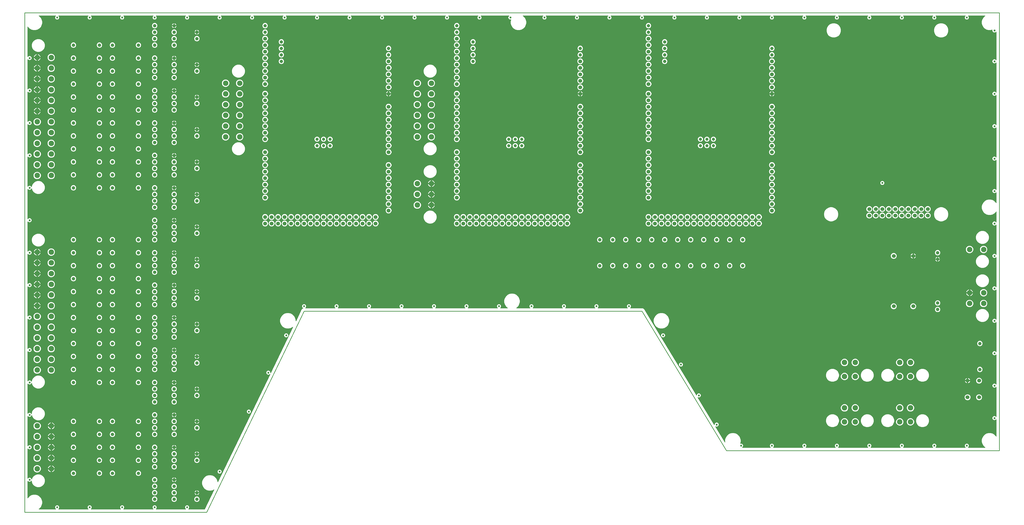
<source format=gbr>
G04 EAGLE Gerber X2 export*
G75*
%MOIN*%
%FSLAX34Y34*%
%LPD*%
%AMOC8*
5,1,8,0,0,1.08239X$1,22.5*%
G01*
%ADD10C,0.059370*%
%ADD11C,0.051496*%
%ADD12C,0.047559*%
%ADD13C,0.082677*%
%ADD14C,0.052000*%
%ADD15C,0.060000*%
%ADD16C,0.031000*%
%ADD17C,0.010000*%

G36*
X4773Y431D02*
X4773Y431D01*
X4779Y432D01*
X4780Y432D01*
X4785Y434D01*
X4791Y436D01*
X4791Y437D01*
X4792Y437D01*
X4796Y440D01*
X4801Y443D01*
X4801Y444D01*
X4802Y444D01*
X4805Y449D01*
X4809Y453D01*
X4810Y454D01*
X4812Y459D01*
X4815Y464D01*
X4815Y465D01*
X4816Y471D01*
X4817Y476D01*
X4817Y477D01*
X4817Y483D01*
X4816Y489D01*
X4816Y490D01*
X4814Y495D01*
X4813Y500D01*
X4812Y501D01*
X4812Y502D01*
X4805Y512D01*
X4804Y514D01*
X4803Y515D01*
X4741Y577D01*
X4694Y689D01*
X4694Y811D01*
X4741Y923D01*
X4827Y1009D01*
X4939Y1056D01*
X5061Y1056D01*
X5173Y1009D01*
X5259Y923D01*
X5306Y811D01*
X5306Y689D01*
X5259Y577D01*
X5197Y515D01*
X5194Y510D01*
X5190Y506D01*
X5190Y505D01*
X5187Y500D01*
X5185Y495D01*
X5185Y494D01*
X5184Y488D01*
X5183Y483D01*
X5183Y482D01*
X5183Y481D01*
X5183Y476D01*
X5184Y470D01*
X5184Y469D01*
X5186Y464D01*
X5188Y458D01*
X5188Y457D01*
X5192Y453D01*
X5195Y448D01*
X5195Y447D01*
X5200Y443D01*
X5204Y440D01*
X5204Y439D01*
X5205Y439D01*
X5210Y436D01*
X5215Y434D01*
X5216Y433D01*
X5228Y431D01*
X5231Y431D01*
X5232Y431D01*
X9768Y431D01*
X9773Y431D01*
X9779Y432D01*
X9780Y432D01*
X9785Y434D01*
X9791Y436D01*
X9791Y437D01*
X9792Y437D01*
X9796Y440D01*
X9801Y443D01*
X9801Y444D01*
X9802Y444D01*
X9805Y449D01*
X9809Y453D01*
X9810Y454D01*
X9812Y459D01*
X9815Y464D01*
X9815Y465D01*
X9816Y471D01*
X9817Y476D01*
X9817Y477D01*
X9817Y483D01*
X9816Y489D01*
X9816Y490D01*
X9814Y495D01*
X9813Y500D01*
X9812Y501D01*
X9812Y502D01*
X9805Y512D01*
X9804Y514D01*
X9803Y515D01*
X9741Y577D01*
X9694Y689D01*
X9694Y811D01*
X9741Y923D01*
X9827Y1009D01*
X9939Y1056D01*
X10061Y1056D01*
X10173Y1009D01*
X10259Y923D01*
X10306Y811D01*
X10306Y689D01*
X10259Y577D01*
X10197Y515D01*
X10194Y510D01*
X10190Y506D01*
X10190Y505D01*
X10187Y500D01*
X10185Y495D01*
X10185Y494D01*
X10184Y488D01*
X10183Y483D01*
X10183Y482D01*
X10183Y481D01*
X10183Y476D01*
X10184Y470D01*
X10184Y469D01*
X10186Y464D01*
X10188Y458D01*
X10188Y457D01*
X10192Y453D01*
X10195Y448D01*
X10195Y447D01*
X10200Y443D01*
X10204Y440D01*
X10204Y439D01*
X10205Y439D01*
X10210Y436D01*
X10215Y434D01*
X10216Y433D01*
X10228Y431D01*
X10231Y431D01*
X10232Y431D01*
X14768Y431D01*
X14773Y431D01*
X14779Y432D01*
X14780Y432D01*
X14785Y434D01*
X14791Y436D01*
X14791Y437D01*
X14792Y437D01*
X14796Y440D01*
X14801Y443D01*
X14801Y444D01*
X14802Y444D01*
X14805Y449D01*
X14809Y453D01*
X14810Y454D01*
X14812Y459D01*
X14815Y464D01*
X14815Y465D01*
X14816Y471D01*
X14817Y476D01*
X14817Y477D01*
X14817Y483D01*
X14816Y489D01*
X14816Y490D01*
X14814Y495D01*
X14813Y500D01*
X14812Y501D01*
X14812Y502D01*
X14805Y512D01*
X14804Y514D01*
X14803Y515D01*
X14741Y577D01*
X14694Y689D01*
X14694Y811D01*
X14741Y923D01*
X14827Y1009D01*
X14939Y1056D01*
X15061Y1056D01*
X15173Y1009D01*
X15259Y923D01*
X15306Y811D01*
X15306Y689D01*
X15259Y577D01*
X15197Y515D01*
X15194Y510D01*
X15190Y506D01*
X15190Y505D01*
X15187Y500D01*
X15185Y495D01*
X15185Y494D01*
X15184Y488D01*
X15183Y483D01*
X15183Y482D01*
X15183Y481D01*
X15183Y476D01*
X15184Y470D01*
X15184Y469D01*
X15186Y464D01*
X15188Y458D01*
X15188Y457D01*
X15192Y453D01*
X15195Y448D01*
X15195Y447D01*
X15200Y443D01*
X15204Y440D01*
X15204Y439D01*
X15205Y439D01*
X15210Y436D01*
X15215Y434D01*
X15216Y433D01*
X15228Y431D01*
X15231Y431D01*
X15232Y431D01*
X19768Y431D01*
X19773Y431D01*
X19779Y432D01*
X19780Y432D01*
X19785Y434D01*
X19791Y436D01*
X19791Y437D01*
X19792Y437D01*
X19796Y440D01*
X19801Y443D01*
X19801Y444D01*
X19802Y444D01*
X19805Y449D01*
X19809Y453D01*
X19810Y454D01*
X19812Y459D01*
X19815Y464D01*
X19815Y465D01*
X19816Y471D01*
X19817Y476D01*
X19817Y477D01*
X19817Y483D01*
X19816Y489D01*
X19816Y490D01*
X19814Y495D01*
X19813Y500D01*
X19812Y501D01*
X19812Y502D01*
X19805Y512D01*
X19804Y514D01*
X19803Y515D01*
X19741Y577D01*
X19694Y689D01*
X19694Y811D01*
X19741Y923D01*
X19827Y1009D01*
X19939Y1056D01*
X20061Y1056D01*
X20173Y1009D01*
X20259Y923D01*
X20306Y811D01*
X20306Y689D01*
X20259Y577D01*
X20197Y515D01*
X20194Y510D01*
X20190Y506D01*
X20190Y505D01*
X20187Y500D01*
X20185Y495D01*
X20185Y494D01*
X20184Y488D01*
X20183Y483D01*
X20183Y482D01*
X20183Y481D01*
X20183Y476D01*
X20184Y470D01*
X20184Y469D01*
X20186Y464D01*
X20188Y458D01*
X20188Y457D01*
X20192Y453D01*
X20195Y448D01*
X20195Y447D01*
X20200Y443D01*
X20204Y440D01*
X20204Y439D01*
X20205Y439D01*
X20210Y436D01*
X20215Y434D01*
X20216Y433D01*
X20228Y431D01*
X20231Y431D01*
X20232Y431D01*
X24768Y431D01*
X24773Y431D01*
X24779Y432D01*
X24780Y432D01*
X24785Y434D01*
X24791Y436D01*
X24791Y437D01*
X24792Y437D01*
X24796Y440D01*
X24801Y443D01*
X24801Y444D01*
X24802Y444D01*
X24805Y449D01*
X24809Y453D01*
X24810Y454D01*
X24812Y459D01*
X24815Y464D01*
X24815Y465D01*
X24816Y471D01*
X24817Y476D01*
X24817Y477D01*
X24817Y483D01*
X24816Y489D01*
X24816Y490D01*
X24814Y495D01*
X24813Y500D01*
X24812Y501D01*
X24812Y502D01*
X24805Y512D01*
X24804Y514D01*
X24803Y515D01*
X24741Y577D01*
X24694Y689D01*
X24694Y811D01*
X24741Y923D01*
X24827Y1009D01*
X24939Y1056D01*
X25061Y1056D01*
X25173Y1009D01*
X25259Y923D01*
X25306Y811D01*
X25306Y689D01*
X25259Y577D01*
X25197Y515D01*
X25194Y510D01*
X25190Y506D01*
X25190Y505D01*
X25187Y500D01*
X25185Y495D01*
X25185Y494D01*
X25184Y488D01*
X25183Y483D01*
X25183Y482D01*
X25183Y481D01*
X25183Y476D01*
X25184Y470D01*
X25184Y469D01*
X25186Y464D01*
X25188Y458D01*
X25188Y457D01*
X25192Y453D01*
X25195Y448D01*
X25195Y447D01*
X25200Y443D01*
X25204Y440D01*
X25204Y439D01*
X25205Y439D01*
X25210Y436D01*
X25215Y434D01*
X25216Y433D01*
X25228Y431D01*
X25231Y431D01*
X25232Y431D01*
X27699Y431D01*
X27705Y432D01*
X27711Y432D01*
X27717Y435D01*
X27723Y437D01*
X27728Y441D01*
X27733Y444D01*
X27733Y445D01*
X27741Y454D01*
X27742Y457D01*
X27743Y459D01*
X29173Y3413D01*
X29174Y3416D01*
X29176Y3420D01*
X29176Y3422D01*
X29177Y3424D01*
X29177Y3428D01*
X29178Y3432D01*
X29177Y3434D01*
X29178Y3437D01*
X29177Y3441D01*
X29176Y3445D01*
X29176Y3447D01*
X29175Y3449D01*
X29174Y3453D01*
X29172Y3456D01*
X29171Y3458D01*
X29170Y3460D01*
X29167Y3463D01*
X29165Y3467D01*
X29164Y3468D01*
X29162Y3470D01*
X29159Y3472D01*
X29156Y3475D01*
X29154Y3476D01*
X29152Y3477D01*
X29148Y3479D01*
X29145Y3480D01*
X29143Y3481D01*
X29141Y3482D01*
X29137Y3482D01*
X29133Y3483D01*
X29130Y3483D01*
X29128Y3483D01*
X29124Y3483D01*
X29120Y3483D01*
X29119Y3482D01*
X29116Y3482D01*
X29104Y3477D01*
X28959Y3393D01*
X28656Y3312D01*
X28344Y3312D01*
X28041Y3393D01*
X27770Y3549D01*
X27549Y3770D01*
X27393Y4041D01*
X27312Y4344D01*
X27312Y4656D01*
X27393Y4959D01*
X27549Y5230D01*
X27770Y5451D01*
X28041Y5607D01*
X28344Y5688D01*
X28656Y5688D01*
X28959Y5607D01*
X29230Y5451D01*
X29451Y5230D01*
X29607Y4959D01*
X29685Y4669D01*
X29685Y4668D01*
X29685Y4667D01*
X29687Y4662D01*
X29689Y4658D01*
X29690Y4657D01*
X29691Y4656D01*
X29694Y4652D01*
X29697Y4648D01*
X29698Y4647D01*
X29698Y4646D01*
X29703Y4643D01*
X29707Y4640D01*
X29708Y4640D01*
X29709Y4639D01*
X29713Y4637D01*
X29718Y4635D01*
X29719Y4635D01*
X29720Y4634D01*
X29725Y4634D01*
X29730Y4633D01*
X29731Y4633D01*
X29732Y4633D01*
X29737Y4633D01*
X29743Y4634D01*
X29744Y4634D01*
X29745Y4634D01*
X29749Y4636D01*
X29754Y4638D01*
X29755Y4639D01*
X29756Y4639D01*
X29760Y4642D01*
X29765Y4645D01*
X29765Y4646D01*
X29766Y4646D01*
X29768Y4648D01*
X29773Y4654D01*
X29775Y4659D01*
X29777Y4661D01*
X37791Y21223D01*
X37792Y21227D01*
X37794Y21231D01*
X37794Y21233D01*
X37794Y21234D01*
X37795Y21239D01*
X37795Y21243D01*
X37795Y21245D01*
X37795Y21247D01*
X37795Y21251D01*
X37794Y21255D01*
X37793Y21257D01*
X37793Y21259D01*
X37791Y21263D01*
X37790Y21267D01*
X37789Y21269D01*
X37788Y21270D01*
X37785Y21274D01*
X37783Y21277D01*
X37781Y21278D01*
X37780Y21280D01*
X37777Y21282D01*
X37773Y21285D01*
X37772Y21286D01*
X37770Y21287D01*
X37766Y21289D01*
X37762Y21291D01*
X37760Y21291D01*
X37758Y21292D01*
X37754Y21292D01*
X37750Y21293D01*
X37748Y21293D01*
X37746Y21293D01*
X37742Y21293D01*
X37738Y21293D01*
X37736Y21292D01*
X37734Y21292D01*
X37730Y21290D01*
X37726Y21289D01*
X37724Y21288D01*
X37722Y21287D01*
X37712Y21280D01*
X37712Y21279D01*
X37711Y21279D01*
X37673Y21241D01*
X37561Y21194D01*
X37439Y21194D01*
X37327Y21241D01*
X37241Y21327D01*
X37194Y21439D01*
X37194Y21561D01*
X37241Y21673D01*
X37327Y21759D01*
X37439Y21806D01*
X37561Y21806D01*
X37673Y21759D01*
X37759Y21673D01*
X37806Y21561D01*
X37806Y21469D01*
X37806Y21468D01*
X37806Y21466D01*
X37807Y21462D01*
X37807Y21457D01*
X37808Y21455D01*
X37808Y21454D01*
X37810Y21450D01*
X37812Y21445D01*
X37813Y21444D01*
X37813Y21443D01*
X37816Y21439D01*
X37819Y21435D01*
X37820Y21434D01*
X37821Y21433D01*
X37825Y21430D01*
X37829Y21427D01*
X37830Y21427D01*
X37831Y21426D01*
X37836Y21424D01*
X37840Y21422D01*
X37842Y21422D01*
X37843Y21421D01*
X37848Y21421D01*
X37852Y21420D01*
X37854Y21420D01*
X37855Y21420D01*
X37860Y21420D01*
X37865Y21421D01*
X37866Y21421D01*
X37867Y21421D01*
X37872Y21423D01*
X37877Y21425D01*
X37878Y21426D01*
X37879Y21426D01*
X37883Y21429D01*
X37887Y21432D01*
X37888Y21433D01*
X37889Y21433D01*
X37890Y21435D01*
X37895Y21441D01*
X37898Y21446D01*
X37899Y21448D01*
X41308Y28492D01*
X41309Y28496D01*
X41311Y28500D01*
X41311Y28502D01*
X41312Y28504D01*
X41312Y28508D01*
X41313Y28513D01*
X41313Y28515D01*
X41313Y28517D01*
X41312Y28521D01*
X41312Y28525D01*
X41311Y28527D01*
X41311Y28529D01*
X41309Y28533D01*
X41307Y28537D01*
X41306Y28538D01*
X41305Y28540D01*
X41303Y28543D01*
X41300Y28547D01*
X41299Y28548D01*
X41298Y28550D01*
X41294Y28552D01*
X41291Y28555D01*
X41289Y28556D01*
X41288Y28557D01*
X41284Y28559D01*
X41280Y28560D01*
X41278Y28561D01*
X41276Y28562D01*
X41272Y28562D01*
X41268Y28563D01*
X41266Y28563D01*
X41264Y28563D01*
X41259Y28563D01*
X41255Y28562D01*
X41253Y28562D01*
X41251Y28561D01*
X41247Y28560D01*
X41243Y28559D01*
X41242Y28558D01*
X41240Y28557D01*
X41230Y28549D01*
X40959Y28393D01*
X40656Y28312D01*
X40344Y28312D01*
X40041Y28393D01*
X39770Y28549D01*
X39549Y28770D01*
X39393Y29041D01*
X39312Y29344D01*
X39312Y29656D01*
X39393Y29959D01*
X39549Y30230D01*
X39770Y30451D01*
X40041Y30607D01*
X40344Y30688D01*
X40656Y30688D01*
X40959Y30607D01*
X41230Y30451D01*
X41451Y30230D01*
X41607Y29959D01*
X41688Y29656D01*
X41688Y29493D01*
X41688Y29491D01*
X41688Y29490D01*
X41689Y29485D01*
X41690Y29480D01*
X41690Y29479D01*
X41690Y29478D01*
X41693Y29473D01*
X41694Y29469D01*
X41695Y29468D01*
X41696Y29466D01*
X41699Y29463D01*
X41702Y29459D01*
X41703Y29458D01*
X41704Y29457D01*
X41708Y29454D01*
X41711Y29451D01*
X41713Y29450D01*
X41714Y29450D01*
X41718Y29448D01*
X41723Y29446D01*
X41724Y29445D01*
X41725Y29445D01*
X41730Y29444D01*
X41735Y29443D01*
X41736Y29444D01*
X41738Y29443D01*
X41742Y29444D01*
X41747Y29444D01*
X41749Y29445D01*
X41750Y29445D01*
X41754Y29447D01*
X41759Y29448D01*
X41760Y29449D01*
X41761Y29450D01*
X41765Y29453D01*
X41769Y29455D01*
X41770Y29456D01*
X41771Y29457D01*
X41773Y29459D01*
X41778Y29464D01*
X41780Y29469D01*
X41782Y29471D01*
X42606Y31175D01*
X42607Y31177D01*
X42607Y31178D01*
X42635Y31244D01*
X42638Y31247D01*
X42646Y31257D01*
X42647Y31259D01*
X42648Y31261D01*
X42650Y31265D01*
X42703Y31312D01*
X42704Y31314D01*
X42705Y31314D01*
X42756Y31365D01*
X42760Y31367D01*
X42771Y31373D01*
X42773Y31375D01*
X42774Y31376D01*
X42778Y31379D01*
X42829Y31397D01*
X42830Y31397D01*
X42831Y31397D01*
X42835Y31400D01*
X42840Y31402D01*
X42841Y31403D01*
X42842Y31403D01*
X42846Y31407D01*
X42850Y31410D01*
X42850Y31411D01*
X42851Y31412D01*
X42854Y31416D01*
X42857Y31421D01*
X42858Y31422D01*
X42859Y31427D01*
X42861Y31432D01*
X42861Y31433D01*
X42861Y31434D01*
X42862Y31439D01*
X42862Y31445D01*
X42862Y31446D01*
X42861Y31452D01*
X42860Y31457D01*
X42860Y31458D01*
X42858Y31463D01*
X42855Y31468D01*
X42855Y31469D01*
X42855Y31470D01*
X42851Y31474D01*
X42848Y31478D01*
X42847Y31479D01*
X42845Y31480D01*
X42838Y31486D01*
X42834Y31487D01*
X42832Y31489D01*
X42827Y31491D01*
X42741Y31577D01*
X42694Y31689D01*
X42694Y31811D01*
X42741Y31923D01*
X42827Y32009D01*
X42939Y32056D01*
X43061Y32056D01*
X43173Y32009D01*
X43259Y31923D01*
X43306Y31811D01*
X43306Y31689D01*
X43259Y31577D01*
X43197Y31515D01*
X43194Y31510D01*
X43190Y31506D01*
X43190Y31505D01*
X43187Y31500D01*
X43185Y31495D01*
X43185Y31494D01*
X43184Y31488D01*
X43183Y31483D01*
X43183Y31482D01*
X43183Y31481D01*
X43183Y31476D01*
X43184Y31470D01*
X43184Y31469D01*
X43186Y31464D01*
X43188Y31458D01*
X43188Y31457D01*
X43192Y31453D01*
X43195Y31448D01*
X43195Y31447D01*
X43200Y31443D01*
X43204Y31440D01*
X43204Y31439D01*
X43205Y31439D01*
X43210Y31436D01*
X43215Y31434D01*
X43216Y31433D01*
X43228Y31431D01*
X43231Y31431D01*
X43232Y31431D01*
X47768Y31431D01*
X47773Y31431D01*
X47779Y31432D01*
X47780Y31432D01*
X47785Y31434D01*
X47791Y31436D01*
X47791Y31437D01*
X47792Y31437D01*
X47796Y31440D01*
X47801Y31443D01*
X47801Y31444D01*
X47802Y31444D01*
X47805Y31449D01*
X47809Y31453D01*
X47810Y31454D01*
X47812Y31459D01*
X47815Y31464D01*
X47815Y31465D01*
X47816Y31471D01*
X47817Y31476D01*
X47817Y31477D01*
X47817Y31483D01*
X47816Y31489D01*
X47816Y31490D01*
X47814Y31495D01*
X47813Y31500D01*
X47812Y31501D01*
X47812Y31502D01*
X47805Y31512D01*
X47804Y31514D01*
X47803Y31515D01*
X47741Y31577D01*
X47694Y31689D01*
X47694Y31811D01*
X47741Y31923D01*
X47827Y32009D01*
X47939Y32056D01*
X48061Y32056D01*
X48173Y32009D01*
X48259Y31923D01*
X48306Y31811D01*
X48306Y31689D01*
X48259Y31577D01*
X48197Y31515D01*
X48194Y31510D01*
X48190Y31506D01*
X48190Y31505D01*
X48187Y31500D01*
X48185Y31495D01*
X48185Y31494D01*
X48184Y31488D01*
X48183Y31483D01*
X48183Y31482D01*
X48183Y31481D01*
X48183Y31476D01*
X48184Y31470D01*
X48184Y31469D01*
X48186Y31464D01*
X48188Y31458D01*
X48188Y31457D01*
X48192Y31453D01*
X48195Y31448D01*
X48195Y31447D01*
X48200Y31443D01*
X48204Y31440D01*
X48204Y31439D01*
X48205Y31439D01*
X48210Y31436D01*
X48215Y31434D01*
X48216Y31433D01*
X48228Y31431D01*
X48231Y31431D01*
X48232Y31431D01*
X52768Y31431D01*
X52773Y31431D01*
X52779Y31432D01*
X52780Y31432D01*
X52785Y31434D01*
X52791Y31436D01*
X52791Y31437D01*
X52792Y31437D01*
X52796Y31440D01*
X52801Y31443D01*
X52801Y31444D01*
X52802Y31444D01*
X52805Y31449D01*
X52809Y31453D01*
X52810Y31454D01*
X52812Y31459D01*
X52815Y31464D01*
X52815Y31465D01*
X52816Y31471D01*
X52817Y31476D01*
X52817Y31477D01*
X52817Y31483D01*
X52816Y31489D01*
X52816Y31490D01*
X52814Y31495D01*
X52813Y31500D01*
X52812Y31501D01*
X52812Y31502D01*
X52805Y31512D01*
X52804Y31514D01*
X52803Y31515D01*
X52741Y31577D01*
X52694Y31689D01*
X52694Y31811D01*
X52741Y31923D01*
X52827Y32009D01*
X52939Y32056D01*
X53061Y32056D01*
X53173Y32009D01*
X53259Y31923D01*
X53306Y31811D01*
X53306Y31689D01*
X53259Y31577D01*
X53197Y31515D01*
X53194Y31510D01*
X53190Y31506D01*
X53190Y31505D01*
X53187Y31500D01*
X53185Y31495D01*
X53185Y31494D01*
X53184Y31488D01*
X53183Y31483D01*
X53183Y31482D01*
X53183Y31481D01*
X53183Y31476D01*
X53184Y31470D01*
X53184Y31469D01*
X53186Y31464D01*
X53188Y31458D01*
X53188Y31457D01*
X53192Y31453D01*
X53195Y31448D01*
X53195Y31447D01*
X53200Y31443D01*
X53204Y31440D01*
X53204Y31439D01*
X53205Y31439D01*
X53210Y31436D01*
X53215Y31434D01*
X53216Y31433D01*
X53228Y31431D01*
X53231Y31431D01*
X53232Y31431D01*
X57768Y31431D01*
X57773Y31431D01*
X57779Y31432D01*
X57780Y31432D01*
X57785Y31434D01*
X57791Y31436D01*
X57791Y31437D01*
X57792Y31437D01*
X57796Y31440D01*
X57801Y31443D01*
X57801Y31444D01*
X57802Y31444D01*
X57805Y31449D01*
X57809Y31453D01*
X57810Y31454D01*
X57812Y31459D01*
X57815Y31464D01*
X57815Y31465D01*
X57816Y31471D01*
X57817Y31476D01*
X57817Y31477D01*
X57817Y31483D01*
X57816Y31489D01*
X57816Y31490D01*
X57814Y31495D01*
X57813Y31500D01*
X57812Y31501D01*
X57812Y31502D01*
X57805Y31512D01*
X57804Y31514D01*
X57803Y31515D01*
X57741Y31577D01*
X57694Y31689D01*
X57694Y31811D01*
X57741Y31923D01*
X57827Y32009D01*
X57939Y32056D01*
X58061Y32056D01*
X58173Y32009D01*
X58259Y31923D01*
X58306Y31811D01*
X58306Y31689D01*
X58259Y31577D01*
X58197Y31515D01*
X58194Y31510D01*
X58190Y31506D01*
X58190Y31505D01*
X58187Y31500D01*
X58185Y31495D01*
X58185Y31494D01*
X58184Y31488D01*
X58183Y31483D01*
X58183Y31482D01*
X58183Y31481D01*
X58183Y31476D01*
X58184Y31470D01*
X58184Y31469D01*
X58186Y31464D01*
X58188Y31458D01*
X58188Y31457D01*
X58192Y31453D01*
X58195Y31448D01*
X58195Y31447D01*
X58200Y31443D01*
X58204Y31440D01*
X58204Y31439D01*
X58205Y31439D01*
X58210Y31436D01*
X58215Y31434D01*
X58216Y31433D01*
X58228Y31431D01*
X58231Y31431D01*
X58232Y31431D01*
X62768Y31431D01*
X62773Y31431D01*
X62779Y31432D01*
X62780Y31432D01*
X62785Y31434D01*
X62791Y31436D01*
X62791Y31437D01*
X62792Y31437D01*
X62796Y31440D01*
X62801Y31443D01*
X62801Y31444D01*
X62802Y31444D01*
X62805Y31449D01*
X62809Y31453D01*
X62810Y31454D01*
X62812Y31459D01*
X62815Y31464D01*
X62815Y31465D01*
X62816Y31471D01*
X62817Y31476D01*
X62817Y31477D01*
X62817Y31483D01*
X62816Y31489D01*
X62816Y31490D01*
X62814Y31495D01*
X62813Y31500D01*
X62812Y31501D01*
X62812Y31502D01*
X62805Y31512D01*
X62804Y31514D01*
X62803Y31515D01*
X62741Y31577D01*
X62694Y31689D01*
X62694Y31811D01*
X62741Y31923D01*
X62827Y32009D01*
X62939Y32056D01*
X63061Y32056D01*
X63173Y32009D01*
X63259Y31923D01*
X63306Y31811D01*
X63306Y31689D01*
X63259Y31577D01*
X63197Y31515D01*
X63194Y31510D01*
X63190Y31506D01*
X63190Y31505D01*
X63187Y31500D01*
X63185Y31495D01*
X63185Y31494D01*
X63184Y31488D01*
X63183Y31483D01*
X63183Y31482D01*
X63183Y31481D01*
X63183Y31476D01*
X63184Y31470D01*
X63184Y31469D01*
X63186Y31464D01*
X63188Y31458D01*
X63188Y31457D01*
X63192Y31453D01*
X63195Y31448D01*
X63195Y31447D01*
X63200Y31443D01*
X63204Y31440D01*
X63204Y31439D01*
X63205Y31439D01*
X63210Y31436D01*
X63215Y31434D01*
X63216Y31433D01*
X63228Y31431D01*
X63231Y31431D01*
X63232Y31431D01*
X67768Y31431D01*
X67773Y31431D01*
X67779Y31432D01*
X67780Y31432D01*
X67785Y31434D01*
X67791Y31436D01*
X67791Y31437D01*
X67792Y31437D01*
X67796Y31440D01*
X67801Y31443D01*
X67801Y31444D01*
X67802Y31444D01*
X67805Y31449D01*
X67809Y31453D01*
X67810Y31454D01*
X67812Y31459D01*
X67815Y31464D01*
X67815Y31465D01*
X67816Y31471D01*
X67817Y31476D01*
X67817Y31477D01*
X67817Y31483D01*
X67816Y31489D01*
X67816Y31490D01*
X67814Y31495D01*
X67813Y31500D01*
X67812Y31501D01*
X67812Y31502D01*
X67805Y31512D01*
X67804Y31514D01*
X67803Y31515D01*
X67741Y31577D01*
X67694Y31689D01*
X67694Y31811D01*
X67741Y31923D01*
X67827Y32009D01*
X67939Y32056D01*
X68061Y32056D01*
X68173Y32009D01*
X68259Y31923D01*
X68306Y31811D01*
X68306Y31689D01*
X68259Y31577D01*
X68197Y31515D01*
X68194Y31510D01*
X68190Y31506D01*
X68190Y31505D01*
X68187Y31500D01*
X68185Y31495D01*
X68185Y31494D01*
X68184Y31488D01*
X68183Y31483D01*
X68183Y31482D01*
X68183Y31481D01*
X68183Y31476D01*
X68184Y31470D01*
X68184Y31469D01*
X68186Y31464D01*
X68188Y31458D01*
X68188Y31457D01*
X68192Y31453D01*
X68195Y31448D01*
X68195Y31447D01*
X68200Y31443D01*
X68204Y31440D01*
X68204Y31439D01*
X68205Y31439D01*
X68210Y31436D01*
X68215Y31434D01*
X68216Y31433D01*
X68228Y31431D01*
X68231Y31431D01*
X68232Y31431D01*
X72768Y31431D01*
X72773Y31431D01*
X72779Y31432D01*
X72780Y31432D01*
X72785Y31434D01*
X72791Y31436D01*
X72791Y31437D01*
X72792Y31437D01*
X72796Y31440D01*
X72801Y31443D01*
X72801Y31444D01*
X72802Y31444D01*
X72805Y31449D01*
X72809Y31453D01*
X72810Y31454D01*
X72812Y31459D01*
X72815Y31464D01*
X72815Y31465D01*
X72816Y31471D01*
X72817Y31476D01*
X72817Y31477D01*
X72817Y31483D01*
X72816Y31489D01*
X72816Y31490D01*
X72814Y31495D01*
X72813Y31500D01*
X72812Y31501D01*
X72812Y31502D01*
X72805Y31512D01*
X72804Y31514D01*
X72803Y31515D01*
X72741Y31577D01*
X72694Y31689D01*
X72694Y31811D01*
X72741Y31923D01*
X72827Y32009D01*
X72939Y32056D01*
X73061Y32056D01*
X73173Y32009D01*
X73259Y31923D01*
X73306Y31811D01*
X73306Y31689D01*
X73259Y31577D01*
X73197Y31515D01*
X73194Y31510D01*
X73190Y31506D01*
X73190Y31505D01*
X73187Y31500D01*
X73185Y31495D01*
X73185Y31494D01*
X73184Y31488D01*
X73183Y31483D01*
X73183Y31482D01*
X73183Y31481D01*
X73183Y31476D01*
X73184Y31470D01*
X73184Y31469D01*
X73186Y31464D01*
X73188Y31458D01*
X73188Y31457D01*
X73192Y31453D01*
X73195Y31448D01*
X73195Y31447D01*
X73200Y31443D01*
X73204Y31440D01*
X73204Y31439D01*
X73205Y31439D01*
X73210Y31436D01*
X73215Y31434D01*
X73216Y31433D01*
X73228Y31431D01*
X73231Y31431D01*
X73232Y31431D01*
X74292Y31431D01*
X74298Y31431D01*
X74303Y31432D01*
X74304Y31432D01*
X74310Y31434D01*
X74315Y31437D01*
X74316Y31437D01*
X74320Y31440D01*
X74325Y31444D01*
X74326Y31444D01*
X74329Y31449D01*
X74333Y31453D01*
X74333Y31454D01*
X74334Y31454D01*
X74336Y31459D01*
X74339Y31464D01*
X74339Y31465D01*
X74340Y31471D01*
X74341Y31477D01*
X74341Y31483D01*
X74340Y31489D01*
X74340Y31490D01*
X74338Y31495D01*
X74337Y31501D01*
X74336Y31501D01*
X74336Y31502D01*
X74333Y31506D01*
X74330Y31511D01*
X74330Y31512D01*
X74329Y31512D01*
X74320Y31520D01*
X74318Y31522D01*
X74317Y31523D01*
X74270Y31549D01*
X74049Y31770D01*
X73893Y32041D01*
X73812Y32344D01*
X73812Y32656D01*
X73893Y32959D01*
X74049Y33230D01*
X74270Y33451D01*
X74541Y33607D01*
X74844Y33688D01*
X75156Y33688D01*
X75459Y33607D01*
X75730Y33451D01*
X75951Y33230D01*
X76107Y32959D01*
X76188Y32656D01*
X76188Y32344D01*
X76107Y32041D01*
X75951Y31770D01*
X75730Y31549D01*
X75683Y31523D01*
X75679Y31519D01*
X75674Y31516D01*
X75674Y31515D01*
X75670Y31511D01*
X75666Y31506D01*
X75666Y31505D01*
X75664Y31500D01*
X75661Y31495D01*
X75661Y31494D01*
X75660Y31488D01*
X75659Y31483D01*
X75659Y31482D01*
X75659Y31476D01*
X75660Y31470D01*
X75660Y31469D01*
X75662Y31464D01*
X75664Y31458D01*
X75667Y31453D01*
X75671Y31448D01*
X75671Y31447D01*
X75676Y31444D01*
X75680Y31440D01*
X75680Y31439D01*
X75681Y31439D01*
X75686Y31437D01*
X75691Y31434D01*
X75692Y31434D01*
X75704Y31431D01*
X75706Y31431D01*
X75708Y31431D01*
X77768Y31431D01*
X77773Y31431D01*
X77779Y31432D01*
X77780Y31432D01*
X77785Y31434D01*
X77791Y31436D01*
X77791Y31437D01*
X77792Y31437D01*
X77796Y31440D01*
X77801Y31443D01*
X77801Y31444D01*
X77802Y31444D01*
X77805Y31449D01*
X77809Y31453D01*
X77810Y31454D01*
X77812Y31459D01*
X77815Y31464D01*
X77815Y31465D01*
X77816Y31471D01*
X77817Y31476D01*
X77817Y31477D01*
X77817Y31483D01*
X77816Y31489D01*
X77816Y31490D01*
X77814Y31495D01*
X77813Y31500D01*
X77812Y31501D01*
X77812Y31502D01*
X77805Y31512D01*
X77804Y31514D01*
X77803Y31515D01*
X77741Y31577D01*
X77694Y31689D01*
X77694Y31811D01*
X77741Y31923D01*
X77827Y32009D01*
X77939Y32056D01*
X78061Y32056D01*
X78173Y32009D01*
X78259Y31923D01*
X78306Y31811D01*
X78306Y31689D01*
X78259Y31577D01*
X78197Y31515D01*
X78194Y31510D01*
X78190Y31506D01*
X78190Y31505D01*
X78187Y31500D01*
X78185Y31495D01*
X78185Y31494D01*
X78184Y31488D01*
X78183Y31483D01*
X78183Y31482D01*
X78183Y31481D01*
X78183Y31476D01*
X78184Y31470D01*
X78184Y31469D01*
X78186Y31464D01*
X78188Y31458D01*
X78188Y31457D01*
X78192Y31453D01*
X78195Y31448D01*
X78195Y31447D01*
X78200Y31443D01*
X78204Y31440D01*
X78204Y31439D01*
X78205Y31439D01*
X78210Y31436D01*
X78215Y31434D01*
X78216Y31433D01*
X78228Y31431D01*
X78231Y31431D01*
X78232Y31431D01*
X82768Y31431D01*
X82773Y31431D01*
X82779Y31432D01*
X82780Y31432D01*
X82785Y31434D01*
X82791Y31436D01*
X82791Y31437D01*
X82792Y31437D01*
X82796Y31440D01*
X82801Y31443D01*
X82801Y31444D01*
X82802Y31444D01*
X82805Y31449D01*
X82809Y31453D01*
X82810Y31454D01*
X82812Y31459D01*
X82815Y31464D01*
X82815Y31465D01*
X82816Y31471D01*
X82817Y31476D01*
X82817Y31477D01*
X82817Y31483D01*
X82816Y31489D01*
X82816Y31490D01*
X82814Y31495D01*
X82813Y31500D01*
X82812Y31501D01*
X82812Y31502D01*
X82805Y31512D01*
X82804Y31514D01*
X82803Y31515D01*
X82741Y31577D01*
X82694Y31689D01*
X82694Y31811D01*
X82741Y31923D01*
X82827Y32009D01*
X82939Y32056D01*
X83061Y32056D01*
X83173Y32009D01*
X83259Y31923D01*
X83306Y31811D01*
X83306Y31689D01*
X83259Y31577D01*
X83197Y31515D01*
X83194Y31510D01*
X83190Y31506D01*
X83190Y31505D01*
X83187Y31500D01*
X83185Y31495D01*
X83185Y31494D01*
X83184Y31488D01*
X83183Y31483D01*
X83183Y31482D01*
X83183Y31481D01*
X83183Y31476D01*
X83184Y31470D01*
X83184Y31469D01*
X83186Y31464D01*
X83188Y31458D01*
X83188Y31457D01*
X83192Y31453D01*
X83195Y31448D01*
X83195Y31447D01*
X83200Y31443D01*
X83204Y31440D01*
X83204Y31439D01*
X83205Y31439D01*
X83210Y31436D01*
X83215Y31434D01*
X83216Y31433D01*
X83228Y31431D01*
X83231Y31431D01*
X83232Y31431D01*
X87768Y31431D01*
X87773Y31431D01*
X87779Y31432D01*
X87780Y31432D01*
X87785Y31434D01*
X87791Y31436D01*
X87791Y31437D01*
X87792Y31437D01*
X87796Y31440D01*
X87801Y31443D01*
X87801Y31444D01*
X87802Y31444D01*
X87805Y31449D01*
X87809Y31453D01*
X87810Y31454D01*
X87812Y31459D01*
X87815Y31464D01*
X87815Y31465D01*
X87816Y31471D01*
X87817Y31476D01*
X87817Y31477D01*
X87817Y31483D01*
X87816Y31489D01*
X87816Y31490D01*
X87814Y31495D01*
X87813Y31500D01*
X87812Y31501D01*
X87812Y31502D01*
X87805Y31512D01*
X87804Y31514D01*
X87803Y31515D01*
X87741Y31577D01*
X87694Y31689D01*
X87694Y31811D01*
X87741Y31923D01*
X87827Y32009D01*
X87939Y32056D01*
X88061Y32056D01*
X88173Y32009D01*
X88259Y31923D01*
X88306Y31811D01*
X88306Y31689D01*
X88259Y31577D01*
X88197Y31515D01*
X88194Y31510D01*
X88190Y31506D01*
X88190Y31505D01*
X88187Y31500D01*
X88185Y31495D01*
X88185Y31494D01*
X88184Y31488D01*
X88183Y31483D01*
X88183Y31482D01*
X88183Y31481D01*
X88183Y31476D01*
X88184Y31470D01*
X88184Y31469D01*
X88186Y31464D01*
X88188Y31458D01*
X88188Y31457D01*
X88192Y31453D01*
X88195Y31448D01*
X88195Y31447D01*
X88200Y31443D01*
X88204Y31440D01*
X88204Y31439D01*
X88205Y31439D01*
X88210Y31436D01*
X88215Y31434D01*
X88216Y31433D01*
X88228Y31431D01*
X88231Y31431D01*
X88232Y31431D01*
X92768Y31431D01*
X92773Y31431D01*
X92779Y31432D01*
X92780Y31432D01*
X92785Y31434D01*
X92791Y31436D01*
X92791Y31437D01*
X92792Y31437D01*
X92796Y31440D01*
X92801Y31443D01*
X92801Y31444D01*
X92802Y31444D01*
X92805Y31449D01*
X92809Y31453D01*
X92810Y31454D01*
X92812Y31459D01*
X92815Y31464D01*
X92815Y31465D01*
X92816Y31471D01*
X92817Y31476D01*
X92817Y31477D01*
X92817Y31483D01*
X92816Y31489D01*
X92816Y31490D01*
X92814Y31495D01*
X92813Y31500D01*
X92812Y31501D01*
X92812Y31502D01*
X92805Y31512D01*
X92804Y31514D01*
X92803Y31515D01*
X92741Y31577D01*
X92694Y31689D01*
X92694Y31811D01*
X92741Y31923D01*
X92827Y32009D01*
X92939Y32056D01*
X93061Y32056D01*
X93173Y32009D01*
X93259Y31923D01*
X93306Y31811D01*
X93306Y31689D01*
X93259Y31577D01*
X93197Y31515D01*
X93194Y31510D01*
X93190Y31506D01*
X93190Y31505D01*
X93187Y31500D01*
X93185Y31495D01*
X93185Y31494D01*
X93184Y31488D01*
X93183Y31483D01*
X93183Y31482D01*
X93183Y31481D01*
X93183Y31476D01*
X93184Y31470D01*
X93184Y31469D01*
X93186Y31464D01*
X93188Y31458D01*
X93188Y31457D01*
X93192Y31453D01*
X93195Y31448D01*
X93195Y31447D01*
X93200Y31443D01*
X93204Y31440D01*
X93204Y31439D01*
X93205Y31439D01*
X93210Y31436D01*
X93215Y31434D01*
X93216Y31433D01*
X93228Y31431D01*
X93231Y31431D01*
X93232Y31431D01*
X94964Y31431D01*
X94969Y31431D01*
X94971Y31431D01*
X95020Y31439D01*
X95046Y31432D01*
X95057Y31431D01*
X95058Y31431D01*
X95086Y31431D01*
X95131Y31412D01*
X95136Y31411D01*
X95138Y31410D01*
X95186Y31398D01*
X95208Y31381D01*
X95218Y31376D01*
X95219Y31376D01*
X95244Y31365D01*
X95279Y31330D01*
X95283Y31327D01*
X95285Y31325D01*
X95324Y31296D01*
X95338Y31273D01*
X95345Y31264D01*
X95346Y31263D01*
X95365Y31244D01*
X95384Y31198D01*
X95387Y31194D01*
X95387Y31192D01*
X97905Y27028D01*
X97906Y27026D01*
X97908Y27024D01*
X97908Y27023D01*
X97909Y27021D01*
X103353Y18018D01*
X103356Y18014D01*
X103359Y18010D01*
X103360Y18009D01*
X103361Y18008D01*
X103365Y18005D01*
X103369Y18002D01*
X103370Y18001D01*
X103375Y17999D01*
X103380Y17997D01*
X103381Y17997D01*
X103382Y17996D01*
X103387Y17995D01*
X103392Y17994D01*
X103393Y17995D01*
X103394Y17994D01*
X103400Y17995D01*
X103405Y17995D01*
X103406Y17996D01*
X103407Y17996D01*
X103412Y17998D01*
X103417Y17999D01*
X103417Y18000D01*
X103418Y18000D01*
X103423Y18003D01*
X103427Y18006D01*
X103428Y18007D01*
X103432Y18011D01*
X103435Y18015D01*
X103436Y18016D01*
X103436Y18017D01*
X103439Y18022D01*
X103441Y18026D01*
X103441Y18027D01*
X103442Y18028D01*
X103444Y18040D01*
X103444Y18042D01*
X103444Y18044D01*
X103444Y18061D01*
X103491Y18173D01*
X103577Y18259D01*
X103689Y18306D01*
X103811Y18306D01*
X103923Y18259D01*
X104009Y18173D01*
X104056Y18061D01*
X104056Y17939D01*
X104009Y17827D01*
X103923Y17741D01*
X103811Y17694D01*
X103689Y17694D01*
X103640Y17714D01*
X103637Y17715D01*
X103635Y17716D01*
X103631Y17717D01*
X103628Y17718D01*
X103625Y17718D01*
X103622Y17718D01*
X103619Y17718D01*
X103616Y17718D01*
X103613Y17717D01*
X103610Y17717D01*
X103607Y17716D01*
X103604Y17715D01*
X103601Y17713D01*
X103598Y17712D01*
X103596Y17711D01*
X103593Y17709D01*
X103591Y17707D01*
X103588Y17705D01*
X103586Y17703D01*
X103584Y17701D01*
X103582Y17698D01*
X103580Y17696D01*
X103579Y17693D01*
X103577Y17690D01*
X103576Y17687D01*
X103575Y17684D01*
X103574Y17681D01*
X103573Y17678D01*
X103573Y17675D01*
X103572Y17672D01*
X103573Y17669D01*
X103572Y17666D01*
X103573Y17663D01*
X103573Y17660D01*
X103574Y17658D01*
X103575Y17654D01*
X103577Y17649D01*
X103578Y17646D01*
X103579Y17645D01*
X103579Y17643D01*
X106103Y13470D01*
X106106Y13466D01*
X106109Y13462D01*
X106110Y13461D01*
X106111Y13460D01*
X106115Y13457D01*
X106119Y13454D01*
X106120Y13453D01*
X106125Y13451D01*
X106130Y13449D01*
X106131Y13448D01*
X106132Y13448D01*
X106137Y13447D01*
X106142Y13446D01*
X106143Y13446D01*
X106144Y13446D01*
X106150Y13447D01*
X106155Y13447D01*
X106156Y13448D01*
X106157Y13448D01*
X106162Y13450D01*
X106167Y13451D01*
X106167Y13452D01*
X106168Y13452D01*
X106173Y13455D01*
X106177Y13458D01*
X106178Y13459D01*
X106182Y13463D01*
X106185Y13467D01*
X106186Y13468D01*
X106186Y13469D01*
X106189Y13474D01*
X106191Y13478D01*
X106191Y13479D01*
X106192Y13480D01*
X106194Y13492D01*
X106194Y13494D01*
X106194Y13496D01*
X106194Y13561D01*
X106241Y13673D01*
X106327Y13759D01*
X106439Y13806D01*
X106561Y13806D01*
X106673Y13759D01*
X106759Y13673D01*
X106806Y13561D01*
X106806Y13439D01*
X106759Y13327D01*
X106673Y13241D01*
X106561Y13194D01*
X106439Y13194D01*
X106352Y13231D01*
X106349Y13231D01*
X106346Y13233D01*
X106343Y13233D01*
X106340Y13234D01*
X106337Y13234D01*
X106333Y13234D01*
X106330Y13234D01*
X106327Y13234D01*
X106324Y13233D01*
X106321Y13233D01*
X106318Y13232D01*
X106315Y13231D01*
X106312Y13230D01*
X106310Y13228D01*
X106307Y13227D01*
X106304Y13225D01*
X106302Y13223D01*
X106299Y13221D01*
X106297Y13219D01*
X106295Y13217D01*
X106293Y13214D01*
X106291Y13212D01*
X106290Y13209D01*
X106288Y13206D01*
X106287Y13203D01*
X106286Y13201D01*
X106285Y13197D01*
X106284Y13194D01*
X106284Y13191D01*
X106284Y13188D01*
X106284Y13185D01*
X106284Y13182D01*
X106284Y13179D01*
X106284Y13176D01*
X106285Y13174D01*
X106286Y13170D01*
X106290Y13161D01*
X106291Y13160D01*
X107729Y10781D01*
X107732Y10777D01*
X107735Y10773D01*
X107736Y10772D01*
X107741Y10768D01*
X107745Y10765D01*
X107746Y10765D01*
X107746Y10764D01*
X107751Y10762D01*
X107756Y10760D01*
X107757Y10760D01*
X107758Y10759D01*
X107763Y10759D01*
X107769Y10758D01*
X107770Y10758D01*
X107775Y10758D01*
X107781Y10759D01*
X107782Y10759D01*
X107787Y10761D01*
X107793Y10763D01*
X107794Y10764D01*
X107798Y10767D01*
X107803Y10770D01*
X107804Y10771D01*
X107808Y10775D01*
X107811Y10779D01*
X107812Y10780D01*
X107814Y10785D01*
X107817Y10790D01*
X107817Y10791D01*
X107818Y10797D01*
X107820Y10802D01*
X107820Y10803D01*
X107820Y10804D01*
X107819Y10816D01*
X107818Y10818D01*
X107818Y10820D01*
X107812Y10844D01*
X107812Y11156D01*
X107893Y11459D01*
X108049Y11730D01*
X108270Y11951D01*
X108541Y12107D01*
X108844Y12188D01*
X109156Y12188D01*
X109459Y12107D01*
X109730Y11951D01*
X109951Y11730D01*
X110107Y11459D01*
X110188Y11156D01*
X110188Y10844D01*
X110127Y10616D01*
X110127Y10613D01*
X110126Y10611D01*
X110126Y10607D01*
X110125Y10603D01*
X110126Y10601D01*
X110126Y10599D01*
X110126Y10595D01*
X110127Y10591D01*
X110128Y10589D01*
X110128Y10587D01*
X110130Y10583D01*
X110131Y10580D01*
X110133Y10578D01*
X110134Y10576D01*
X110136Y10573D01*
X110139Y10569D01*
X110140Y10568D01*
X110142Y10566D01*
X110145Y10564D01*
X110148Y10562D01*
X110150Y10561D01*
X110152Y10559D01*
X110156Y10558D01*
X110159Y10556D01*
X110162Y10556D01*
X110164Y10555D01*
X110168Y10555D01*
X110172Y10554D01*
X110174Y10554D01*
X110176Y10554D01*
X110179Y10554D01*
X110184Y10555D01*
X110187Y10556D01*
X110311Y10556D01*
X110423Y10509D01*
X110509Y10423D01*
X110556Y10311D01*
X110556Y10189D01*
X110509Y10077D01*
X110447Y10015D01*
X110444Y10010D01*
X110440Y10006D01*
X110440Y10005D01*
X110437Y10000D01*
X110435Y9995D01*
X110435Y9994D01*
X110434Y9988D01*
X110433Y9983D01*
X110433Y9982D01*
X110433Y9981D01*
X110433Y9976D01*
X110434Y9970D01*
X110434Y9969D01*
X110436Y9964D01*
X110438Y9958D01*
X110438Y9957D01*
X110442Y9953D01*
X110445Y9948D01*
X110445Y9947D01*
X110450Y9943D01*
X110454Y9940D01*
X110454Y9939D01*
X110455Y9939D01*
X110460Y9936D01*
X110465Y9934D01*
X110466Y9933D01*
X110478Y9931D01*
X110481Y9931D01*
X110482Y9931D01*
X114768Y9931D01*
X114773Y9931D01*
X114779Y9932D01*
X114780Y9932D01*
X114785Y9934D01*
X114791Y9936D01*
X114791Y9937D01*
X114792Y9937D01*
X114796Y9940D01*
X114801Y9943D01*
X114801Y9944D01*
X114802Y9944D01*
X114805Y9949D01*
X114809Y9953D01*
X114810Y9954D01*
X114812Y9959D01*
X114815Y9964D01*
X114815Y9965D01*
X114816Y9971D01*
X114817Y9976D01*
X114817Y9977D01*
X114817Y9983D01*
X114816Y9989D01*
X114816Y9990D01*
X114814Y9995D01*
X114813Y10000D01*
X114812Y10001D01*
X114812Y10002D01*
X114805Y10012D01*
X114804Y10014D01*
X114803Y10015D01*
X114741Y10077D01*
X114694Y10189D01*
X114694Y10311D01*
X114741Y10423D01*
X114827Y10509D01*
X114939Y10556D01*
X115061Y10556D01*
X115173Y10509D01*
X115259Y10423D01*
X115306Y10311D01*
X115306Y10189D01*
X115259Y10077D01*
X115197Y10015D01*
X115194Y10010D01*
X115190Y10006D01*
X115190Y10005D01*
X115187Y10000D01*
X115185Y9995D01*
X115185Y9994D01*
X115184Y9988D01*
X115183Y9983D01*
X115183Y9982D01*
X115183Y9981D01*
X115183Y9976D01*
X115184Y9970D01*
X115184Y9969D01*
X115186Y9964D01*
X115188Y9958D01*
X115188Y9957D01*
X115192Y9953D01*
X115195Y9948D01*
X115195Y9947D01*
X115200Y9943D01*
X115204Y9940D01*
X115204Y9939D01*
X115205Y9939D01*
X115210Y9936D01*
X115215Y9934D01*
X115216Y9933D01*
X115228Y9931D01*
X115231Y9931D01*
X115232Y9931D01*
X119768Y9931D01*
X119773Y9931D01*
X119779Y9932D01*
X119780Y9932D01*
X119785Y9934D01*
X119791Y9936D01*
X119791Y9937D01*
X119792Y9937D01*
X119796Y9940D01*
X119801Y9943D01*
X119801Y9944D01*
X119802Y9944D01*
X119805Y9949D01*
X119809Y9953D01*
X119810Y9954D01*
X119812Y9959D01*
X119815Y9964D01*
X119815Y9965D01*
X119816Y9971D01*
X119817Y9976D01*
X119817Y9977D01*
X119817Y9983D01*
X119816Y9989D01*
X119816Y9990D01*
X119814Y9995D01*
X119813Y10000D01*
X119812Y10001D01*
X119812Y10002D01*
X119805Y10012D01*
X119804Y10014D01*
X119803Y10015D01*
X119741Y10077D01*
X119694Y10189D01*
X119694Y10311D01*
X119741Y10423D01*
X119827Y10509D01*
X119939Y10556D01*
X120061Y10556D01*
X120173Y10509D01*
X120259Y10423D01*
X120306Y10311D01*
X120306Y10189D01*
X120259Y10077D01*
X120197Y10015D01*
X120194Y10010D01*
X120190Y10006D01*
X120190Y10005D01*
X120187Y10000D01*
X120185Y9995D01*
X120185Y9994D01*
X120184Y9988D01*
X120183Y9983D01*
X120183Y9982D01*
X120183Y9981D01*
X120183Y9976D01*
X120184Y9970D01*
X120184Y9969D01*
X120186Y9964D01*
X120188Y9958D01*
X120188Y9957D01*
X120192Y9953D01*
X120195Y9948D01*
X120195Y9947D01*
X120200Y9943D01*
X120204Y9940D01*
X120204Y9939D01*
X120205Y9939D01*
X120210Y9936D01*
X120215Y9934D01*
X120216Y9933D01*
X120228Y9931D01*
X120231Y9931D01*
X120232Y9931D01*
X124768Y9931D01*
X124773Y9931D01*
X124779Y9932D01*
X124780Y9932D01*
X124785Y9934D01*
X124791Y9936D01*
X124791Y9937D01*
X124792Y9937D01*
X124796Y9940D01*
X124801Y9943D01*
X124801Y9944D01*
X124802Y9944D01*
X124805Y9949D01*
X124809Y9953D01*
X124810Y9954D01*
X124812Y9959D01*
X124815Y9964D01*
X124815Y9965D01*
X124816Y9971D01*
X124817Y9976D01*
X124817Y9977D01*
X124817Y9983D01*
X124816Y9989D01*
X124816Y9990D01*
X124814Y9995D01*
X124813Y10000D01*
X124812Y10001D01*
X124812Y10002D01*
X124805Y10012D01*
X124804Y10014D01*
X124803Y10015D01*
X124741Y10077D01*
X124694Y10189D01*
X124694Y10311D01*
X124741Y10423D01*
X124827Y10509D01*
X124939Y10556D01*
X125061Y10556D01*
X125173Y10509D01*
X125259Y10423D01*
X125306Y10311D01*
X125306Y10189D01*
X125259Y10077D01*
X125197Y10015D01*
X125194Y10010D01*
X125190Y10006D01*
X125190Y10005D01*
X125187Y10000D01*
X125185Y9995D01*
X125185Y9994D01*
X125184Y9988D01*
X125183Y9983D01*
X125183Y9982D01*
X125183Y9981D01*
X125183Y9976D01*
X125184Y9970D01*
X125184Y9969D01*
X125186Y9964D01*
X125188Y9958D01*
X125188Y9957D01*
X125192Y9953D01*
X125195Y9948D01*
X125195Y9947D01*
X125200Y9943D01*
X125204Y9940D01*
X125204Y9939D01*
X125205Y9939D01*
X125210Y9936D01*
X125215Y9934D01*
X125216Y9933D01*
X125228Y9931D01*
X125231Y9931D01*
X125232Y9931D01*
X129768Y9931D01*
X129773Y9931D01*
X129779Y9932D01*
X129780Y9932D01*
X129785Y9934D01*
X129791Y9936D01*
X129791Y9937D01*
X129792Y9937D01*
X129796Y9940D01*
X129801Y9943D01*
X129801Y9944D01*
X129802Y9944D01*
X129805Y9949D01*
X129809Y9953D01*
X129810Y9954D01*
X129812Y9959D01*
X129815Y9964D01*
X129815Y9965D01*
X129816Y9971D01*
X129817Y9976D01*
X129817Y9977D01*
X129817Y9983D01*
X129816Y9989D01*
X129816Y9990D01*
X129814Y9995D01*
X129813Y10000D01*
X129812Y10001D01*
X129812Y10002D01*
X129805Y10012D01*
X129804Y10014D01*
X129803Y10015D01*
X129741Y10077D01*
X129694Y10189D01*
X129694Y10311D01*
X129741Y10423D01*
X129827Y10509D01*
X129939Y10556D01*
X130061Y10556D01*
X130173Y10509D01*
X130259Y10423D01*
X130306Y10311D01*
X130306Y10189D01*
X130259Y10077D01*
X130197Y10015D01*
X130194Y10010D01*
X130190Y10006D01*
X130190Y10005D01*
X130187Y10000D01*
X130185Y9995D01*
X130185Y9994D01*
X130184Y9988D01*
X130183Y9983D01*
X130183Y9982D01*
X130183Y9981D01*
X130183Y9976D01*
X130184Y9970D01*
X130184Y9969D01*
X130186Y9964D01*
X130188Y9958D01*
X130188Y9957D01*
X130192Y9953D01*
X130195Y9948D01*
X130195Y9947D01*
X130200Y9943D01*
X130204Y9940D01*
X130204Y9939D01*
X130205Y9939D01*
X130210Y9936D01*
X130215Y9934D01*
X130216Y9933D01*
X130228Y9931D01*
X130231Y9931D01*
X130232Y9931D01*
X134768Y9931D01*
X134773Y9931D01*
X134779Y9932D01*
X134780Y9932D01*
X134785Y9934D01*
X134791Y9936D01*
X134791Y9937D01*
X134792Y9937D01*
X134796Y9940D01*
X134801Y9943D01*
X134801Y9944D01*
X134802Y9944D01*
X134805Y9949D01*
X134809Y9953D01*
X134810Y9954D01*
X134812Y9959D01*
X134815Y9964D01*
X134815Y9965D01*
X134816Y9971D01*
X134817Y9976D01*
X134817Y9977D01*
X134817Y9983D01*
X134816Y9989D01*
X134816Y9990D01*
X134814Y9995D01*
X134813Y10000D01*
X134812Y10001D01*
X134812Y10002D01*
X134805Y10012D01*
X134804Y10014D01*
X134803Y10015D01*
X134741Y10077D01*
X134694Y10189D01*
X134694Y10311D01*
X134741Y10423D01*
X134827Y10509D01*
X134939Y10556D01*
X135061Y10556D01*
X135173Y10509D01*
X135259Y10423D01*
X135306Y10311D01*
X135306Y10189D01*
X135259Y10077D01*
X135197Y10015D01*
X135194Y10010D01*
X135190Y10006D01*
X135190Y10005D01*
X135187Y10000D01*
X135185Y9995D01*
X135185Y9994D01*
X135184Y9988D01*
X135183Y9983D01*
X135183Y9982D01*
X135183Y9981D01*
X135183Y9976D01*
X135184Y9970D01*
X135184Y9969D01*
X135186Y9964D01*
X135188Y9958D01*
X135188Y9957D01*
X135192Y9953D01*
X135195Y9948D01*
X135195Y9947D01*
X135200Y9943D01*
X135204Y9940D01*
X135204Y9939D01*
X135205Y9939D01*
X135210Y9936D01*
X135215Y9934D01*
X135216Y9933D01*
X135228Y9931D01*
X135231Y9931D01*
X135232Y9931D01*
X139768Y9931D01*
X139773Y9931D01*
X139779Y9932D01*
X139780Y9932D01*
X139785Y9934D01*
X139791Y9936D01*
X139791Y9937D01*
X139792Y9937D01*
X139796Y9940D01*
X139801Y9943D01*
X139801Y9944D01*
X139802Y9944D01*
X139805Y9949D01*
X139809Y9953D01*
X139810Y9954D01*
X139812Y9959D01*
X139815Y9964D01*
X139815Y9965D01*
X139816Y9971D01*
X139817Y9976D01*
X139817Y9977D01*
X139817Y9983D01*
X139816Y9989D01*
X139816Y9990D01*
X139814Y9995D01*
X139813Y10000D01*
X139812Y10001D01*
X139812Y10002D01*
X139805Y10012D01*
X139804Y10014D01*
X139803Y10015D01*
X139741Y10077D01*
X139694Y10189D01*
X139694Y10311D01*
X139741Y10423D01*
X139827Y10509D01*
X139939Y10556D01*
X140061Y10556D01*
X140173Y10509D01*
X140259Y10423D01*
X140306Y10311D01*
X140306Y10189D01*
X140259Y10077D01*
X140197Y10015D01*
X140194Y10010D01*
X140190Y10006D01*
X140190Y10005D01*
X140187Y10000D01*
X140185Y9995D01*
X140185Y9994D01*
X140184Y9988D01*
X140183Y9983D01*
X140183Y9982D01*
X140183Y9981D01*
X140183Y9976D01*
X140184Y9970D01*
X140184Y9969D01*
X140186Y9964D01*
X140188Y9958D01*
X140188Y9957D01*
X140192Y9953D01*
X140195Y9948D01*
X140195Y9947D01*
X140200Y9943D01*
X140204Y9940D01*
X140204Y9939D01*
X140205Y9939D01*
X140210Y9936D01*
X140215Y9934D01*
X140216Y9933D01*
X140228Y9931D01*
X140231Y9931D01*
X140232Y9931D01*
X144768Y9931D01*
X144773Y9931D01*
X144779Y9932D01*
X144780Y9932D01*
X144785Y9934D01*
X144791Y9936D01*
X144791Y9937D01*
X144792Y9937D01*
X144796Y9940D01*
X144801Y9943D01*
X144801Y9944D01*
X144802Y9944D01*
X144805Y9949D01*
X144809Y9953D01*
X144810Y9954D01*
X144812Y9959D01*
X144815Y9964D01*
X144815Y9965D01*
X144816Y9971D01*
X144817Y9976D01*
X144817Y9977D01*
X144817Y9983D01*
X144816Y9989D01*
X144816Y9990D01*
X144814Y9995D01*
X144813Y10000D01*
X144812Y10001D01*
X144812Y10002D01*
X144805Y10012D01*
X144804Y10014D01*
X144803Y10015D01*
X144741Y10077D01*
X144694Y10189D01*
X144694Y10311D01*
X144741Y10423D01*
X144827Y10509D01*
X144939Y10556D01*
X145061Y10556D01*
X145173Y10509D01*
X145259Y10423D01*
X145306Y10311D01*
X145306Y10189D01*
X145259Y10077D01*
X145197Y10015D01*
X145194Y10010D01*
X145190Y10006D01*
X145190Y10005D01*
X145187Y10000D01*
X145185Y9995D01*
X145185Y9994D01*
X145184Y9988D01*
X145183Y9983D01*
X145183Y9982D01*
X145183Y9981D01*
X145183Y9976D01*
X145184Y9970D01*
X145184Y9969D01*
X145186Y9964D01*
X145188Y9958D01*
X145188Y9957D01*
X145192Y9953D01*
X145195Y9948D01*
X145195Y9947D01*
X145200Y9943D01*
X145204Y9940D01*
X145204Y9939D01*
X145205Y9939D01*
X145210Y9936D01*
X145215Y9934D01*
X145216Y9933D01*
X145228Y9931D01*
X145231Y9931D01*
X145232Y9931D01*
X147792Y9931D01*
X147798Y9931D01*
X147803Y9932D01*
X147804Y9932D01*
X147810Y9934D01*
X147815Y9937D01*
X147816Y9937D01*
X147820Y9940D01*
X147825Y9944D01*
X147826Y9944D01*
X147829Y9949D01*
X147833Y9953D01*
X147833Y9954D01*
X147834Y9954D01*
X147836Y9959D01*
X147839Y9964D01*
X147839Y9965D01*
X147840Y9971D01*
X147841Y9977D01*
X147841Y9983D01*
X147840Y9989D01*
X147840Y9990D01*
X147838Y9995D01*
X147837Y10001D01*
X147836Y10001D01*
X147836Y10002D01*
X147833Y10006D01*
X147830Y10011D01*
X147830Y10012D01*
X147829Y10012D01*
X147820Y10020D01*
X147818Y10022D01*
X147817Y10023D01*
X147770Y10049D01*
X147549Y10270D01*
X147393Y10541D01*
X147312Y10844D01*
X147312Y11156D01*
X147393Y11459D01*
X147549Y11730D01*
X147770Y11951D01*
X148041Y12107D01*
X148344Y12188D01*
X148656Y12188D01*
X148959Y12107D01*
X149230Y11951D01*
X149451Y11730D01*
X149477Y11683D01*
X149481Y11679D01*
X149482Y11677D01*
X149483Y11676D01*
X149484Y11674D01*
X149485Y11674D01*
X149489Y11670D01*
X149494Y11666D01*
X149495Y11666D01*
X149500Y11664D01*
X149505Y11661D01*
X149506Y11661D01*
X149512Y11660D01*
X149517Y11659D01*
X149518Y11659D01*
X149524Y11659D01*
X149530Y11660D01*
X149531Y11660D01*
X149536Y11662D01*
X149542Y11664D01*
X149547Y11667D01*
X149552Y11671D01*
X149553Y11671D01*
X149556Y11676D01*
X149560Y11680D01*
X149561Y11680D01*
X149561Y11681D01*
X149563Y11686D01*
X149566Y11691D01*
X149566Y11692D01*
X149567Y11694D01*
X149567Y11695D01*
X149569Y11704D01*
X149569Y11705D01*
X149569Y11706D01*
X149569Y11707D01*
X149569Y11708D01*
X149569Y14268D01*
X149569Y14274D01*
X149568Y14279D01*
X149568Y14280D01*
X149566Y14285D01*
X149564Y14291D01*
X149563Y14291D01*
X149563Y14292D01*
X149560Y14296D01*
X149557Y14301D01*
X149556Y14301D01*
X149556Y14302D01*
X149551Y14305D01*
X149547Y14309D01*
X149546Y14310D01*
X149541Y14312D01*
X149536Y14315D01*
X149535Y14315D01*
X149529Y14316D01*
X149524Y14317D01*
X149523Y14317D01*
X149517Y14317D01*
X149511Y14316D01*
X149510Y14316D01*
X149505Y14314D01*
X149500Y14313D01*
X149499Y14312D01*
X149498Y14312D01*
X149488Y14305D01*
X149486Y14304D01*
X149485Y14303D01*
X149423Y14241D01*
X149311Y14194D01*
X149189Y14194D01*
X149077Y14241D01*
X148991Y14327D01*
X148944Y14439D01*
X148944Y14561D01*
X148991Y14673D01*
X149077Y14759D01*
X149189Y14806D01*
X149311Y14806D01*
X149423Y14759D01*
X149485Y14697D01*
X149490Y14694D01*
X149494Y14690D01*
X149495Y14690D01*
X149500Y14687D01*
X149505Y14685D01*
X149506Y14685D01*
X149512Y14684D01*
X149517Y14683D01*
X149518Y14683D01*
X149519Y14683D01*
X149524Y14683D01*
X149530Y14684D01*
X149531Y14684D01*
X149536Y14686D01*
X149542Y14688D01*
X149543Y14688D01*
X149547Y14692D01*
X149552Y14695D01*
X149553Y14695D01*
X149557Y14700D01*
X149560Y14704D01*
X149561Y14704D01*
X149561Y14705D01*
X149564Y14710D01*
X149566Y14715D01*
X149567Y14716D01*
X149569Y14728D01*
X149569Y14731D01*
X149569Y14732D01*
X149569Y19268D01*
X149569Y19274D01*
X149568Y19279D01*
X149568Y19280D01*
X149566Y19285D01*
X149564Y19291D01*
X149563Y19291D01*
X149563Y19292D01*
X149560Y19296D01*
X149557Y19301D01*
X149556Y19301D01*
X149556Y19302D01*
X149551Y19305D01*
X149547Y19309D01*
X149546Y19310D01*
X149541Y19312D01*
X149536Y19315D01*
X149535Y19315D01*
X149529Y19316D01*
X149524Y19317D01*
X149523Y19317D01*
X149517Y19317D01*
X149511Y19316D01*
X149510Y19316D01*
X149505Y19314D01*
X149500Y19313D01*
X149499Y19312D01*
X149498Y19312D01*
X149488Y19305D01*
X149486Y19304D01*
X149485Y19303D01*
X149423Y19241D01*
X149311Y19194D01*
X149189Y19194D01*
X149077Y19241D01*
X148991Y19327D01*
X148944Y19439D01*
X148944Y19561D01*
X148991Y19673D01*
X149077Y19759D01*
X149189Y19806D01*
X149311Y19806D01*
X149423Y19759D01*
X149485Y19697D01*
X149490Y19694D01*
X149494Y19690D01*
X149495Y19690D01*
X149500Y19687D01*
X149505Y19685D01*
X149506Y19685D01*
X149512Y19684D01*
X149517Y19683D01*
X149518Y19683D01*
X149519Y19683D01*
X149524Y19683D01*
X149530Y19684D01*
X149531Y19684D01*
X149536Y19686D01*
X149542Y19688D01*
X149543Y19688D01*
X149547Y19692D01*
X149552Y19695D01*
X149553Y19695D01*
X149557Y19700D01*
X149560Y19704D01*
X149561Y19704D01*
X149561Y19705D01*
X149564Y19710D01*
X149566Y19715D01*
X149567Y19716D01*
X149569Y19728D01*
X149569Y19731D01*
X149569Y19732D01*
X149569Y24268D01*
X149569Y24273D01*
X149568Y24277D01*
X149568Y24278D01*
X149568Y24279D01*
X149568Y24280D01*
X149566Y24285D01*
X149564Y24291D01*
X149563Y24291D01*
X149563Y24292D01*
X149560Y24296D01*
X149557Y24301D01*
X149556Y24301D01*
X149556Y24302D01*
X149551Y24305D01*
X149547Y24309D01*
X149546Y24310D01*
X149541Y24312D01*
X149536Y24315D01*
X149535Y24315D01*
X149529Y24316D01*
X149524Y24317D01*
X149523Y24317D01*
X149517Y24317D01*
X149511Y24316D01*
X149510Y24316D01*
X149505Y24314D01*
X149500Y24313D01*
X149499Y24312D01*
X149498Y24312D01*
X149496Y24311D01*
X149494Y24309D01*
X149488Y24305D01*
X149487Y24304D01*
X149486Y24303D01*
X149485Y24303D01*
X149423Y24241D01*
X149311Y24194D01*
X149189Y24194D01*
X149077Y24241D01*
X148991Y24327D01*
X148944Y24439D01*
X148944Y24561D01*
X148991Y24673D01*
X149077Y24759D01*
X149189Y24806D01*
X149311Y24806D01*
X149423Y24759D01*
X149485Y24697D01*
X149490Y24694D01*
X149494Y24690D01*
X149495Y24690D01*
X149500Y24687D01*
X149505Y24685D01*
X149506Y24685D01*
X149512Y24684D01*
X149517Y24683D01*
X149518Y24683D01*
X149519Y24683D01*
X149524Y24683D01*
X149530Y24684D01*
X149531Y24684D01*
X149536Y24686D01*
X149542Y24688D01*
X149543Y24688D01*
X149547Y24692D01*
X149552Y24695D01*
X149553Y24695D01*
X149557Y24700D01*
X149560Y24704D01*
X149561Y24704D01*
X149561Y24705D01*
X149564Y24710D01*
X149566Y24715D01*
X149567Y24716D01*
X149569Y24728D01*
X149569Y24731D01*
X149569Y24732D01*
X149569Y29268D01*
X149569Y29274D01*
X149568Y29279D01*
X149568Y29280D01*
X149566Y29285D01*
X149564Y29291D01*
X149563Y29291D01*
X149563Y29292D01*
X149560Y29296D01*
X149557Y29301D01*
X149556Y29301D01*
X149556Y29302D01*
X149551Y29305D01*
X149547Y29309D01*
X149546Y29310D01*
X149541Y29312D01*
X149536Y29315D01*
X149535Y29315D01*
X149529Y29316D01*
X149524Y29317D01*
X149523Y29317D01*
X149517Y29317D01*
X149511Y29316D01*
X149510Y29316D01*
X149505Y29314D01*
X149500Y29313D01*
X149499Y29312D01*
X149498Y29312D01*
X149488Y29305D01*
X149486Y29304D01*
X149485Y29303D01*
X149423Y29241D01*
X149311Y29194D01*
X149189Y29194D01*
X149077Y29241D01*
X148991Y29327D01*
X148944Y29439D01*
X148944Y29561D01*
X148991Y29673D01*
X149077Y29759D01*
X149189Y29806D01*
X149311Y29806D01*
X149423Y29759D01*
X149485Y29697D01*
X149490Y29694D01*
X149494Y29690D01*
X149495Y29690D01*
X149500Y29687D01*
X149505Y29685D01*
X149506Y29685D01*
X149512Y29684D01*
X149517Y29683D01*
X149518Y29683D01*
X149519Y29683D01*
X149524Y29683D01*
X149530Y29684D01*
X149531Y29684D01*
X149536Y29686D01*
X149542Y29688D01*
X149543Y29688D01*
X149547Y29692D01*
X149552Y29695D01*
X149553Y29695D01*
X149557Y29700D01*
X149560Y29704D01*
X149561Y29704D01*
X149561Y29705D01*
X149564Y29710D01*
X149566Y29715D01*
X149567Y29716D01*
X149569Y29728D01*
X149569Y29731D01*
X149569Y29732D01*
X149569Y34268D01*
X149569Y34274D01*
X149568Y34279D01*
X149568Y34280D01*
X149566Y34285D01*
X149564Y34291D01*
X149563Y34291D01*
X149563Y34292D01*
X149560Y34296D01*
X149557Y34301D01*
X149556Y34301D01*
X149556Y34302D01*
X149551Y34305D01*
X149547Y34309D01*
X149546Y34310D01*
X149541Y34312D01*
X149536Y34315D01*
X149535Y34315D01*
X149529Y34316D01*
X149524Y34317D01*
X149523Y34317D01*
X149517Y34317D01*
X149511Y34316D01*
X149510Y34316D01*
X149505Y34314D01*
X149500Y34313D01*
X149499Y34312D01*
X149498Y34312D01*
X149488Y34305D01*
X149486Y34304D01*
X149485Y34303D01*
X149423Y34241D01*
X149311Y34194D01*
X149189Y34194D01*
X149077Y34241D01*
X148991Y34327D01*
X148944Y34439D01*
X148944Y34561D01*
X148991Y34673D01*
X149077Y34759D01*
X149189Y34806D01*
X149311Y34806D01*
X149423Y34759D01*
X149485Y34697D01*
X149490Y34694D01*
X149494Y34690D01*
X149495Y34690D01*
X149500Y34687D01*
X149505Y34685D01*
X149506Y34685D01*
X149512Y34684D01*
X149517Y34683D01*
X149518Y34683D01*
X149519Y34683D01*
X149524Y34683D01*
X149530Y34684D01*
X149531Y34684D01*
X149536Y34686D01*
X149542Y34688D01*
X149543Y34688D01*
X149547Y34692D01*
X149552Y34695D01*
X149553Y34695D01*
X149557Y34700D01*
X149560Y34704D01*
X149561Y34704D01*
X149561Y34705D01*
X149564Y34710D01*
X149566Y34715D01*
X149567Y34716D01*
X149569Y34728D01*
X149569Y34731D01*
X149569Y34732D01*
X149569Y39268D01*
X149569Y39274D01*
X149568Y39279D01*
X149568Y39280D01*
X149566Y39285D01*
X149564Y39291D01*
X149563Y39291D01*
X149563Y39292D01*
X149560Y39296D01*
X149557Y39301D01*
X149556Y39301D01*
X149556Y39302D01*
X149551Y39305D01*
X149547Y39309D01*
X149546Y39310D01*
X149541Y39312D01*
X149536Y39315D01*
X149535Y39315D01*
X149529Y39316D01*
X149524Y39317D01*
X149523Y39317D01*
X149517Y39317D01*
X149511Y39316D01*
X149510Y39316D01*
X149505Y39314D01*
X149500Y39313D01*
X149499Y39312D01*
X149498Y39312D01*
X149488Y39305D01*
X149486Y39304D01*
X149485Y39303D01*
X149423Y39241D01*
X149311Y39194D01*
X149189Y39194D01*
X149077Y39241D01*
X148991Y39327D01*
X148944Y39439D01*
X148944Y39561D01*
X148991Y39673D01*
X149077Y39759D01*
X149189Y39806D01*
X149311Y39806D01*
X149423Y39759D01*
X149485Y39697D01*
X149490Y39694D01*
X149494Y39690D01*
X149495Y39690D01*
X149500Y39687D01*
X149505Y39685D01*
X149506Y39685D01*
X149512Y39684D01*
X149517Y39683D01*
X149518Y39683D01*
X149519Y39683D01*
X149524Y39683D01*
X149530Y39684D01*
X149531Y39684D01*
X149536Y39686D01*
X149542Y39688D01*
X149543Y39688D01*
X149547Y39692D01*
X149552Y39695D01*
X149553Y39695D01*
X149557Y39700D01*
X149560Y39704D01*
X149561Y39704D01*
X149561Y39705D01*
X149564Y39710D01*
X149566Y39715D01*
X149567Y39716D01*
X149569Y39728D01*
X149569Y39731D01*
X149569Y39732D01*
X149569Y44268D01*
X149569Y44274D01*
X149568Y44279D01*
X149568Y44280D01*
X149566Y44285D01*
X149564Y44291D01*
X149563Y44291D01*
X149563Y44292D01*
X149560Y44296D01*
X149557Y44301D01*
X149556Y44301D01*
X149556Y44302D01*
X149551Y44305D01*
X149547Y44309D01*
X149546Y44310D01*
X149541Y44312D01*
X149536Y44315D01*
X149535Y44315D01*
X149529Y44316D01*
X149524Y44317D01*
X149523Y44317D01*
X149517Y44317D01*
X149511Y44316D01*
X149510Y44316D01*
X149505Y44314D01*
X149500Y44313D01*
X149499Y44312D01*
X149498Y44312D01*
X149488Y44305D01*
X149486Y44304D01*
X149485Y44303D01*
X149423Y44241D01*
X149311Y44194D01*
X149189Y44194D01*
X149077Y44241D01*
X148991Y44327D01*
X148944Y44439D01*
X148944Y44561D01*
X148991Y44673D01*
X149077Y44759D01*
X149189Y44806D01*
X149311Y44806D01*
X149423Y44759D01*
X149485Y44697D01*
X149490Y44694D01*
X149494Y44690D01*
X149495Y44690D01*
X149500Y44687D01*
X149505Y44685D01*
X149506Y44685D01*
X149512Y44684D01*
X149517Y44683D01*
X149518Y44683D01*
X149519Y44683D01*
X149524Y44683D01*
X149530Y44684D01*
X149531Y44684D01*
X149536Y44686D01*
X149542Y44688D01*
X149543Y44688D01*
X149547Y44692D01*
X149552Y44695D01*
X149553Y44695D01*
X149557Y44700D01*
X149560Y44704D01*
X149561Y44704D01*
X149561Y44705D01*
X149564Y44710D01*
X149566Y44715D01*
X149567Y44716D01*
X149569Y44728D01*
X149569Y44731D01*
X149569Y44732D01*
X149569Y46292D01*
X149569Y46298D01*
X149568Y46303D01*
X149568Y46304D01*
X149566Y46310D01*
X149563Y46315D01*
X149563Y46316D01*
X149560Y46320D01*
X149556Y46325D01*
X149556Y46326D01*
X149551Y46329D01*
X149547Y46333D01*
X149546Y46333D01*
X149546Y46334D01*
X149541Y46336D01*
X149536Y46339D01*
X149535Y46339D01*
X149529Y46340D01*
X149523Y46341D01*
X149517Y46341D01*
X149511Y46340D01*
X149510Y46340D01*
X149505Y46338D01*
X149499Y46337D01*
X149499Y46336D01*
X149498Y46336D01*
X149494Y46333D01*
X149489Y46330D01*
X149488Y46330D01*
X149488Y46329D01*
X149480Y46320D01*
X149478Y46318D01*
X149477Y46317D01*
X149451Y46270D01*
X149230Y46049D01*
X148959Y45893D01*
X148656Y45812D01*
X148344Y45812D01*
X148041Y45893D01*
X147770Y46049D01*
X147549Y46270D01*
X147393Y46541D01*
X147312Y46844D01*
X147312Y47156D01*
X147393Y47459D01*
X147549Y47730D01*
X147770Y47951D01*
X148041Y48107D01*
X148344Y48188D01*
X148656Y48188D01*
X148959Y48107D01*
X149230Y47951D01*
X149451Y47730D01*
X149477Y47683D01*
X149481Y47679D01*
X149484Y47674D01*
X149485Y47674D01*
X149489Y47670D01*
X149494Y47666D01*
X149495Y47666D01*
X149500Y47664D01*
X149505Y47661D01*
X149506Y47661D01*
X149512Y47660D01*
X149517Y47659D01*
X149518Y47659D01*
X149524Y47659D01*
X149530Y47660D01*
X149531Y47660D01*
X149536Y47662D01*
X149542Y47664D01*
X149547Y47667D01*
X149552Y47671D01*
X149553Y47671D01*
X149556Y47676D01*
X149560Y47680D01*
X149561Y47680D01*
X149561Y47681D01*
X149563Y47686D01*
X149566Y47691D01*
X149566Y47692D01*
X149569Y47704D01*
X149569Y47706D01*
X149569Y47708D01*
X149569Y49268D01*
X149569Y49274D01*
X149568Y49279D01*
X149568Y49280D01*
X149566Y49285D01*
X149564Y49291D01*
X149563Y49291D01*
X149563Y49292D01*
X149560Y49296D01*
X149557Y49301D01*
X149556Y49301D01*
X149556Y49302D01*
X149551Y49305D01*
X149547Y49309D01*
X149546Y49310D01*
X149541Y49312D01*
X149536Y49315D01*
X149535Y49315D01*
X149529Y49316D01*
X149524Y49317D01*
X149523Y49317D01*
X149517Y49317D01*
X149511Y49316D01*
X149510Y49316D01*
X149505Y49314D01*
X149500Y49313D01*
X149499Y49312D01*
X149498Y49312D01*
X149488Y49305D01*
X149486Y49304D01*
X149485Y49303D01*
X149423Y49241D01*
X149311Y49194D01*
X149189Y49194D01*
X149077Y49241D01*
X148991Y49327D01*
X148944Y49439D01*
X148944Y49561D01*
X148991Y49673D01*
X149077Y49759D01*
X149189Y49806D01*
X149311Y49806D01*
X149423Y49759D01*
X149485Y49697D01*
X149490Y49694D01*
X149494Y49690D01*
X149495Y49690D01*
X149500Y49687D01*
X149505Y49685D01*
X149506Y49685D01*
X149512Y49684D01*
X149517Y49683D01*
X149518Y49683D01*
X149519Y49683D01*
X149524Y49683D01*
X149530Y49684D01*
X149531Y49684D01*
X149536Y49686D01*
X149542Y49688D01*
X149543Y49688D01*
X149547Y49692D01*
X149552Y49695D01*
X149553Y49695D01*
X149557Y49700D01*
X149560Y49704D01*
X149561Y49704D01*
X149561Y49705D01*
X149564Y49710D01*
X149566Y49715D01*
X149567Y49716D01*
X149569Y49728D01*
X149569Y49731D01*
X149569Y49732D01*
X149569Y54268D01*
X149569Y54274D01*
X149568Y54279D01*
X149568Y54280D01*
X149566Y54285D01*
X149564Y54291D01*
X149563Y54291D01*
X149563Y54292D01*
X149560Y54296D01*
X149557Y54301D01*
X149556Y54301D01*
X149556Y54302D01*
X149551Y54305D01*
X149547Y54309D01*
X149546Y54310D01*
X149541Y54312D01*
X149536Y54315D01*
X149535Y54315D01*
X149529Y54316D01*
X149524Y54317D01*
X149523Y54317D01*
X149517Y54317D01*
X149511Y54316D01*
X149510Y54316D01*
X149505Y54314D01*
X149500Y54313D01*
X149499Y54312D01*
X149498Y54312D01*
X149488Y54305D01*
X149486Y54304D01*
X149485Y54303D01*
X149423Y54241D01*
X149311Y54194D01*
X149189Y54194D01*
X149077Y54241D01*
X148991Y54327D01*
X148944Y54439D01*
X148944Y54561D01*
X148991Y54673D01*
X149077Y54759D01*
X149189Y54806D01*
X149311Y54806D01*
X149423Y54759D01*
X149485Y54697D01*
X149490Y54694D01*
X149494Y54690D01*
X149495Y54690D01*
X149500Y54687D01*
X149505Y54685D01*
X149506Y54685D01*
X149512Y54684D01*
X149517Y54683D01*
X149518Y54683D01*
X149519Y54683D01*
X149524Y54683D01*
X149530Y54684D01*
X149531Y54684D01*
X149536Y54686D01*
X149542Y54688D01*
X149543Y54688D01*
X149547Y54692D01*
X149552Y54695D01*
X149553Y54695D01*
X149557Y54700D01*
X149560Y54704D01*
X149561Y54704D01*
X149561Y54705D01*
X149564Y54710D01*
X149566Y54715D01*
X149567Y54716D01*
X149569Y54728D01*
X149569Y54731D01*
X149569Y54732D01*
X149569Y59268D01*
X149569Y59274D01*
X149568Y59279D01*
X149568Y59280D01*
X149566Y59285D01*
X149564Y59291D01*
X149563Y59291D01*
X149563Y59292D01*
X149560Y59296D01*
X149557Y59301D01*
X149556Y59301D01*
X149556Y59302D01*
X149551Y59305D01*
X149547Y59309D01*
X149546Y59310D01*
X149541Y59312D01*
X149536Y59315D01*
X149535Y59315D01*
X149529Y59316D01*
X149524Y59317D01*
X149523Y59317D01*
X149517Y59317D01*
X149511Y59316D01*
X149510Y59316D01*
X149505Y59314D01*
X149500Y59313D01*
X149499Y59312D01*
X149498Y59312D01*
X149488Y59305D01*
X149486Y59304D01*
X149485Y59303D01*
X149423Y59241D01*
X149311Y59194D01*
X149189Y59194D01*
X149077Y59241D01*
X148991Y59327D01*
X148944Y59439D01*
X148944Y59561D01*
X148991Y59673D01*
X149077Y59759D01*
X149189Y59806D01*
X149311Y59806D01*
X149423Y59759D01*
X149485Y59697D01*
X149490Y59694D01*
X149494Y59690D01*
X149495Y59690D01*
X149500Y59687D01*
X149505Y59685D01*
X149506Y59685D01*
X149512Y59684D01*
X149517Y59683D01*
X149518Y59683D01*
X149519Y59683D01*
X149524Y59683D01*
X149530Y59684D01*
X149531Y59684D01*
X149536Y59686D01*
X149542Y59688D01*
X149543Y59688D01*
X149547Y59692D01*
X149552Y59695D01*
X149553Y59695D01*
X149557Y59700D01*
X149560Y59704D01*
X149561Y59704D01*
X149561Y59705D01*
X149564Y59710D01*
X149566Y59715D01*
X149567Y59716D01*
X149569Y59728D01*
X149569Y59731D01*
X149569Y59732D01*
X149569Y64268D01*
X149569Y64274D01*
X149568Y64279D01*
X149568Y64280D01*
X149566Y64285D01*
X149564Y64291D01*
X149563Y64291D01*
X149563Y64292D01*
X149560Y64296D01*
X149557Y64301D01*
X149556Y64301D01*
X149556Y64302D01*
X149551Y64305D01*
X149547Y64309D01*
X149546Y64310D01*
X149541Y64312D01*
X149536Y64315D01*
X149535Y64315D01*
X149529Y64316D01*
X149524Y64317D01*
X149523Y64317D01*
X149517Y64317D01*
X149511Y64316D01*
X149510Y64316D01*
X149505Y64314D01*
X149500Y64313D01*
X149499Y64312D01*
X149498Y64312D01*
X149488Y64305D01*
X149486Y64304D01*
X149485Y64303D01*
X149423Y64241D01*
X149311Y64194D01*
X149189Y64194D01*
X149077Y64241D01*
X148991Y64327D01*
X148944Y64439D01*
X148944Y64561D01*
X148991Y64673D01*
X149077Y64759D01*
X149189Y64806D01*
X149311Y64806D01*
X149423Y64759D01*
X149485Y64697D01*
X149490Y64694D01*
X149494Y64690D01*
X149495Y64690D01*
X149500Y64687D01*
X149505Y64685D01*
X149506Y64685D01*
X149512Y64684D01*
X149517Y64683D01*
X149518Y64683D01*
X149519Y64683D01*
X149524Y64683D01*
X149530Y64684D01*
X149531Y64684D01*
X149536Y64686D01*
X149542Y64688D01*
X149543Y64688D01*
X149547Y64692D01*
X149552Y64695D01*
X149553Y64695D01*
X149557Y64700D01*
X149560Y64704D01*
X149561Y64704D01*
X149561Y64705D01*
X149564Y64710D01*
X149566Y64715D01*
X149567Y64716D01*
X149569Y64728D01*
X149569Y64731D01*
X149569Y64732D01*
X149569Y69268D01*
X149569Y69274D01*
X149568Y69279D01*
X149568Y69280D01*
X149566Y69285D01*
X149564Y69291D01*
X149563Y69291D01*
X149563Y69292D01*
X149560Y69296D01*
X149557Y69301D01*
X149556Y69301D01*
X149556Y69302D01*
X149551Y69305D01*
X149547Y69309D01*
X149546Y69310D01*
X149541Y69312D01*
X149536Y69315D01*
X149535Y69315D01*
X149529Y69316D01*
X149524Y69317D01*
X149523Y69317D01*
X149517Y69317D01*
X149511Y69316D01*
X149510Y69316D01*
X149505Y69314D01*
X149500Y69313D01*
X149499Y69312D01*
X149498Y69312D01*
X149488Y69305D01*
X149486Y69304D01*
X149485Y69303D01*
X149423Y69241D01*
X149311Y69194D01*
X149189Y69194D01*
X149077Y69241D01*
X148991Y69327D01*
X148944Y69439D01*
X148944Y69561D01*
X148991Y69673D01*
X149077Y69759D01*
X149189Y69806D01*
X149311Y69806D01*
X149423Y69759D01*
X149485Y69697D01*
X149490Y69694D01*
X149494Y69690D01*
X149495Y69690D01*
X149500Y69687D01*
X149505Y69685D01*
X149506Y69685D01*
X149512Y69684D01*
X149517Y69683D01*
X149518Y69683D01*
X149519Y69683D01*
X149524Y69683D01*
X149530Y69684D01*
X149531Y69684D01*
X149536Y69686D01*
X149542Y69688D01*
X149543Y69688D01*
X149547Y69692D01*
X149552Y69695D01*
X149553Y69695D01*
X149557Y69700D01*
X149560Y69704D01*
X149561Y69704D01*
X149561Y69705D01*
X149564Y69710D01*
X149566Y69715D01*
X149567Y69716D01*
X149569Y69728D01*
X149569Y69731D01*
X149569Y69732D01*
X149569Y74018D01*
X149569Y74024D01*
X149568Y74029D01*
X149568Y74030D01*
X149566Y74035D01*
X149564Y74041D01*
X149563Y74041D01*
X149563Y74042D01*
X149560Y74046D01*
X149557Y74051D01*
X149556Y74051D01*
X149556Y74052D01*
X149551Y74055D01*
X149547Y74059D01*
X149546Y74060D01*
X149541Y74062D01*
X149536Y74065D01*
X149535Y74065D01*
X149529Y74066D01*
X149524Y74067D01*
X149523Y74067D01*
X149517Y74067D01*
X149511Y74066D01*
X149510Y74066D01*
X149505Y74064D01*
X149500Y74063D01*
X149499Y74062D01*
X149498Y74062D01*
X149488Y74055D01*
X149486Y74054D01*
X149485Y74053D01*
X149423Y73991D01*
X149311Y73944D01*
X149189Y73944D01*
X149077Y73991D01*
X148991Y74077D01*
X148944Y74189D01*
X148944Y74312D01*
X148945Y74315D01*
X148946Y74318D01*
X148946Y74321D01*
X148946Y74323D01*
X148946Y74327D01*
X148946Y74331D01*
X148945Y74333D01*
X148945Y74336D01*
X148944Y74339D01*
X148943Y74343D01*
X148942Y74345D01*
X148941Y74347D01*
X148939Y74350D01*
X148937Y74354D01*
X148935Y74356D01*
X148934Y74358D01*
X148931Y74360D01*
X148929Y74363D01*
X148927Y74364D01*
X148925Y74366D01*
X148921Y74368D01*
X148918Y74370D01*
X148916Y74370D01*
X148914Y74372D01*
X148910Y74372D01*
X148906Y74374D01*
X148904Y74374D01*
X148902Y74374D01*
X148899Y74374D01*
X148894Y74374D01*
X148887Y74373D01*
X148884Y74373D01*
X148656Y74312D01*
X148344Y74312D01*
X148041Y74393D01*
X147770Y74549D01*
X147549Y74770D01*
X147393Y75041D01*
X147312Y75344D01*
X147312Y75656D01*
X147393Y75959D01*
X147549Y76230D01*
X147770Y76451D01*
X147817Y76477D01*
X147821Y76481D01*
X147826Y76484D01*
X147826Y76485D01*
X147830Y76489D01*
X147834Y76494D01*
X147834Y76495D01*
X147836Y76500D01*
X147839Y76505D01*
X147839Y76506D01*
X147840Y76512D01*
X147841Y76517D01*
X147841Y76518D01*
X147841Y76524D01*
X147840Y76530D01*
X147840Y76531D01*
X147838Y76536D01*
X147836Y76542D01*
X147833Y76547D01*
X147829Y76552D01*
X147829Y76553D01*
X147824Y76556D01*
X147820Y76560D01*
X147820Y76561D01*
X147819Y76561D01*
X147814Y76563D01*
X147809Y76566D01*
X147808Y76566D01*
X147796Y76569D01*
X147794Y76569D01*
X147792Y76569D01*
X145232Y76569D01*
X145226Y76569D01*
X145221Y76568D01*
X145220Y76568D01*
X145215Y76566D01*
X145209Y76564D01*
X145209Y76563D01*
X145208Y76563D01*
X145204Y76560D01*
X145199Y76557D01*
X145199Y76556D01*
X145198Y76556D01*
X145195Y76551D01*
X145191Y76547D01*
X145190Y76546D01*
X145188Y76541D01*
X145185Y76536D01*
X145185Y76535D01*
X145184Y76529D01*
X145183Y76524D01*
X145183Y76523D01*
X145183Y76517D01*
X145184Y76511D01*
X145184Y76510D01*
X145186Y76505D01*
X145187Y76500D01*
X145188Y76499D01*
X145188Y76498D01*
X145195Y76488D01*
X145196Y76486D01*
X145197Y76485D01*
X145259Y76423D01*
X145306Y76311D01*
X145306Y76189D01*
X145259Y76077D01*
X145173Y75991D01*
X145061Y75944D01*
X144939Y75944D01*
X144827Y75991D01*
X144741Y76077D01*
X144694Y76189D01*
X144694Y76311D01*
X144741Y76423D01*
X144803Y76485D01*
X144806Y76490D01*
X144810Y76494D01*
X144810Y76495D01*
X144813Y76500D01*
X144815Y76505D01*
X144815Y76506D01*
X144816Y76512D01*
X144817Y76517D01*
X144817Y76518D01*
X144817Y76519D01*
X144817Y76524D01*
X144816Y76530D01*
X144816Y76531D01*
X144814Y76536D01*
X144812Y76542D01*
X144812Y76543D01*
X144808Y76547D01*
X144805Y76552D01*
X144805Y76553D01*
X144800Y76557D01*
X144796Y76560D01*
X144796Y76561D01*
X144795Y76561D01*
X144790Y76564D01*
X144785Y76566D01*
X144784Y76567D01*
X144772Y76569D01*
X144769Y76569D01*
X144768Y76569D01*
X140232Y76569D01*
X140226Y76569D01*
X140221Y76568D01*
X140220Y76568D01*
X140215Y76566D01*
X140209Y76564D01*
X140209Y76563D01*
X140208Y76563D01*
X140204Y76560D01*
X140199Y76557D01*
X140199Y76556D01*
X140198Y76556D01*
X140195Y76551D01*
X140191Y76547D01*
X140190Y76546D01*
X140188Y76541D01*
X140185Y76536D01*
X140185Y76535D01*
X140184Y76529D01*
X140183Y76524D01*
X140183Y76523D01*
X140183Y76517D01*
X140184Y76511D01*
X140184Y76510D01*
X140186Y76505D01*
X140187Y76500D01*
X140188Y76499D01*
X140188Y76498D01*
X140195Y76488D01*
X140196Y76486D01*
X140197Y76485D01*
X140259Y76423D01*
X140306Y76311D01*
X140306Y76189D01*
X140259Y76077D01*
X140173Y75991D01*
X140061Y75944D01*
X139939Y75944D01*
X139827Y75991D01*
X139741Y76077D01*
X139694Y76189D01*
X139694Y76311D01*
X139741Y76423D01*
X139803Y76485D01*
X139806Y76490D01*
X139810Y76494D01*
X139810Y76495D01*
X139813Y76500D01*
X139815Y76505D01*
X139815Y76506D01*
X139816Y76512D01*
X139817Y76517D01*
X139817Y76518D01*
X139817Y76519D01*
X139817Y76524D01*
X139816Y76530D01*
X139816Y76531D01*
X139814Y76536D01*
X139812Y76542D01*
X139812Y76543D01*
X139808Y76547D01*
X139805Y76552D01*
X139805Y76553D01*
X139800Y76557D01*
X139796Y76560D01*
X139796Y76561D01*
X139795Y76561D01*
X139790Y76564D01*
X139785Y76566D01*
X139784Y76567D01*
X139772Y76569D01*
X139769Y76569D01*
X139768Y76569D01*
X135232Y76569D01*
X135226Y76569D01*
X135221Y76568D01*
X135220Y76568D01*
X135215Y76566D01*
X135209Y76564D01*
X135209Y76563D01*
X135208Y76563D01*
X135204Y76560D01*
X135199Y76557D01*
X135199Y76556D01*
X135198Y76556D01*
X135195Y76551D01*
X135191Y76547D01*
X135190Y76546D01*
X135188Y76541D01*
X135185Y76536D01*
X135185Y76535D01*
X135184Y76529D01*
X135183Y76524D01*
X135183Y76523D01*
X135183Y76517D01*
X135184Y76511D01*
X135184Y76510D01*
X135186Y76505D01*
X135187Y76500D01*
X135188Y76499D01*
X135188Y76498D01*
X135195Y76488D01*
X135196Y76486D01*
X135197Y76485D01*
X135259Y76423D01*
X135306Y76311D01*
X135306Y76189D01*
X135259Y76077D01*
X135173Y75991D01*
X135061Y75944D01*
X134939Y75944D01*
X134827Y75991D01*
X134741Y76077D01*
X134694Y76189D01*
X134694Y76311D01*
X134741Y76423D01*
X134803Y76485D01*
X134806Y76490D01*
X134810Y76494D01*
X134810Y76495D01*
X134813Y76500D01*
X134815Y76505D01*
X134815Y76506D01*
X134816Y76512D01*
X134817Y76517D01*
X134817Y76518D01*
X134817Y76519D01*
X134817Y76524D01*
X134816Y76530D01*
X134816Y76531D01*
X134814Y76536D01*
X134812Y76542D01*
X134812Y76543D01*
X134808Y76547D01*
X134805Y76552D01*
X134805Y76553D01*
X134800Y76557D01*
X134796Y76560D01*
X134796Y76561D01*
X134795Y76561D01*
X134790Y76564D01*
X134785Y76566D01*
X134784Y76567D01*
X134772Y76569D01*
X134769Y76569D01*
X134768Y76569D01*
X130232Y76569D01*
X130226Y76569D01*
X130221Y76568D01*
X130220Y76568D01*
X130215Y76566D01*
X130209Y76564D01*
X130209Y76563D01*
X130208Y76563D01*
X130204Y76560D01*
X130199Y76557D01*
X130199Y76556D01*
X130198Y76556D01*
X130195Y76551D01*
X130191Y76547D01*
X130190Y76546D01*
X130188Y76541D01*
X130185Y76536D01*
X130185Y76535D01*
X130184Y76529D01*
X130183Y76524D01*
X130183Y76523D01*
X130183Y76517D01*
X130184Y76511D01*
X130184Y76510D01*
X130186Y76505D01*
X130187Y76500D01*
X130188Y76499D01*
X130188Y76498D01*
X130195Y76488D01*
X130196Y76486D01*
X130197Y76485D01*
X130259Y76423D01*
X130306Y76311D01*
X130306Y76189D01*
X130259Y76077D01*
X130173Y75991D01*
X130061Y75944D01*
X129939Y75944D01*
X129827Y75991D01*
X129741Y76077D01*
X129694Y76189D01*
X129694Y76311D01*
X129741Y76423D01*
X129803Y76485D01*
X129806Y76490D01*
X129810Y76494D01*
X129810Y76495D01*
X129813Y76500D01*
X129815Y76505D01*
X129815Y76506D01*
X129816Y76512D01*
X129817Y76517D01*
X129817Y76518D01*
X129817Y76519D01*
X129817Y76524D01*
X129816Y76530D01*
X129816Y76531D01*
X129814Y76536D01*
X129812Y76542D01*
X129812Y76543D01*
X129808Y76547D01*
X129805Y76552D01*
X129805Y76553D01*
X129800Y76557D01*
X129796Y76560D01*
X129796Y76561D01*
X129795Y76561D01*
X129790Y76564D01*
X129785Y76566D01*
X129784Y76567D01*
X129772Y76569D01*
X129769Y76569D01*
X129768Y76569D01*
X125232Y76569D01*
X125226Y76569D01*
X125221Y76568D01*
X125220Y76568D01*
X125215Y76566D01*
X125209Y76564D01*
X125209Y76563D01*
X125208Y76563D01*
X125204Y76560D01*
X125199Y76557D01*
X125199Y76556D01*
X125198Y76556D01*
X125195Y76551D01*
X125191Y76547D01*
X125190Y76546D01*
X125188Y76541D01*
X125185Y76536D01*
X125185Y76535D01*
X125184Y76529D01*
X125183Y76524D01*
X125183Y76523D01*
X125183Y76517D01*
X125184Y76511D01*
X125184Y76510D01*
X125186Y76505D01*
X125187Y76500D01*
X125188Y76499D01*
X125188Y76498D01*
X125195Y76488D01*
X125196Y76486D01*
X125197Y76485D01*
X125259Y76423D01*
X125306Y76311D01*
X125306Y76189D01*
X125259Y76077D01*
X125173Y75991D01*
X125061Y75944D01*
X124939Y75944D01*
X124827Y75991D01*
X124741Y76077D01*
X124694Y76189D01*
X124694Y76311D01*
X124741Y76423D01*
X124803Y76485D01*
X124806Y76490D01*
X124810Y76494D01*
X124810Y76495D01*
X124813Y76500D01*
X124815Y76505D01*
X124815Y76506D01*
X124816Y76512D01*
X124817Y76517D01*
X124817Y76518D01*
X124817Y76519D01*
X124817Y76524D01*
X124816Y76530D01*
X124816Y76531D01*
X124814Y76536D01*
X124812Y76542D01*
X124812Y76543D01*
X124808Y76547D01*
X124805Y76552D01*
X124805Y76553D01*
X124800Y76557D01*
X124796Y76560D01*
X124796Y76561D01*
X124795Y76561D01*
X124790Y76564D01*
X124785Y76566D01*
X124784Y76567D01*
X124772Y76569D01*
X124769Y76569D01*
X124768Y76569D01*
X120232Y76569D01*
X120226Y76569D01*
X120221Y76568D01*
X120220Y76568D01*
X120215Y76566D01*
X120209Y76564D01*
X120209Y76563D01*
X120208Y76563D01*
X120204Y76560D01*
X120199Y76557D01*
X120199Y76556D01*
X120198Y76556D01*
X120195Y76551D01*
X120191Y76547D01*
X120190Y76546D01*
X120188Y76541D01*
X120185Y76536D01*
X120185Y76535D01*
X120184Y76529D01*
X120183Y76524D01*
X120183Y76523D01*
X120183Y76517D01*
X120184Y76511D01*
X120184Y76510D01*
X120186Y76505D01*
X120187Y76500D01*
X120188Y76499D01*
X120188Y76498D01*
X120195Y76488D01*
X120196Y76486D01*
X120197Y76485D01*
X120259Y76423D01*
X120306Y76311D01*
X120306Y76189D01*
X120259Y76077D01*
X120173Y75991D01*
X120061Y75944D01*
X119939Y75944D01*
X119827Y75991D01*
X119741Y76077D01*
X119694Y76189D01*
X119694Y76311D01*
X119741Y76423D01*
X119803Y76485D01*
X119806Y76490D01*
X119810Y76494D01*
X119810Y76495D01*
X119813Y76500D01*
X119815Y76505D01*
X119815Y76506D01*
X119816Y76512D01*
X119817Y76517D01*
X119817Y76518D01*
X119817Y76519D01*
X119817Y76524D01*
X119816Y76530D01*
X119816Y76531D01*
X119814Y76536D01*
X119812Y76542D01*
X119812Y76543D01*
X119808Y76547D01*
X119805Y76552D01*
X119805Y76553D01*
X119800Y76557D01*
X119796Y76560D01*
X119796Y76561D01*
X119795Y76561D01*
X119790Y76564D01*
X119785Y76566D01*
X119784Y76567D01*
X119772Y76569D01*
X119769Y76569D01*
X119768Y76569D01*
X115232Y76569D01*
X115226Y76569D01*
X115221Y76568D01*
X115220Y76568D01*
X115215Y76566D01*
X115209Y76564D01*
X115209Y76563D01*
X115208Y76563D01*
X115204Y76560D01*
X115199Y76557D01*
X115199Y76556D01*
X115198Y76556D01*
X115195Y76551D01*
X115191Y76547D01*
X115190Y76546D01*
X115188Y76541D01*
X115185Y76536D01*
X115185Y76535D01*
X115184Y76529D01*
X115183Y76524D01*
X115183Y76523D01*
X115183Y76517D01*
X115184Y76511D01*
X115184Y76510D01*
X115186Y76505D01*
X115187Y76500D01*
X115188Y76499D01*
X115188Y76498D01*
X115195Y76488D01*
X115196Y76486D01*
X115197Y76485D01*
X115259Y76423D01*
X115306Y76311D01*
X115306Y76189D01*
X115259Y76077D01*
X115173Y75991D01*
X115061Y75944D01*
X114939Y75944D01*
X114827Y75991D01*
X114741Y76077D01*
X114694Y76189D01*
X114694Y76311D01*
X114741Y76423D01*
X114803Y76485D01*
X114806Y76490D01*
X114810Y76494D01*
X114810Y76495D01*
X114813Y76500D01*
X114815Y76505D01*
X114815Y76506D01*
X114816Y76512D01*
X114817Y76517D01*
X114817Y76518D01*
X114817Y76519D01*
X114817Y76524D01*
X114816Y76530D01*
X114816Y76531D01*
X114814Y76536D01*
X114812Y76542D01*
X114812Y76543D01*
X114808Y76547D01*
X114805Y76552D01*
X114805Y76553D01*
X114800Y76557D01*
X114796Y76560D01*
X114796Y76561D01*
X114795Y76561D01*
X114790Y76564D01*
X114785Y76566D01*
X114784Y76567D01*
X114772Y76569D01*
X114769Y76569D01*
X114768Y76569D01*
X110232Y76569D01*
X110226Y76569D01*
X110221Y76568D01*
X110220Y76568D01*
X110215Y76566D01*
X110209Y76564D01*
X110209Y76563D01*
X110208Y76563D01*
X110204Y76560D01*
X110199Y76557D01*
X110199Y76556D01*
X110198Y76556D01*
X110195Y76551D01*
X110191Y76547D01*
X110190Y76546D01*
X110188Y76541D01*
X110185Y76536D01*
X110185Y76535D01*
X110184Y76529D01*
X110183Y76524D01*
X110183Y76523D01*
X110183Y76517D01*
X110184Y76511D01*
X110184Y76510D01*
X110186Y76505D01*
X110187Y76500D01*
X110188Y76499D01*
X110188Y76498D01*
X110195Y76488D01*
X110196Y76486D01*
X110197Y76485D01*
X110259Y76423D01*
X110306Y76311D01*
X110306Y76189D01*
X110259Y76077D01*
X110173Y75991D01*
X110061Y75944D01*
X109939Y75944D01*
X109827Y75991D01*
X109741Y76077D01*
X109694Y76189D01*
X109694Y76311D01*
X109741Y76423D01*
X109803Y76485D01*
X109806Y76490D01*
X109810Y76494D01*
X109810Y76495D01*
X109813Y76500D01*
X109815Y76505D01*
X109815Y76506D01*
X109816Y76512D01*
X109817Y76517D01*
X109817Y76518D01*
X109817Y76519D01*
X109817Y76524D01*
X109816Y76530D01*
X109816Y76531D01*
X109814Y76536D01*
X109812Y76542D01*
X109812Y76543D01*
X109808Y76547D01*
X109805Y76552D01*
X109805Y76553D01*
X109800Y76557D01*
X109796Y76560D01*
X109796Y76561D01*
X109795Y76561D01*
X109790Y76564D01*
X109785Y76566D01*
X109784Y76567D01*
X109772Y76569D01*
X109769Y76569D01*
X109768Y76569D01*
X105232Y76569D01*
X105226Y76569D01*
X105221Y76568D01*
X105220Y76568D01*
X105215Y76566D01*
X105209Y76564D01*
X105209Y76563D01*
X105208Y76563D01*
X105204Y76560D01*
X105199Y76557D01*
X105199Y76556D01*
X105198Y76556D01*
X105195Y76551D01*
X105191Y76547D01*
X105190Y76546D01*
X105188Y76541D01*
X105185Y76536D01*
X105185Y76535D01*
X105184Y76529D01*
X105183Y76524D01*
X105183Y76523D01*
X105183Y76517D01*
X105184Y76511D01*
X105184Y76510D01*
X105186Y76505D01*
X105187Y76500D01*
X105188Y76499D01*
X105188Y76498D01*
X105195Y76488D01*
X105196Y76486D01*
X105197Y76485D01*
X105259Y76423D01*
X105306Y76311D01*
X105306Y76189D01*
X105259Y76077D01*
X105173Y75991D01*
X105061Y75944D01*
X104939Y75944D01*
X104827Y75991D01*
X104741Y76077D01*
X104694Y76189D01*
X104694Y76311D01*
X104741Y76423D01*
X104803Y76485D01*
X104806Y76490D01*
X104810Y76494D01*
X104810Y76495D01*
X104813Y76500D01*
X104815Y76505D01*
X104815Y76506D01*
X104816Y76512D01*
X104817Y76517D01*
X104817Y76518D01*
X104817Y76519D01*
X104817Y76524D01*
X104816Y76530D01*
X104816Y76531D01*
X104814Y76536D01*
X104812Y76542D01*
X104812Y76543D01*
X104808Y76547D01*
X104805Y76552D01*
X104805Y76553D01*
X104800Y76557D01*
X104796Y76560D01*
X104796Y76561D01*
X104795Y76561D01*
X104790Y76564D01*
X104785Y76566D01*
X104784Y76567D01*
X104772Y76569D01*
X104769Y76569D01*
X104768Y76569D01*
X100232Y76569D01*
X100226Y76569D01*
X100221Y76568D01*
X100220Y76568D01*
X100215Y76566D01*
X100209Y76564D01*
X100209Y76563D01*
X100208Y76563D01*
X100204Y76560D01*
X100199Y76557D01*
X100199Y76556D01*
X100198Y76556D01*
X100195Y76551D01*
X100191Y76547D01*
X100190Y76546D01*
X100188Y76541D01*
X100185Y76536D01*
X100185Y76535D01*
X100184Y76529D01*
X100183Y76524D01*
X100183Y76523D01*
X100183Y76517D01*
X100184Y76511D01*
X100184Y76510D01*
X100186Y76505D01*
X100187Y76500D01*
X100188Y76499D01*
X100188Y76498D01*
X100195Y76488D01*
X100196Y76486D01*
X100197Y76485D01*
X100259Y76423D01*
X100306Y76311D01*
X100306Y76189D01*
X100259Y76077D01*
X100173Y75991D01*
X100061Y75944D01*
X99939Y75944D01*
X99827Y75991D01*
X99741Y76077D01*
X99694Y76189D01*
X99694Y76311D01*
X99741Y76423D01*
X99803Y76485D01*
X99806Y76490D01*
X99810Y76494D01*
X99810Y76495D01*
X99813Y76500D01*
X99815Y76505D01*
X99815Y76506D01*
X99816Y76512D01*
X99817Y76517D01*
X99817Y76518D01*
X99817Y76519D01*
X99817Y76524D01*
X99816Y76530D01*
X99816Y76531D01*
X99814Y76536D01*
X99812Y76542D01*
X99812Y76543D01*
X99808Y76547D01*
X99805Y76552D01*
X99805Y76553D01*
X99800Y76557D01*
X99796Y76560D01*
X99796Y76561D01*
X99795Y76561D01*
X99790Y76564D01*
X99785Y76566D01*
X99784Y76567D01*
X99772Y76569D01*
X99769Y76569D01*
X99768Y76569D01*
X95232Y76569D01*
X95226Y76569D01*
X95221Y76568D01*
X95220Y76568D01*
X95215Y76566D01*
X95209Y76564D01*
X95209Y76563D01*
X95208Y76563D01*
X95204Y76560D01*
X95199Y76557D01*
X95199Y76556D01*
X95198Y76556D01*
X95195Y76551D01*
X95191Y76547D01*
X95190Y76546D01*
X95188Y76541D01*
X95185Y76536D01*
X95185Y76535D01*
X95184Y76529D01*
X95183Y76524D01*
X95183Y76523D01*
X95183Y76517D01*
X95184Y76511D01*
X95184Y76510D01*
X95186Y76505D01*
X95187Y76500D01*
X95188Y76499D01*
X95188Y76498D01*
X95195Y76488D01*
X95196Y76486D01*
X95197Y76485D01*
X95259Y76423D01*
X95306Y76311D01*
X95306Y76189D01*
X95259Y76077D01*
X95173Y75991D01*
X95061Y75944D01*
X94939Y75944D01*
X94827Y75991D01*
X94741Y76077D01*
X94694Y76189D01*
X94694Y76311D01*
X94741Y76423D01*
X94803Y76485D01*
X94806Y76490D01*
X94810Y76494D01*
X94810Y76495D01*
X94813Y76500D01*
X94815Y76505D01*
X94815Y76506D01*
X94816Y76512D01*
X94817Y76517D01*
X94817Y76518D01*
X94817Y76519D01*
X94817Y76524D01*
X94816Y76530D01*
X94816Y76531D01*
X94814Y76536D01*
X94812Y76542D01*
X94812Y76543D01*
X94808Y76547D01*
X94805Y76552D01*
X94805Y76553D01*
X94800Y76557D01*
X94796Y76560D01*
X94796Y76561D01*
X94795Y76561D01*
X94790Y76564D01*
X94785Y76566D01*
X94784Y76567D01*
X94772Y76569D01*
X94769Y76569D01*
X94768Y76569D01*
X90232Y76569D01*
X90226Y76569D01*
X90221Y76568D01*
X90220Y76568D01*
X90215Y76566D01*
X90209Y76564D01*
X90209Y76563D01*
X90208Y76563D01*
X90204Y76560D01*
X90199Y76557D01*
X90199Y76556D01*
X90198Y76556D01*
X90195Y76551D01*
X90191Y76547D01*
X90190Y76546D01*
X90188Y76541D01*
X90185Y76536D01*
X90185Y76535D01*
X90184Y76529D01*
X90183Y76524D01*
X90183Y76523D01*
X90183Y76517D01*
X90184Y76511D01*
X90184Y76510D01*
X90186Y76505D01*
X90187Y76500D01*
X90188Y76499D01*
X90188Y76498D01*
X90195Y76488D01*
X90196Y76486D01*
X90197Y76485D01*
X90259Y76423D01*
X90306Y76311D01*
X90306Y76189D01*
X90259Y76077D01*
X90173Y75991D01*
X90061Y75944D01*
X89939Y75944D01*
X89827Y75991D01*
X89741Y76077D01*
X89694Y76189D01*
X89694Y76311D01*
X89741Y76423D01*
X89803Y76485D01*
X89806Y76490D01*
X89810Y76494D01*
X89810Y76495D01*
X89813Y76500D01*
X89815Y76505D01*
X89815Y76506D01*
X89816Y76512D01*
X89817Y76517D01*
X89817Y76518D01*
X89817Y76519D01*
X89817Y76524D01*
X89816Y76530D01*
X89816Y76531D01*
X89814Y76536D01*
X89812Y76542D01*
X89812Y76543D01*
X89808Y76547D01*
X89805Y76552D01*
X89805Y76553D01*
X89800Y76557D01*
X89796Y76560D01*
X89796Y76561D01*
X89795Y76561D01*
X89790Y76564D01*
X89785Y76566D01*
X89784Y76567D01*
X89772Y76569D01*
X89769Y76569D01*
X89768Y76569D01*
X85232Y76569D01*
X85226Y76569D01*
X85221Y76568D01*
X85220Y76568D01*
X85215Y76566D01*
X85209Y76564D01*
X85209Y76563D01*
X85208Y76563D01*
X85204Y76560D01*
X85199Y76557D01*
X85199Y76556D01*
X85198Y76556D01*
X85195Y76551D01*
X85191Y76547D01*
X85190Y76546D01*
X85188Y76541D01*
X85185Y76536D01*
X85185Y76535D01*
X85184Y76529D01*
X85183Y76524D01*
X85183Y76523D01*
X85183Y76517D01*
X85184Y76511D01*
X85184Y76510D01*
X85186Y76505D01*
X85187Y76500D01*
X85188Y76499D01*
X85188Y76498D01*
X85195Y76488D01*
X85196Y76486D01*
X85197Y76485D01*
X85259Y76423D01*
X85306Y76311D01*
X85306Y76189D01*
X85259Y76077D01*
X85173Y75991D01*
X85061Y75944D01*
X84939Y75944D01*
X84827Y75991D01*
X84741Y76077D01*
X84694Y76189D01*
X84694Y76311D01*
X84741Y76423D01*
X84803Y76485D01*
X84806Y76490D01*
X84810Y76494D01*
X84810Y76495D01*
X84813Y76500D01*
X84815Y76505D01*
X84815Y76506D01*
X84816Y76512D01*
X84817Y76517D01*
X84817Y76518D01*
X84817Y76519D01*
X84817Y76524D01*
X84816Y76530D01*
X84816Y76531D01*
X84814Y76536D01*
X84812Y76542D01*
X84812Y76543D01*
X84808Y76547D01*
X84805Y76552D01*
X84805Y76553D01*
X84800Y76557D01*
X84796Y76560D01*
X84796Y76561D01*
X84795Y76561D01*
X84790Y76564D01*
X84785Y76566D01*
X84784Y76567D01*
X84772Y76569D01*
X84769Y76569D01*
X84768Y76569D01*
X80232Y76569D01*
X80226Y76569D01*
X80221Y76568D01*
X80220Y76568D01*
X80215Y76566D01*
X80209Y76564D01*
X80209Y76563D01*
X80208Y76563D01*
X80204Y76560D01*
X80199Y76557D01*
X80199Y76556D01*
X80198Y76556D01*
X80195Y76551D01*
X80191Y76547D01*
X80190Y76546D01*
X80188Y76541D01*
X80185Y76536D01*
X80185Y76535D01*
X80184Y76529D01*
X80183Y76524D01*
X80183Y76523D01*
X80183Y76517D01*
X80184Y76511D01*
X80184Y76510D01*
X80186Y76505D01*
X80187Y76500D01*
X80188Y76499D01*
X80188Y76498D01*
X80195Y76488D01*
X80196Y76486D01*
X80197Y76485D01*
X80259Y76423D01*
X80306Y76311D01*
X80306Y76189D01*
X80259Y76077D01*
X80173Y75991D01*
X80061Y75944D01*
X79939Y75944D01*
X79827Y75991D01*
X79741Y76077D01*
X79694Y76189D01*
X79694Y76311D01*
X79741Y76423D01*
X79803Y76485D01*
X79806Y76490D01*
X79810Y76494D01*
X79810Y76495D01*
X79813Y76500D01*
X79815Y76505D01*
X79815Y76506D01*
X79816Y76512D01*
X79817Y76517D01*
X79817Y76518D01*
X79817Y76519D01*
X79817Y76524D01*
X79816Y76530D01*
X79816Y76531D01*
X79814Y76536D01*
X79812Y76542D01*
X79812Y76543D01*
X79808Y76547D01*
X79805Y76552D01*
X79805Y76553D01*
X79800Y76557D01*
X79796Y76560D01*
X79796Y76561D01*
X79795Y76561D01*
X79790Y76564D01*
X79785Y76566D01*
X79784Y76567D01*
X79772Y76569D01*
X79769Y76569D01*
X79768Y76569D01*
X76708Y76569D01*
X76702Y76569D01*
X76697Y76568D01*
X76696Y76568D01*
X76690Y76566D01*
X76685Y76563D01*
X76684Y76563D01*
X76680Y76560D01*
X76675Y76556D01*
X76674Y76556D01*
X76671Y76551D01*
X76667Y76547D01*
X76667Y76546D01*
X76666Y76546D01*
X76664Y76541D01*
X76661Y76536D01*
X76661Y76535D01*
X76660Y76529D01*
X76659Y76523D01*
X76659Y76517D01*
X76660Y76511D01*
X76660Y76510D01*
X76662Y76505D01*
X76663Y76499D01*
X76664Y76499D01*
X76664Y76498D01*
X76667Y76494D01*
X76670Y76489D01*
X76670Y76488D01*
X76671Y76488D01*
X76680Y76480D01*
X76682Y76478D01*
X76683Y76477D01*
X76730Y76451D01*
X76951Y76230D01*
X77107Y75959D01*
X77188Y75656D01*
X77188Y75344D01*
X77107Y75041D01*
X76951Y74770D01*
X76730Y74549D01*
X76459Y74393D01*
X76156Y74312D01*
X75844Y74312D01*
X75541Y74393D01*
X75270Y74549D01*
X75049Y74770D01*
X74893Y75041D01*
X74812Y75344D01*
X74812Y75656D01*
X74873Y75884D01*
X74873Y75887D01*
X74874Y75889D01*
X74874Y75893D01*
X74875Y75897D01*
X74874Y75899D01*
X74874Y75901D01*
X74874Y75905D01*
X74873Y75909D01*
X74872Y75911D01*
X74872Y75913D01*
X74870Y75917D01*
X74869Y75920D01*
X74867Y75922D01*
X74866Y75924D01*
X74864Y75927D01*
X74861Y75931D01*
X74860Y75932D01*
X74858Y75934D01*
X74855Y75936D01*
X74852Y75938D01*
X74850Y75939D01*
X74848Y75941D01*
X74844Y75942D01*
X74841Y75944D01*
X74838Y75944D01*
X74836Y75945D01*
X74832Y75945D01*
X74828Y75946D01*
X74826Y75946D01*
X74824Y75946D01*
X74821Y75946D01*
X74816Y75945D01*
X74813Y75944D01*
X74689Y75944D01*
X74577Y75991D01*
X74491Y76077D01*
X74444Y76189D01*
X74444Y76311D01*
X74491Y76423D01*
X74553Y76485D01*
X74556Y76490D01*
X74560Y76494D01*
X74560Y76495D01*
X74563Y76500D01*
X74565Y76505D01*
X74565Y76506D01*
X74566Y76512D01*
X74567Y76517D01*
X74567Y76518D01*
X74567Y76519D01*
X74567Y76524D01*
X74566Y76530D01*
X74566Y76531D01*
X74564Y76536D01*
X74562Y76542D01*
X74562Y76543D01*
X74558Y76547D01*
X74555Y76552D01*
X74555Y76553D01*
X74550Y76557D01*
X74546Y76560D01*
X74546Y76561D01*
X74545Y76561D01*
X74540Y76564D01*
X74535Y76566D01*
X74534Y76567D01*
X74522Y76569D01*
X74519Y76569D01*
X74518Y76569D01*
X70232Y76569D01*
X70226Y76569D01*
X70221Y76568D01*
X70220Y76568D01*
X70215Y76566D01*
X70209Y76564D01*
X70209Y76563D01*
X70208Y76563D01*
X70204Y76560D01*
X70199Y76557D01*
X70199Y76556D01*
X70198Y76556D01*
X70195Y76551D01*
X70191Y76547D01*
X70190Y76546D01*
X70188Y76541D01*
X70185Y76536D01*
X70185Y76535D01*
X70184Y76529D01*
X70183Y76524D01*
X70183Y76523D01*
X70183Y76517D01*
X70184Y76511D01*
X70184Y76510D01*
X70186Y76505D01*
X70187Y76500D01*
X70188Y76499D01*
X70188Y76498D01*
X70195Y76488D01*
X70196Y76486D01*
X70197Y76485D01*
X70259Y76423D01*
X70306Y76311D01*
X70306Y76189D01*
X70259Y76077D01*
X70173Y75991D01*
X70061Y75944D01*
X69939Y75944D01*
X69827Y75991D01*
X69741Y76077D01*
X69694Y76189D01*
X69694Y76311D01*
X69741Y76423D01*
X69803Y76485D01*
X69806Y76490D01*
X69810Y76494D01*
X69810Y76495D01*
X69813Y76500D01*
X69815Y76505D01*
X69815Y76506D01*
X69816Y76512D01*
X69817Y76517D01*
X69817Y76518D01*
X69817Y76519D01*
X69817Y76524D01*
X69816Y76530D01*
X69816Y76531D01*
X69814Y76536D01*
X69812Y76542D01*
X69812Y76543D01*
X69808Y76547D01*
X69805Y76552D01*
X69805Y76553D01*
X69800Y76557D01*
X69796Y76560D01*
X69796Y76561D01*
X69795Y76561D01*
X69790Y76564D01*
X69785Y76566D01*
X69784Y76567D01*
X69772Y76569D01*
X69769Y76569D01*
X69768Y76569D01*
X65232Y76569D01*
X65226Y76569D01*
X65221Y76568D01*
X65220Y76568D01*
X65215Y76566D01*
X65209Y76564D01*
X65209Y76563D01*
X65208Y76563D01*
X65204Y76560D01*
X65199Y76557D01*
X65199Y76556D01*
X65198Y76556D01*
X65195Y76551D01*
X65191Y76547D01*
X65190Y76546D01*
X65188Y76541D01*
X65185Y76536D01*
X65185Y76535D01*
X65184Y76529D01*
X65183Y76524D01*
X65183Y76523D01*
X65183Y76517D01*
X65184Y76511D01*
X65184Y76510D01*
X65186Y76505D01*
X65187Y76500D01*
X65188Y76499D01*
X65188Y76498D01*
X65195Y76488D01*
X65196Y76486D01*
X65197Y76485D01*
X65259Y76423D01*
X65306Y76311D01*
X65306Y76189D01*
X65259Y76077D01*
X65173Y75991D01*
X65061Y75944D01*
X64939Y75944D01*
X64827Y75991D01*
X64741Y76077D01*
X64694Y76189D01*
X64694Y76311D01*
X64741Y76423D01*
X64803Y76485D01*
X64806Y76490D01*
X64810Y76494D01*
X64810Y76495D01*
X64813Y76500D01*
X64815Y76505D01*
X64815Y76506D01*
X64816Y76512D01*
X64817Y76517D01*
X64817Y76518D01*
X64817Y76519D01*
X64817Y76524D01*
X64816Y76530D01*
X64816Y76531D01*
X64814Y76536D01*
X64812Y76542D01*
X64812Y76543D01*
X64808Y76547D01*
X64805Y76552D01*
X64805Y76553D01*
X64800Y76557D01*
X64796Y76560D01*
X64796Y76561D01*
X64795Y76561D01*
X64790Y76564D01*
X64785Y76566D01*
X64784Y76567D01*
X64772Y76569D01*
X64769Y76569D01*
X64768Y76569D01*
X60232Y76569D01*
X60226Y76569D01*
X60221Y76568D01*
X60220Y76568D01*
X60215Y76566D01*
X60209Y76564D01*
X60209Y76563D01*
X60208Y76563D01*
X60204Y76560D01*
X60199Y76557D01*
X60199Y76556D01*
X60198Y76556D01*
X60195Y76551D01*
X60191Y76547D01*
X60190Y76546D01*
X60188Y76541D01*
X60185Y76536D01*
X60185Y76535D01*
X60184Y76529D01*
X60183Y76524D01*
X60183Y76523D01*
X60183Y76517D01*
X60184Y76511D01*
X60184Y76510D01*
X60186Y76505D01*
X60187Y76500D01*
X60188Y76499D01*
X60188Y76498D01*
X60195Y76488D01*
X60196Y76486D01*
X60197Y76485D01*
X60259Y76423D01*
X60306Y76311D01*
X60306Y76189D01*
X60259Y76077D01*
X60173Y75991D01*
X60061Y75944D01*
X59939Y75944D01*
X59827Y75991D01*
X59741Y76077D01*
X59694Y76189D01*
X59694Y76311D01*
X59741Y76423D01*
X59803Y76485D01*
X59806Y76490D01*
X59810Y76494D01*
X59810Y76495D01*
X59813Y76500D01*
X59815Y76505D01*
X59815Y76506D01*
X59816Y76512D01*
X59817Y76517D01*
X59817Y76518D01*
X59817Y76519D01*
X59817Y76524D01*
X59816Y76530D01*
X59816Y76531D01*
X59814Y76536D01*
X59812Y76542D01*
X59812Y76543D01*
X59808Y76547D01*
X59805Y76552D01*
X59805Y76553D01*
X59800Y76557D01*
X59796Y76560D01*
X59796Y76561D01*
X59795Y76561D01*
X59790Y76564D01*
X59785Y76566D01*
X59784Y76567D01*
X59772Y76569D01*
X59769Y76569D01*
X59768Y76569D01*
X55232Y76569D01*
X55226Y76569D01*
X55221Y76568D01*
X55220Y76568D01*
X55215Y76566D01*
X55209Y76564D01*
X55209Y76563D01*
X55208Y76563D01*
X55204Y76560D01*
X55199Y76557D01*
X55199Y76556D01*
X55198Y76556D01*
X55195Y76551D01*
X55191Y76547D01*
X55190Y76546D01*
X55188Y76541D01*
X55185Y76536D01*
X55185Y76535D01*
X55184Y76529D01*
X55183Y76524D01*
X55183Y76523D01*
X55183Y76517D01*
X55184Y76511D01*
X55184Y76510D01*
X55186Y76505D01*
X55187Y76500D01*
X55188Y76499D01*
X55188Y76498D01*
X55195Y76488D01*
X55196Y76486D01*
X55197Y76485D01*
X55259Y76423D01*
X55306Y76311D01*
X55306Y76189D01*
X55259Y76077D01*
X55173Y75991D01*
X55061Y75944D01*
X54939Y75944D01*
X54827Y75991D01*
X54741Y76077D01*
X54694Y76189D01*
X54694Y76311D01*
X54741Y76423D01*
X54803Y76485D01*
X54806Y76490D01*
X54810Y76494D01*
X54810Y76495D01*
X54813Y76500D01*
X54815Y76505D01*
X54815Y76506D01*
X54816Y76512D01*
X54817Y76517D01*
X54817Y76518D01*
X54817Y76519D01*
X54817Y76524D01*
X54816Y76530D01*
X54816Y76531D01*
X54814Y76536D01*
X54812Y76542D01*
X54812Y76543D01*
X54808Y76547D01*
X54805Y76552D01*
X54805Y76553D01*
X54800Y76557D01*
X54796Y76560D01*
X54796Y76561D01*
X54795Y76561D01*
X54790Y76564D01*
X54785Y76566D01*
X54784Y76567D01*
X54772Y76569D01*
X54769Y76569D01*
X54768Y76569D01*
X50232Y76569D01*
X50226Y76569D01*
X50221Y76568D01*
X50220Y76568D01*
X50215Y76566D01*
X50209Y76564D01*
X50209Y76563D01*
X50208Y76563D01*
X50204Y76560D01*
X50199Y76557D01*
X50199Y76556D01*
X50198Y76556D01*
X50195Y76551D01*
X50191Y76547D01*
X50190Y76546D01*
X50188Y76541D01*
X50185Y76536D01*
X50185Y76535D01*
X50184Y76529D01*
X50183Y76524D01*
X50183Y76523D01*
X50183Y76517D01*
X50184Y76511D01*
X50184Y76510D01*
X50186Y76505D01*
X50187Y76500D01*
X50188Y76499D01*
X50188Y76498D01*
X50195Y76488D01*
X50196Y76486D01*
X50197Y76485D01*
X50259Y76423D01*
X50306Y76311D01*
X50306Y76189D01*
X50259Y76077D01*
X50173Y75991D01*
X50061Y75944D01*
X49939Y75944D01*
X49827Y75991D01*
X49741Y76077D01*
X49694Y76189D01*
X49694Y76311D01*
X49741Y76423D01*
X49803Y76485D01*
X49806Y76490D01*
X49810Y76494D01*
X49810Y76495D01*
X49813Y76500D01*
X49815Y76505D01*
X49815Y76506D01*
X49816Y76512D01*
X49817Y76517D01*
X49817Y76518D01*
X49817Y76519D01*
X49817Y76524D01*
X49816Y76530D01*
X49816Y76531D01*
X49814Y76536D01*
X49812Y76542D01*
X49812Y76543D01*
X49808Y76547D01*
X49805Y76552D01*
X49805Y76553D01*
X49800Y76557D01*
X49796Y76560D01*
X49796Y76561D01*
X49795Y76561D01*
X49790Y76564D01*
X49785Y76566D01*
X49784Y76567D01*
X49772Y76569D01*
X49769Y76569D01*
X49768Y76569D01*
X45232Y76569D01*
X45226Y76569D01*
X45221Y76568D01*
X45220Y76568D01*
X45215Y76566D01*
X45209Y76564D01*
X45209Y76563D01*
X45208Y76563D01*
X45204Y76560D01*
X45199Y76557D01*
X45199Y76556D01*
X45198Y76556D01*
X45195Y76551D01*
X45191Y76547D01*
X45190Y76546D01*
X45188Y76541D01*
X45185Y76536D01*
X45185Y76535D01*
X45184Y76529D01*
X45183Y76524D01*
X45183Y76523D01*
X45183Y76517D01*
X45184Y76511D01*
X45184Y76510D01*
X45186Y76505D01*
X45187Y76500D01*
X45188Y76499D01*
X45188Y76498D01*
X45195Y76488D01*
X45196Y76486D01*
X45197Y76485D01*
X45259Y76423D01*
X45306Y76311D01*
X45306Y76189D01*
X45259Y76077D01*
X45173Y75991D01*
X45061Y75944D01*
X44939Y75944D01*
X44827Y75991D01*
X44741Y76077D01*
X44694Y76189D01*
X44694Y76311D01*
X44741Y76423D01*
X44803Y76485D01*
X44806Y76490D01*
X44810Y76494D01*
X44810Y76495D01*
X44813Y76500D01*
X44815Y76505D01*
X44815Y76506D01*
X44816Y76512D01*
X44817Y76517D01*
X44817Y76518D01*
X44817Y76519D01*
X44817Y76524D01*
X44816Y76530D01*
X44816Y76531D01*
X44814Y76536D01*
X44812Y76542D01*
X44812Y76543D01*
X44808Y76547D01*
X44805Y76552D01*
X44805Y76553D01*
X44800Y76557D01*
X44796Y76560D01*
X44796Y76561D01*
X44795Y76561D01*
X44790Y76564D01*
X44785Y76566D01*
X44784Y76567D01*
X44772Y76569D01*
X44769Y76569D01*
X44768Y76569D01*
X40232Y76569D01*
X40226Y76569D01*
X40221Y76568D01*
X40220Y76568D01*
X40215Y76566D01*
X40209Y76564D01*
X40209Y76563D01*
X40208Y76563D01*
X40204Y76560D01*
X40199Y76557D01*
X40199Y76556D01*
X40198Y76556D01*
X40195Y76551D01*
X40191Y76547D01*
X40190Y76546D01*
X40188Y76541D01*
X40185Y76536D01*
X40185Y76535D01*
X40184Y76529D01*
X40183Y76524D01*
X40183Y76523D01*
X40183Y76517D01*
X40184Y76511D01*
X40184Y76510D01*
X40186Y76505D01*
X40187Y76500D01*
X40188Y76499D01*
X40188Y76498D01*
X40195Y76488D01*
X40196Y76486D01*
X40197Y76485D01*
X40259Y76423D01*
X40306Y76311D01*
X40306Y76189D01*
X40259Y76077D01*
X40173Y75991D01*
X40061Y75944D01*
X39939Y75944D01*
X39827Y75991D01*
X39741Y76077D01*
X39694Y76189D01*
X39694Y76311D01*
X39741Y76423D01*
X39803Y76485D01*
X39806Y76490D01*
X39810Y76494D01*
X39810Y76495D01*
X39813Y76500D01*
X39815Y76505D01*
X39815Y76506D01*
X39816Y76512D01*
X39817Y76517D01*
X39817Y76518D01*
X39817Y76519D01*
X39817Y76524D01*
X39816Y76530D01*
X39816Y76531D01*
X39814Y76536D01*
X39812Y76542D01*
X39812Y76543D01*
X39808Y76547D01*
X39805Y76552D01*
X39805Y76553D01*
X39800Y76557D01*
X39796Y76560D01*
X39796Y76561D01*
X39795Y76561D01*
X39790Y76564D01*
X39785Y76566D01*
X39784Y76567D01*
X39772Y76569D01*
X39769Y76569D01*
X39768Y76569D01*
X35232Y76569D01*
X35226Y76569D01*
X35221Y76568D01*
X35220Y76568D01*
X35215Y76566D01*
X35209Y76564D01*
X35209Y76563D01*
X35208Y76563D01*
X35204Y76560D01*
X35199Y76557D01*
X35199Y76556D01*
X35198Y76556D01*
X35195Y76551D01*
X35191Y76547D01*
X35190Y76546D01*
X35188Y76541D01*
X35185Y76536D01*
X35185Y76535D01*
X35184Y76529D01*
X35183Y76524D01*
X35183Y76523D01*
X35183Y76517D01*
X35184Y76511D01*
X35184Y76510D01*
X35186Y76505D01*
X35187Y76500D01*
X35188Y76499D01*
X35188Y76498D01*
X35195Y76488D01*
X35196Y76486D01*
X35197Y76485D01*
X35259Y76423D01*
X35306Y76311D01*
X35306Y76189D01*
X35259Y76077D01*
X35173Y75991D01*
X35061Y75944D01*
X34939Y75944D01*
X34827Y75991D01*
X34741Y76077D01*
X34694Y76189D01*
X34694Y76311D01*
X34741Y76423D01*
X34803Y76485D01*
X34806Y76490D01*
X34810Y76494D01*
X34810Y76495D01*
X34813Y76500D01*
X34815Y76505D01*
X34815Y76506D01*
X34816Y76512D01*
X34817Y76517D01*
X34817Y76518D01*
X34817Y76519D01*
X34817Y76524D01*
X34816Y76530D01*
X34816Y76531D01*
X34814Y76536D01*
X34812Y76542D01*
X34812Y76543D01*
X34808Y76547D01*
X34805Y76552D01*
X34805Y76553D01*
X34800Y76557D01*
X34796Y76560D01*
X34796Y76561D01*
X34795Y76561D01*
X34790Y76564D01*
X34785Y76566D01*
X34784Y76567D01*
X34772Y76569D01*
X34769Y76569D01*
X34768Y76569D01*
X30232Y76569D01*
X30226Y76569D01*
X30221Y76568D01*
X30220Y76568D01*
X30215Y76566D01*
X30209Y76564D01*
X30209Y76563D01*
X30208Y76563D01*
X30204Y76560D01*
X30199Y76557D01*
X30199Y76556D01*
X30198Y76556D01*
X30195Y76551D01*
X30191Y76547D01*
X30190Y76546D01*
X30188Y76541D01*
X30185Y76536D01*
X30185Y76535D01*
X30184Y76529D01*
X30183Y76524D01*
X30183Y76523D01*
X30183Y76517D01*
X30184Y76511D01*
X30184Y76510D01*
X30186Y76505D01*
X30187Y76500D01*
X30188Y76499D01*
X30188Y76498D01*
X30195Y76488D01*
X30196Y76486D01*
X30197Y76485D01*
X30259Y76423D01*
X30306Y76311D01*
X30306Y76189D01*
X30259Y76077D01*
X30173Y75991D01*
X30061Y75944D01*
X29939Y75944D01*
X29827Y75991D01*
X29741Y76077D01*
X29694Y76189D01*
X29694Y76311D01*
X29741Y76423D01*
X29803Y76485D01*
X29806Y76490D01*
X29810Y76494D01*
X29810Y76495D01*
X29813Y76500D01*
X29815Y76505D01*
X29815Y76506D01*
X29816Y76512D01*
X29817Y76517D01*
X29817Y76518D01*
X29817Y76519D01*
X29817Y76524D01*
X29816Y76530D01*
X29816Y76531D01*
X29814Y76536D01*
X29812Y76542D01*
X29812Y76543D01*
X29808Y76547D01*
X29805Y76552D01*
X29805Y76553D01*
X29800Y76557D01*
X29796Y76560D01*
X29796Y76561D01*
X29795Y76561D01*
X29790Y76564D01*
X29785Y76566D01*
X29784Y76567D01*
X29772Y76569D01*
X29769Y76569D01*
X29768Y76569D01*
X25232Y76569D01*
X25226Y76569D01*
X25221Y76568D01*
X25220Y76568D01*
X25215Y76566D01*
X25209Y76564D01*
X25209Y76563D01*
X25208Y76563D01*
X25204Y76560D01*
X25199Y76557D01*
X25199Y76556D01*
X25198Y76556D01*
X25195Y76551D01*
X25191Y76547D01*
X25190Y76546D01*
X25188Y76541D01*
X25185Y76536D01*
X25185Y76535D01*
X25184Y76529D01*
X25183Y76524D01*
X25183Y76523D01*
X25183Y76517D01*
X25184Y76511D01*
X25184Y76510D01*
X25186Y76505D01*
X25187Y76500D01*
X25188Y76499D01*
X25188Y76498D01*
X25195Y76488D01*
X25196Y76486D01*
X25197Y76485D01*
X25259Y76423D01*
X25306Y76311D01*
X25306Y76189D01*
X25259Y76077D01*
X25173Y75991D01*
X25061Y75944D01*
X24939Y75944D01*
X24827Y75991D01*
X24741Y76077D01*
X24694Y76189D01*
X24694Y76311D01*
X24741Y76423D01*
X24803Y76485D01*
X24806Y76490D01*
X24810Y76494D01*
X24810Y76495D01*
X24813Y76500D01*
X24815Y76505D01*
X24815Y76506D01*
X24816Y76512D01*
X24817Y76517D01*
X24817Y76518D01*
X24817Y76519D01*
X24817Y76524D01*
X24816Y76530D01*
X24816Y76531D01*
X24814Y76536D01*
X24812Y76542D01*
X24812Y76543D01*
X24808Y76547D01*
X24805Y76552D01*
X24805Y76553D01*
X24800Y76557D01*
X24796Y76560D01*
X24796Y76561D01*
X24795Y76561D01*
X24790Y76564D01*
X24785Y76566D01*
X24784Y76567D01*
X24772Y76569D01*
X24769Y76569D01*
X24768Y76569D01*
X20232Y76569D01*
X20226Y76569D01*
X20221Y76568D01*
X20220Y76568D01*
X20215Y76566D01*
X20209Y76564D01*
X20209Y76563D01*
X20208Y76563D01*
X20204Y76560D01*
X20199Y76557D01*
X20199Y76556D01*
X20198Y76556D01*
X20195Y76551D01*
X20191Y76547D01*
X20190Y76546D01*
X20188Y76541D01*
X20185Y76536D01*
X20185Y76535D01*
X20184Y76529D01*
X20183Y76524D01*
X20183Y76523D01*
X20183Y76517D01*
X20184Y76511D01*
X20184Y76510D01*
X20186Y76505D01*
X20187Y76500D01*
X20188Y76499D01*
X20188Y76498D01*
X20195Y76488D01*
X20196Y76486D01*
X20197Y76485D01*
X20259Y76423D01*
X20306Y76311D01*
X20306Y76189D01*
X20259Y76077D01*
X20173Y75991D01*
X20061Y75944D01*
X19939Y75944D01*
X19827Y75991D01*
X19741Y76077D01*
X19694Y76189D01*
X19694Y76311D01*
X19741Y76423D01*
X19803Y76485D01*
X19806Y76490D01*
X19810Y76494D01*
X19810Y76495D01*
X19813Y76500D01*
X19815Y76505D01*
X19815Y76506D01*
X19816Y76512D01*
X19817Y76517D01*
X19817Y76518D01*
X19817Y76519D01*
X19817Y76524D01*
X19816Y76530D01*
X19816Y76531D01*
X19814Y76536D01*
X19812Y76542D01*
X19812Y76543D01*
X19808Y76547D01*
X19805Y76552D01*
X19805Y76553D01*
X19800Y76557D01*
X19796Y76560D01*
X19796Y76561D01*
X19795Y76561D01*
X19790Y76564D01*
X19785Y76566D01*
X19784Y76567D01*
X19772Y76569D01*
X19769Y76569D01*
X19768Y76569D01*
X15232Y76569D01*
X15226Y76569D01*
X15221Y76568D01*
X15220Y76568D01*
X15215Y76566D01*
X15209Y76564D01*
X15209Y76563D01*
X15208Y76563D01*
X15204Y76560D01*
X15199Y76557D01*
X15199Y76556D01*
X15198Y76556D01*
X15195Y76551D01*
X15191Y76547D01*
X15190Y76546D01*
X15188Y76541D01*
X15185Y76536D01*
X15185Y76535D01*
X15184Y76529D01*
X15183Y76524D01*
X15183Y76523D01*
X15183Y76517D01*
X15184Y76511D01*
X15184Y76510D01*
X15186Y76505D01*
X15187Y76500D01*
X15188Y76499D01*
X15188Y76498D01*
X15195Y76488D01*
X15196Y76486D01*
X15197Y76485D01*
X15259Y76423D01*
X15306Y76311D01*
X15306Y76189D01*
X15259Y76077D01*
X15173Y75991D01*
X15061Y75944D01*
X14939Y75944D01*
X14827Y75991D01*
X14741Y76077D01*
X14694Y76189D01*
X14694Y76311D01*
X14741Y76423D01*
X14803Y76485D01*
X14806Y76490D01*
X14810Y76494D01*
X14810Y76495D01*
X14813Y76500D01*
X14815Y76505D01*
X14815Y76506D01*
X14816Y76512D01*
X14817Y76517D01*
X14817Y76518D01*
X14817Y76519D01*
X14817Y76524D01*
X14816Y76530D01*
X14816Y76531D01*
X14814Y76536D01*
X14812Y76542D01*
X14812Y76543D01*
X14808Y76547D01*
X14805Y76552D01*
X14805Y76553D01*
X14800Y76557D01*
X14796Y76560D01*
X14796Y76561D01*
X14795Y76561D01*
X14790Y76564D01*
X14785Y76566D01*
X14784Y76567D01*
X14772Y76569D01*
X14769Y76569D01*
X14768Y76569D01*
X10232Y76569D01*
X10226Y76569D01*
X10221Y76568D01*
X10220Y76568D01*
X10215Y76566D01*
X10209Y76564D01*
X10209Y76563D01*
X10208Y76563D01*
X10204Y76560D01*
X10199Y76557D01*
X10199Y76556D01*
X10198Y76556D01*
X10195Y76551D01*
X10191Y76547D01*
X10190Y76546D01*
X10188Y76541D01*
X10185Y76536D01*
X10185Y76535D01*
X10184Y76529D01*
X10183Y76524D01*
X10183Y76523D01*
X10183Y76517D01*
X10184Y76511D01*
X10184Y76510D01*
X10186Y76505D01*
X10187Y76500D01*
X10188Y76499D01*
X10188Y76498D01*
X10195Y76488D01*
X10196Y76486D01*
X10197Y76485D01*
X10259Y76423D01*
X10306Y76311D01*
X10306Y76189D01*
X10259Y76077D01*
X10173Y75991D01*
X10061Y75944D01*
X9939Y75944D01*
X9827Y75991D01*
X9741Y76077D01*
X9694Y76189D01*
X9694Y76311D01*
X9741Y76423D01*
X9803Y76485D01*
X9806Y76490D01*
X9810Y76494D01*
X9810Y76495D01*
X9813Y76500D01*
X9815Y76505D01*
X9815Y76506D01*
X9816Y76512D01*
X9817Y76517D01*
X9817Y76518D01*
X9817Y76519D01*
X9817Y76524D01*
X9816Y76530D01*
X9816Y76531D01*
X9814Y76536D01*
X9812Y76542D01*
X9812Y76543D01*
X9808Y76547D01*
X9805Y76552D01*
X9805Y76553D01*
X9800Y76557D01*
X9796Y76560D01*
X9796Y76561D01*
X9795Y76561D01*
X9790Y76564D01*
X9785Y76566D01*
X9784Y76567D01*
X9772Y76569D01*
X9769Y76569D01*
X9768Y76569D01*
X5232Y76569D01*
X5226Y76569D01*
X5221Y76568D01*
X5220Y76568D01*
X5215Y76566D01*
X5209Y76564D01*
X5209Y76563D01*
X5208Y76563D01*
X5204Y76560D01*
X5199Y76557D01*
X5199Y76556D01*
X5198Y76556D01*
X5195Y76551D01*
X5191Y76547D01*
X5190Y76546D01*
X5188Y76541D01*
X5185Y76536D01*
X5185Y76535D01*
X5184Y76529D01*
X5183Y76524D01*
X5183Y76523D01*
X5183Y76517D01*
X5184Y76511D01*
X5184Y76510D01*
X5186Y76505D01*
X5187Y76500D01*
X5188Y76499D01*
X5188Y76498D01*
X5195Y76488D01*
X5196Y76486D01*
X5197Y76485D01*
X5259Y76423D01*
X5306Y76311D01*
X5306Y76189D01*
X5259Y76077D01*
X5173Y75991D01*
X5061Y75944D01*
X4939Y75944D01*
X4827Y75991D01*
X4741Y76077D01*
X4694Y76189D01*
X4694Y76311D01*
X4741Y76423D01*
X4803Y76485D01*
X4806Y76490D01*
X4810Y76494D01*
X4810Y76495D01*
X4813Y76500D01*
X4815Y76505D01*
X4815Y76506D01*
X4816Y76512D01*
X4817Y76517D01*
X4817Y76518D01*
X4817Y76519D01*
X4817Y76524D01*
X4816Y76530D01*
X4816Y76531D01*
X4814Y76536D01*
X4812Y76542D01*
X4812Y76543D01*
X4808Y76547D01*
X4805Y76552D01*
X4805Y76553D01*
X4800Y76557D01*
X4796Y76560D01*
X4796Y76561D01*
X4795Y76561D01*
X4790Y76564D01*
X4785Y76566D01*
X4784Y76567D01*
X4772Y76569D01*
X4769Y76569D01*
X4768Y76569D01*
X2208Y76569D01*
X2202Y76569D01*
X2197Y76568D01*
X2196Y76568D01*
X2190Y76566D01*
X2185Y76563D01*
X2184Y76563D01*
X2180Y76560D01*
X2175Y76556D01*
X2174Y76556D01*
X2171Y76551D01*
X2167Y76547D01*
X2167Y76546D01*
X2166Y76546D01*
X2164Y76541D01*
X2161Y76536D01*
X2161Y76535D01*
X2160Y76529D01*
X2159Y76523D01*
X2159Y76517D01*
X2160Y76511D01*
X2160Y76510D01*
X2162Y76505D01*
X2163Y76499D01*
X2164Y76499D01*
X2164Y76498D01*
X2167Y76494D01*
X2170Y76489D01*
X2170Y76488D01*
X2171Y76488D01*
X2180Y76480D01*
X2182Y76478D01*
X2183Y76477D01*
X2230Y76451D01*
X2451Y76230D01*
X2607Y75959D01*
X2688Y75656D01*
X2688Y75344D01*
X2607Y75041D01*
X2451Y74770D01*
X2230Y74549D01*
X1959Y74393D01*
X1656Y74312D01*
X1344Y74312D01*
X1041Y74393D01*
X770Y74549D01*
X549Y74770D01*
X523Y74817D01*
X519Y74821D01*
X516Y74826D01*
X515Y74826D01*
X511Y74830D01*
X506Y74834D01*
X505Y74834D01*
X500Y74836D01*
X495Y74839D01*
X494Y74839D01*
X488Y74840D01*
X483Y74841D01*
X482Y74841D01*
X476Y74841D01*
X470Y74840D01*
X469Y74840D01*
X464Y74838D01*
X458Y74836D01*
X453Y74833D01*
X448Y74829D01*
X447Y74829D01*
X444Y74824D01*
X440Y74820D01*
X439Y74820D01*
X439Y74819D01*
X437Y74814D01*
X434Y74809D01*
X434Y74808D01*
X431Y74796D01*
X431Y74794D01*
X431Y74792D01*
X431Y70232D01*
X431Y70227D01*
X432Y70221D01*
X432Y70220D01*
X434Y70215D01*
X436Y70209D01*
X437Y70209D01*
X437Y70208D01*
X440Y70204D01*
X443Y70199D01*
X444Y70199D01*
X444Y70198D01*
X449Y70195D01*
X453Y70191D01*
X454Y70190D01*
X459Y70188D01*
X464Y70185D01*
X465Y70185D01*
X471Y70184D01*
X476Y70183D01*
X477Y70183D01*
X483Y70183D01*
X489Y70184D01*
X490Y70184D01*
X495Y70186D01*
X500Y70187D01*
X501Y70188D01*
X502Y70188D01*
X512Y70195D01*
X514Y70196D01*
X515Y70197D01*
X577Y70259D01*
X689Y70306D01*
X811Y70306D01*
X923Y70259D01*
X1009Y70173D01*
X1056Y70061D01*
X1056Y69939D01*
X1009Y69827D01*
X923Y69741D01*
X811Y69694D01*
X689Y69694D01*
X577Y69741D01*
X515Y69803D01*
X510Y69806D01*
X506Y69810D01*
X505Y69810D01*
X500Y69813D01*
X495Y69815D01*
X494Y69815D01*
X488Y69816D01*
X483Y69817D01*
X482Y69817D01*
X481Y69817D01*
X476Y69817D01*
X470Y69816D01*
X469Y69816D01*
X464Y69814D01*
X458Y69812D01*
X457Y69812D01*
X453Y69808D01*
X448Y69805D01*
X447Y69805D01*
X443Y69800D01*
X440Y69796D01*
X439Y69796D01*
X439Y69795D01*
X436Y69790D01*
X434Y69785D01*
X433Y69784D01*
X431Y69772D01*
X431Y69769D01*
X431Y69768D01*
X431Y65232D01*
X431Y65227D01*
X432Y65221D01*
X432Y65220D01*
X434Y65215D01*
X436Y65209D01*
X437Y65209D01*
X437Y65208D01*
X440Y65204D01*
X443Y65199D01*
X444Y65199D01*
X444Y65198D01*
X449Y65195D01*
X453Y65191D01*
X454Y65190D01*
X459Y65188D01*
X464Y65185D01*
X465Y65185D01*
X471Y65184D01*
X476Y65183D01*
X477Y65183D01*
X483Y65183D01*
X489Y65184D01*
X490Y65184D01*
X495Y65186D01*
X500Y65187D01*
X501Y65188D01*
X502Y65188D01*
X512Y65195D01*
X514Y65196D01*
X515Y65197D01*
X577Y65259D01*
X689Y65306D01*
X811Y65306D01*
X923Y65259D01*
X1009Y65173D01*
X1056Y65061D01*
X1056Y64939D01*
X1009Y64827D01*
X923Y64741D01*
X811Y64694D01*
X689Y64694D01*
X577Y64741D01*
X515Y64803D01*
X510Y64806D01*
X506Y64810D01*
X505Y64810D01*
X500Y64813D01*
X495Y64815D01*
X494Y64815D01*
X488Y64816D01*
X483Y64817D01*
X482Y64817D01*
X481Y64817D01*
X476Y64817D01*
X470Y64816D01*
X469Y64816D01*
X464Y64814D01*
X458Y64812D01*
X457Y64812D01*
X453Y64808D01*
X448Y64805D01*
X447Y64805D01*
X443Y64800D01*
X440Y64796D01*
X439Y64796D01*
X439Y64795D01*
X436Y64790D01*
X434Y64785D01*
X433Y64784D01*
X431Y64772D01*
X431Y64769D01*
X431Y64768D01*
X431Y60232D01*
X431Y60227D01*
X432Y60221D01*
X432Y60220D01*
X434Y60215D01*
X436Y60209D01*
X437Y60209D01*
X437Y60208D01*
X440Y60204D01*
X443Y60199D01*
X444Y60199D01*
X444Y60198D01*
X449Y60195D01*
X453Y60191D01*
X454Y60190D01*
X459Y60188D01*
X464Y60185D01*
X465Y60185D01*
X471Y60184D01*
X476Y60183D01*
X477Y60183D01*
X483Y60183D01*
X489Y60184D01*
X490Y60184D01*
X495Y60186D01*
X500Y60187D01*
X501Y60188D01*
X502Y60188D01*
X512Y60195D01*
X514Y60196D01*
X515Y60197D01*
X577Y60259D01*
X689Y60306D01*
X811Y60306D01*
X923Y60259D01*
X1009Y60173D01*
X1056Y60061D01*
X1056Y59939D01*
X1009Y59827D01*
X923Y59741D01*
X811Y59694D01*
X689Y59694D01*
X577Y59741D01*
X515Y59803D01*
X510Y59806D01*
X506Y59810D01*
X505Y59810D01*
X500Y59813D01*
X495Y59815D01*
X494Y59815D01*
X488Y59816D01*
X483Y59817D01*
X482Y59817D01*
X481Y59817D01*
X476Y59817D01*
X470Y59816D01*
X469Y59816D01*
X464Y59814D01*
X458Y59812D01*
X457Y59812D01*
X453Y59808D01*
X448Y59805D01*
X447Y59805D01*
X443Y59800D01*
X440Y59796D01*
X439Y59796D01*
X439Y59795D01*
X436Y59790D01*
X434Y59785D01*
X433Y59784D01*
X431Y59772D01*
X431Y59769D01*
X431Y59768D01*
X431Y55232D01*
X431Y55227D01*
X432Y55221D01*
X432Y55220D01*
X434Y55215D01*
X436Y55209D01*
X437Y55209D01*
X437Y55208D01*
X440Y55204D01*
X443Y55199D01*
X444Y55199D01*
X444Y55198D01*
X449Y55195D01*
X453Y55191D01*
X454Y55190D01*
X459Y55188D01*
X464Y55185D01*
X465Y55185D01*
X471Y55184D01*
X476Y55183D01*
X477Y55183D01*
X483Y55183D01*
X489Y55184D01*
X490Y55184D01*
X495Y55186D01*
X500Y55187D01*
X501Y55188D01*
X502Y55188D01*
X512Y55195D01*
X514Y55196D01*
X515Y55197D01*
X577Y55259D01*
X689Y55306D01*
X811Y55306D01*
X923Y55259D01*
X1009Y55173D01*
X1056Y55061D01*
X1056Y54939D01*
X1009Y54827D01*
X923Y54741D01*
X811Y54694D01*
X689Y54694D01*
X577Y54741D01*
X515Y54803D01*
X510Y54806D01*
X506Y54810D01*
X505Y54810D01*
X500Y54813D01*
X495Y54815D01*
X494Y54815D01*
X488Y54816D01*
X483Y54817D01*
X482Y54817D01*
X481Y54817D01*
X476Y54817D01*
X470Y54816D01*
X469Y54816D01*
X464Y54814D01*
X458Y54812D01*
X457Y54812D01*
X453Y54808D01*
X448Y54805D01*
X447Y54805D01*
X443Y54800D01*
X440Y54796D01*
X439Y54796D01*
X439Y54795D01*
X436Y54790D01*
X434Y54785D01*
X433Y54784D01*
X431Y54772D01*
X431Y54769D01*
X431Y54768D01*
X431Y50232D01*
X431Y50227D01*
X432Y50221D01*
X432Y50220D01*
X434Y50215D01*
X436Y50209D01*
X437Y50209D01*
X437Y50208D01*
X440Y50204D01*
X443Y50199D01*
X444Y50199D01*
X444Y50198D01*
X449Y50195D01*
X453Y50191D01*
X454Y50190D01*
X459Y50188D01*
X464Y50185D01*
X465Y50185D01*
X471Y50184D01*
X476Y50183D01*
X477Y50183D01*
X483Y50183D01*
X489Y50184D01*
X490Y50184D01*
X495Y50186D01*
X500Y50187D01*
X501Y50188D01*
X502Y50188D01*
X512Y50195D01*
X514Y50196D01*
X515Y50197D01*
X577Y50259D01*
X689Y50306D01*
X811Y50306D01*
X923Y50259D01*
X1009Y50173D01*
X1012Y50166D01*
X1014Y50163D01*
X1015Y50161D01*
X1017Y50158D01*
X1019Y50155D01*
X1020Y50153D01*
X1022Y50150D01*
X1025Y50148D01*
X1027Y50146D01*
X1030Y50144D01*
X1032Y50143D01*
X1035Y50141D01*
X1038Y50139D01*
X1041Y50139D01*
X1043Y50137D01*
X1046Y50137D01*
X1050Y50136D01*
X1053Y50136D01*
X1055Y50135D01*
X1059Y50135D01*
X1062Y50135D01*
X1065Y50136D01*
X1068Y50136D01*
X1071Y50137D01*
X1074Y50138D01*
X1077Y50139D01*
X1079Y50140D01*
X1082Y50142D01*
X1085Y50144D01*
X1088Y50145D01*
X1090Y50147D01*
X1092Y50149D01*
X1095Y50152D01*
X1096Y50154D01*
X1098Y50156D01*
X1100Y50159D01*
X1102Y50162D01*
X1103Y50165D01*
X1104Y50167D01*
X1104Y50169D01*
X1106Y50174D01*
X1107Y50182D01*
X1107Y50184D01*
X1107Y50186D01*
X1175Y50438D01*
X1305Y50664D01*
X1490Y50848D01*
X1716Y50979D01*
X1968Y51046D01*
X2229Y51046D01*
X2481Y50979D01*
X2707Y50848D01*
X2892Y50664D01*
X3022Y50438D01*
X3090Y50186D01*
X3090Y49925D01*
X3022Y49672D01*
X2892Y49446D01*
X2707Y49262D01*
X2481Y49131D01*
X2229Y49064D01*
X1968Y49064D01*
X1716Y49131D01*
X1490Y49262D01*
X1305Y49446D01*
X1175Y49672D01*
X1122Y49869D01*
X1121Y49871D01*
X1121Y49874D01*
X1119Y49877D01*
X1117Y49880D01*
X1116Y49882D01*
X1115Y49884D01*
X1112Y49887D01*
X1110Y49890D01*
X1108Y49892D01*
X1106Y49894D01*
X1103Y49896D01*
X1100Y49898D01*
X1098Y49899D01*
X1096Y49900D01*
X1092Y49901D01*
X1089Y49903D01*
X1086Y49903D01*
X1084Y49904D01*
X1080Y49904D01*
X1077Y49905D01*
X1074Y49905D01*
X1072Y49905D01*
X1068Y49904D01*
X1064Y49904D01*
X1062Y49903D01*
X1059Y49903D01*
X1056Y49901D01*
X1053Y49900D01*
X1050Y49899D01*
X1048Y49897D01*
X1045Y49895D01*
X1042Y49893D01*
X1041Y49891D01*
X1039Y49889D01*
X1037Y49887D01*
X1034Y49884D01*
X1030Y49877D01*
X1029Y49875D01*
X1009Y49827D01*
X923Y49741D01*
X811Y49694D01*
X689Y49694D01*
X577Y49741D01*
X515Y49803D01*
X510Y49806D01*
X506Y49810D01*
X505Y49810D01*
X500Y49813D01*
X495Y49815D01*
X494Y49815D01*
X488Y49816D01*
X483Y49817D01*
X482Y49817D01*
X481Y49817D01*
X476Y49817D01*
X470Y49816D01*
X469Y49816D01*
X464Y49814D01*
X458Y49812D01*
X457Y49812D01*
X453Y49808D01*
X448Y49805D01*
X447Y49805D01*
X443Y49800D01*
X440Y49796D01*
X439Y49796D01*
X439Y49795D01*
X436Y49790D01*
X434Y49785D01*
X433Y49784D01*
X431Y49772D01*
X431Y49769D01*
X431Y49768D01*
X431Y45232D01*
X431Y45227D01*
X432Y45221D01*
X432Y45220D01*
X434Y45215D01*
X436Y45209D01*
X437Y45209D01*
X437Y45208D01*
X440Y45204D01*
X443Y45199D01*
X444Y45199D01*
X444Y45198D01*
X449Y45195D01*
X453Y45191D01*
X454Y45190D01*
X459Y45188D01*
X464Y45185D01*
X465Y45185D01*
X471Y45184D01*
X476Y45183D01*
X477Y45183D01*
X483Y45183D01*
X489Y45184D01*
X490Y45184D01*
X495Y45186D01*
X500Y45187D01*
X501Y45188D01*
X502Y45188D01*
X512Y45195D01*
X514Y45196D01*
X515Y45197D01*
X577Y45259D01*
X689Y45306D01*
X811Y45306D01*
X923Y45259D01*
X1009Y45173D01*
X1056Y45061D01*
X1056Y44939D01*
X1009Y44827D01*
X923Y44741D01*
X811Y44694D01*
X689Y44694D01*
X577Y44741D01*
X515Y44803D01*
X510Y44806D01*
X506Y44810D01*
X505Y44810D01*
X500Y44813D01*
X495Y44815D01*
X494Y44815D01*
X488Y44816D01*
X483Y44817D01*
X482Y44817D01*
X481Y44817D01*
X476Y44817D01*
X470Y44816D01*
X469Y44816D01*
X464Y44814D01*
X458Y44812D01*
X457Y44812D01*
X453Y44808D01*
X448Y44805D01*
X447Y44805D01*
X443Y44800D01*
X440Y44796D01*
X439Y44796D01*
X439Y44795D01*
X436Y44790D01*
X434Y44785D01*
X433Y44784D01*
X431Y44772D01*
X431Y44769D01*
X431Y44768D01*
X431Y40232D01*
X431Y40227D01*
X432Y40221D01*
X432Y40220D01*
X434Y40215D01*
X436Y40209D01*
X437Y40209D01*
X437Y40208D01*
X440Y40204D01*
X443Y40199D01*
X444Y40199D01*
X444Y40198D01*
X449Y40195D01*
X453Y40191D01*
X454Y40190D01*
X459Y40188D01*
X464Y40185D01*
X465Y40185D01*
X471Y40184D01*
X476Y40183D01*
X477Y40183D01*
X483Y40183D01*
X489Y40184D01*
X490Y40184D01*
X495Y40186D01*
X500Y40187D01*
X501Y40188D01*
X502Y40188D01*
X512Y40195D01*
X514Y40196D01*
X515Y40197D01*
X577Y40259D01*
X689Y40306D01*
X811Y40306D01*
X923Y40259D01*
X1009Y40173D01*
X1056Y40061D01*
X1056Y39939D01*
X1009Y39827D01*
X923Y39741D01*
X811Y39694D01*
X689Y39694D01*
X577Y39741D01*
X515Y39803D01*
X510Y39806D01*
X506Y39810D01*
X505Y39810D01*
X500Y39813D01*
X495Y39815D01*
X494Y39815D01*
X488Y39816D01*
X483Y39817D01*
X482Y39817D01*
X481Y39817D01*
X476Y39817D01*
X470Y39816D01*
X469Y39816D01*
X464Y39814D01*
X458Y39812D01*
X457Y39812D01*
X453Y39808D01*
X448Y39805D01*
X447Y39805D01*
X443Y39800D01*
X440Y39796D01*
X439Y39796D01*
X439Y39795D01*
X436Y39790D01*
X434Y39785D01*
X433Y39784D01*
X431Y39772D01*
X431Y39769D01*
X431Y39768D01*
X431Y35232D01*
X431Y35227D01*
X432Y35221D01*
X432Y35220D01*
X434Y35215D01*
X436Y35209D01*
X437Y35209D01*
X437Y35208D01*
X440Y35204D01*
X443Y35199D01*
X444Y35199D01*
X444Y35198D01*
X449Y35195D01*
X453Y35191D01*
X454Y35190D01*
X459Y35188D01*
X464Y35185D01*
X465Y35185D01*
X471Y35184D01*
X476Y35183D01*
X477Y35183D01*
X483Y35183D01*
X489Y35184D01*
X490Y35184D01*
X495Y35186D01*
X500Y35187D01*
X501Y35188D01*
X502Y35188D01*
X512Y35195D01*
X514Y35196D01*
X515Y35197D01*
X577Y35259D01*
X689Y35306D01*
X811Y35306D01*
X923Y35259D01*
X1009Y35173D01*
X1056Y35061D01*
X1056Y34939D01*
X1009Y34827D01*
X923Y34741D01*
X811Y34694D01*
X689Y34694D01*
X577Y34741D01*
X515Y34803D01*
X510Y34806D01*
X506Y34810D01*
X505Y34810D01*
X500Y34813D01*
X495Y34815D01*
X494Y34815D01*
X488Y34816D01*
X483Y34817D01*
X482Y34817D01*
X481Y34817D01*
X476Y34817D01*
X470Y34816D01*
X469Y34816D01*
X464Y34814D01*
X458Y34812D01*
X457Y34812D01*
X453Y34808D01*
X448Y34805D01*
X447Y34805D01*
X443Y34800D01*
X440Y34796D01*
X439Y34796D01*
X439Y34795D01*
X436Y34790D01*
X434Y34785D01*
X433Y34784D01*
X431Y34772D01*
X431Y34769D01*
X431Y34768D01*
X431Y30232D01*
X431Y30227D01*
X432Y30221D01*
X432Y30220D01*
X434Y30215D01*
X436Y30209D01*
X437Y30209D01*
X437Y30208D01*
X440Y30204D01*
X443Y30199D01*
X444Y30199D01*
X444Y30198D01*
X449Y30195D01*
X453Y30191D01*
X454Y30190D01*
X459Y30188D01*
X464Y30185D01*
X465Y30185D01*
X471Y30184D01*
X476Y30183D01*
X477Y30183D01*
X483Y30183D01*
X489Y30184D01*
X490Y30184D01*
X495Y30186D01*
X500Y30187D01*
X501Y30188D01*
X502Y30188D01*
X512Y30195D01*
X514Y30196D01*
X515Y30197D01*
X577Y30259D01*
X689Y30306D01*
X811Y30306D01*
X923Y30259D01*
X1009Y30173D01*
X1056Y30061D01*
X1056Y29939D01*
X1009Y29827D01*
X923Y29741D01*
X811Y29694D01*
X689Y29694D01*
X577Y29741D01*
X515Y29803D01*
X510Y29806D01*
X506Y29810D01*
X505Y29810D01*
X500Y29813D01*
X495Y29815D01*
X494Y29815D01*
X488Y29816D01*
X483Y29817D01*
X482Y29817D01*
X481Y29817D01*
X476Y29817D01*
X470Y29816D01*
X469Y29816D01*
X464Y29814D01*
X458Y29812D01*
X457Y29812D01*
X453Y29808D01*
X448Y29805D01*
X447Y29805D01*
X443Y29800D01*
X440Y29796D01*
X439Y29796D01*
X439Y29795D01*
X436Y29790D01*
X434Y29785D01*
X433Y29784D01*
X431Y29772D01*
X431Y29769D01*
X431Y29768D01*
X431Y25232D01*
X431Y25227D01*
X432Y25221D01*
X432Y25220D01*
X434Y25215D01*
X436Y25209D01*
X437Y25209D01*
X437Y25208D01*
X440Y25204D01*
X443Y25199D01*
X444Y25199D01*
X444Y25198D01*
X449Y25195D01*
X453Y25191D01*
X454Y25190D01*
X459Y25188D01*
X464Y25185D01*
X465Y25185D01*
X471Y25184D01*
X476Y25183D01*
X477Y25183D01*
X483Y25183D01*
X489Y25184D01*
X490Y25184D01*
X495Y25186D01*
X500Y25187D01*
X501Y25188D01*
X502Y25188D01*
X512Y25195D01*
X514Y25196D01*
X515Y25197D01*
X577Y25259D01*
X689Y25306D01*
X811Y25306D01*
X923Y25259D01*
X1009Y25173D01*
X1056Y25061D01*
X1056Y24939D01*
X1009Y24827D01*
X923Y24741D01*
X811Y24694D01*
X689Y24694D01*
X577Y24741D01*
X515Y24803D01*
X510Y24806D01*
X506Y24810D01*
X505Y24810D01*
X500Y24813D01*
X495Y24815D01*
X494Y24815D01*
X488Y24816D01*
X483Y24817D01*
X482Y24817D01*
X481Y24817D01*
X476Y24817D01*
X470Y24816D01*
X469Y24816D01*
X464Y24814D01*
X458Y24812D01*
X457Y24812D01*
X453Y24808D01*
X448Y24805D01*
X447Y24805D01*
X443Y24800D01*
X440Y24796D01*
X439Y24796D01*
X439Y24795D01*
X436Y24790D01*
X434Y24785D01*
X433Y24784D01*
X431Y24772D01*
X431Y24769D01*
X431Y24768D01*
X431Y20232D01*
X431Y20227D01*
X432Y20221D01*
X432Y20220D01*
X434Y20215D01*
X436Y20209D01*
X437Y20209D01*
X437Y20208D01*
X440Y20204D01*
X443Y20199D01*
X444Y20199D01*
X444Y20198D01*
X449Y20195D01*
X453Y20191D01*
X454Y20190D01*
X459Y20188D01*
X464Y20185D01*
X465Y20185D01*
X471Y20184D01*
X476Y20183D01*
X477Y20183D01*
X483Y20183D01*
X489Y20184D01*
X490Y20184D01*
X495Y20186D01*
X500Y20187D01*
X501Y20188D01*
X502Y20188D01*
X512Y20195D01*
X514Y20196D01*
X515Y20197D01*
X577Y20259D01*
X689Y20306D01*
X811Y20306D01*
X923Y20259D01*
X1009Y20173D01*
X1012Y20166D01*
X1014Y20163D01*
X1015Y20161D01*
X1017Y20158D01*
X1019Y20155D01*
X1020Y20153D01*
X1022Y20150D01*
X1025Y20148D01*
X1027Y20146D01*
X1030Y20144D01*
X1032Y20143D01*
X1035Y20141D01*
X1038Y20139D01*
X1041Y20139D01*
X1043Y20137D01*
X1046Y20137D01*
X1050Y20136D01*
X1053Y20136D01*
X1055Y20135D01*
X1059Y20135D01*
X1062Y20135D01*
X1065Y20136D01*
X1068Y20136D01*
X1071Y20137D01*
X1074Y20138D01*
X1077Y20139D01*
X1079Y20140D01*
X1082Y20142D01*
X1085Y20144D01*
X1088Y20145D01*
X1090Y20147D01*
X1092Y20149D01*
X1095Y20152D01*
X1096Y20154D01*
X1098Y20156D01*
X1100Y20159D01*
X1102Y20162D01*
X1103Y20165D01*
X1104Y20167D01*
X1104Y20169D01*
X1106Y20174D01*
X1107Y20182D01*
X1107Y20184D01*
X1107Y20186D01*
X1175Y20438D01*
X1305Y20664D01*
X1490Y20848D01*
X1716Y20979D01*
X1968Y21046D01*
X2229Y21046D01*
X2481Y20979D01*
X2707Y20848D01*
X2892Y20664D01*
X3022Y20438D01*
X3090Y20186D01*
X3090Y19925D01*
X3022Y19672D01*
X2892Y19446D01*
X2707Y19262D01*
X2481Y19131D01*
X2229Y19064D01*
X1968Y19064D01*
X1716Y19131D01*
X1490Y19262D01*
X1305Y19446D01*
X1175Y19672D01*
X1122Y19869D01*
X1121Y19871D01*
X1121Y19874D01*
X1119Y19877D01*
X1117Y19880D01*
X1116Y19882D01*
X1115Y19884D01*
X1112Y19887D01*
X1110Y19890D01*
X1108Y19892D01*
X1106Y19894D01*
X1103Y19896D01*
X1100Y19898D01*
X1098Y19899D01*
X1096Y19900D01*
X1092Y19901D01*
X1089Y19903D01*
X1086Y19903D01*
X1084Y19904D01*
X1080Y19904D01*
X1077Y19905D01*
X1074Y19905D01*
X1072Y19905D01*
X1068Y19904D01*
X1064Y19904D01*
X1062Y19903D01*
X1059Y19903D01*
X1056Y19901D01*
X1053Y19900D01*
X1050Y19899D01*
X1048Y19897D01*
X1045Y19895D01*
X1042Y19893D01*
X1041Y19891D01*
X1039Y19889D01*
X1037Y19887D01*
X1034Y19884D01*
X1030Y19877D01*
X1029Y19875D01*
X1009Y19827D01*
X923Y19741D01*
X811Y19694D01*
X689Y19694D01*
X577Y19741D01*
X515Y19803D01*
X510Y19806D01*
X506Y19810D01*
X505Y19810D01*
X500Y19813D01*
X495Y19815D01*
X494Y19815D01*
X488Y19816D01*
X483Y19817D01*
X482Y19817D01*
X481Y19817D01*
X476Y19817D01*
X470Y19816D01*
X469Y19816D01*
X464Y19814D01*
X458Y19812D01*
X457Y19812D01*
X453Y19808D01*
X448Y19805D01*
X447Y19805D01*
X443Y19800D01*
X440Y19796D01*
X439Y19796D01*
X439Y19795D01*
X436Y19790D01*
X434Y19785D01*
X433Y19784D01*
X431Y19772D01*
X431Y19769D01*
X431Y19768D01*
X431Y15232D01*
X431Y15227D01*
X432Y15221D01*
X432Y15220D01*
X434Y15215D01*
X436Y15209D01*
X437Y15209D01*
X437Y15208D01*
X440Y15204D01*
X443Y15199D01*
X444Y15199D01*
X444Y15198D01*
X449Y15195D01*
X453Y15191D01*
X454Y15190D01*
X459Y15188D01*
X464Y15185D01*
X465Y15185D01*
X471Y15184D01*
X476Y15183D01*
X477Y15183D01*
X483Y15183D01*
X489Y15184D01*
X490Y15184D01*
X495Y15186D01*
X500Y15187D01*
X501Y15188D01*
X502Y15188D01*
X512Y15195D01*
X514Y15196D01*
X515Y15197D01*
X577Y15259D01*
X689Y15306D01*
X811Y15306D01*
X923Y15259D01*
X1009Y15173D01*
X1012Y15166D01*
X1014Y15163D01*
X1015Y15161D01*
X1017Y15158D01*
X1019Y15155D01*
X1020Y15153D01*
X1022Y15150D01*
X1025Y15148D01*
X1027Y15146D01*
X1030Y15144D01*
X1032Y15143D01*
X1035Y15141D01*
X1038Y15139D01*
X1041Y15139D01*
X1043Y15137D01*
X1046Y15137D01*
X1050Y15136D01*
X1053Y15136D01*
X1055Y15135D01*
X1059Y15135D01*
X1062Y15135D01*
X1065Y15136D01*
X1068Y15136D01*
X1071Y15137D01*
X1074Y15138D01*
X1077Y15139D01*
X1079Y15140D01*
X1082Y15142D01*
X1085Y15144D01*
X1088Y15145D01*
X1090Y15147D01*
X1092Y15149D01*
X1095Y15152D01*
X1096Y15154D01*
X1098Y15156D01*
X1100Y15159D01*
X1102Y15162D01*
X1103Y15165D01*
X1104Y15167D01*
X1104Y15169D01*
X1106Y15174D01*
X1107Y15182D01*
X1107Y15184D01*
X1107Y15288D01*
X1175Y15540D01*
X1305Y15766D01*
X1490Y15951D01*
X1716Y16081D01*
X1968Y16149D01*
X2229Y16149D01*
X2481Y16081D01*
X2707Y15951D01*
X2892Y15766D01*
X3022Y15540D01*
X3090Y15288D01*
X3090Y15027D01*
X3022Y14775D01*
X2892Y14549D01*
X2707Y14364D01*
X2481Y14234D01*
X2229Y14166D01*
X1968Y14166D01*
X1716Y14234D01*
X1490Y14364D01*
X1305Y14549D01*
X1175Y14775D01*
X1139Y14909D01*
X1138Y14911D01*
X1137Y14914D01*
X1135Y14917D01*
X1134Y14920D01*
X1133Y14922D01*
X1131Y14925D01*
X1129Y14927D01*
X1127Y14930D01*
X1125Y14932D01*
X1123Y14934D01*
X1120Y14936D01*
X1117Y14938D01*
X1115Y14939D01*
X1112Y14941D01*
X1109Y14942D01*
X1106Y14943D01*
X1103Y14944D01*
X1101Y14944D01*
X1097Y14945D01*
X1093Y14945D01*
X1091Y14945D01*
X1088Y14945D01*
X1085Y14945D01*
X1081Y14944D01*
X1079Y14943D01*
X1076Y14943D01*
X1073Y14941D01*
X1069Y14940D01*
X1067Y14939D01*
X1065Y14938D01*
X1062Y14935D01*
X1059Y14933D01*
X1057Y14931D01*
X1055Y14930D01*
X1054Y14928D01*
X1051Y14924D01*
X1047Y14917D01*
X1046Y14915D01*
X1009Y14827D01*
X923Y14741D01*
X811Y14694D01*
X689Y14694D01*
X577Y14741D01*
X515Y14803D01*
X510Y14806D01*
X506Y14810D01*
X505Y14810D01*
X500Y14813D01*
X495Y14815D01*
X494Y14815D01*
X488Y14816D01*
X483Y14817D01*
X482Y14817D01*
X481Y14817D01*
X476Y14817D01*
X470Y14816D01*
X469Y14816D01*
X464Y14814D01*
X458Y14812D01*
X457Y14812D01*
X453Y14808D01*
X448Y14805D01*
X447Y14805D01*
X443Y14800D01*
X440Y14796D01*
X439Y14796D01*
X439Y14795D01*
X436Y14790D01*
X434Y14785D01*
X433Y14784D01*
X431Y14772D01*
X431Y14769D01*
X431Y14768D01*
X431Y10232D01*
X431Y10227D01*
X432Y10221D01*
X432Y10220D01*
X434Y10215D01*
X436Y10209D01*
X437Y10209D01*
X437Y10208D01*
X440Y10204D01*
X443Y10199D01*
X444Y10199D01*
X444Y10198D01*
X449Y10195D01*
X453Y10191D01*
X454Y10190D01*
X459Y10188D01*
X464Y10185D01*
X465Y10185D01*
X471Y10184D01*
X476Y10183D01*
X477Y10183D01*
X483Y10183D01*
X489Y10184D01*
X490Y10184D01*
X495Y10186D01*
X500Y10187D01*
X501Y10188D01*
X502Y10188D01*
X512Y10195D01*
X514Y10196D01*
X515Y10197D01*
X577Y10259D01*
X689Y10306D01*
X811Y10306D01*
X923Y10259D01*
X1009Y10173D01*
X1056Y10061D01*
X1056Y9939D01*
X1009Y9827D01*
X923Y9741D01*
X811Y9694D01*
X689Y9694D01*
X577Y9741D01*
X515Y9803D01*
X510Y9806D01*
X506Y9810D01*
X505Y9810D01*
X500Y9813D01*
X495Y9815D01*
X494Y9815D01*
X488Y9816D01*
X483Y9817D01*
X482Y9817D01*
X481Y9817D01*
X476Y9817D01*
X470Y9816D01*
X469Y9816D01*
X464Y9814D01*
X458Y9812D01*
X457Y9812D01*
X453Y9808D01*
X448Y9805D01*
X447Y9805D01*
X443Y9800D01*
X440Y9796D01*
X439Y9796D01*
X439Y9795D01*
X436Y9790D01*
X434Y9785D01*
X433Y9784D01*
X431Y9772D01*
X431Y9769D01*
X431Y9768D01*
X431Y5232D01*
X431Y5227D01*
X432Y5221D01*
X432Y5220D01*
X434Y5215D01*
X436Y5209D01*
X437Y5209D01*
X437Y5208D01*
X440Y5204D01*
X443Y5199D01*
X444Y5199D01*
X444Y5198D01*
X449Y5195D01*
X453Y5191D01*
X454Y5190D01*
X459Y5188D01*
X464Y5185D01*
X465Y5185D01*
X471Y5184D01*
X476Y5183D01*
X477Y5183D01*
X483Y5183D01*
X489Y5184D01*
X490Y5184D01*
X495Y5186D01*
X500Y5187D01*
X501Y5188D01*
X502Y5188D01*
X512Y5195D01*
X514Y5196D01*
X515Y5197D01*
X577Y5259D01*
X689Y5306D01*
X811Y5306D01*
X923Y5259D01*
X1009Y5173D01*
X1046Y5085D01*
X1047Y5083D01*
X1048Y5080D01*
X1050Y5077D01*
X1052Y5074D01*
X1054Y5072D01*
X1055Y5070D01*
X1058Y5068D01*
X1061Y5065D01*
X1063Y5064D01*
X1065Y5062D01*
X1068Y5061D01*
X1071Y5059D01*
X1074Y5058D01*
X1076Y5057D01*
X1080Y5056D01*
X1083Y5055D01*
X1086Y5055D01*
X1088Y5055D01*
X1092Y5055D01*
X1095Y5055D01*
X1098Y5055D01*
X1101Y5056D01*
X1104Y5057D01*
X1108Y5057D01*
X1110Y5059D01*
X1112Y5059D01*
X1115Y5061D01*
X1119Y5063D01*
X1121Y5065D01*
X1123Y5066D01*
X1125Y5069D01*
X1128Y5071D01*
X1130Y5073D01*
X1131Y5075D01*
X1132Y5078D01*
X1135Y5082D01*
X1138Y5089D01*
X1139Y5091D01*
X1175Y5225D01*
X1305Y5451D01*
X1490Y5636D01*
X1716Y5766D01*
X1968Y5834D01*
X2229Y5834D01*
X2481Y5766D01*
X2707Y5636D01*
X2892Y5451D01*
X3022Y5225D01*
X3090Y4973D01*
X3090Y4712D01*
X3022Y4460D01*
X2892Y4234D01*
X2707Y4049D01*
X2481Y3919D01*
X2229Y3851D01*
X1968Y3851D01*
X1716Y3919D01*
X1490Y4049D01*
X1305Y4234D01*
X1175Y4460D01*
X1107Y4712D01*
X1107Y4816D01*
X1107Y4818D01*
X1107Y4821D01*
X1106Y4825D01*
X1106Y4828D01*
X1105Y4831D01*
X1104Y4833D01*
X1102Y4836D01*
X1101Y4839D01*
X1099Y4842D01*
X1098Y4844D01*
X1096Y4847D01*
X1094Y4850D01*
X1091Y4851D01*
X1090Y4853D01*
X1087Y4855D01*
X1084Y4857D01*
X1081Y4859D01*
X1079Y4860D01*
X1076Y4861D01*
X1073Y4863D01*
X1070Y4863D01*
X1067Y4864D01*
X1064Y4864D01*
X1060Y4865D01*
X1058Y4865D01*
X1055Y4865D01*
X1051Y4864D01*
X1048Y4864D01*
X1045Y4863D01*
X1043Y4862D01*
X1040Y4861D01*
X1036Y4860D01*
X1034Y4858D01*
X1031Y4857D01*
X1029Y4855D01*
X1026Y4853D01*
X1024Y4851D01*
X1022Y4849D01*
X1021Y4847D01*
X1018Y4844D01*
X1016Y4840D01*
X1015Y4840D01*
X1015Y4838D01*
X1014Y4836D01*
X1012Y4834D01*
X1009Y4827D01*
X923Y4741D01*
X811Y4694D01*
X689Y4694D01*
X577Y4741D01*
X515Y4803D01*
X510Y4806D01*
X506Y4810D01*
X505Y4810D01*
X500Y4813D01*
X495Y4815D01*
X494Y4815D01*
X488Y4816D01*
X483Y4817D01*
X482Y4817D01*
X481Y4817D01*
X476Y4817D01*
X470Y4816D01*
X469Y4816D01*
X464Y4814D01*
X458Y4812D01*
X457Y4812D01*
X453Y4808D01*
X448Y4805D01*
X447Y4805D01*
X443Y4800D01*
X440Y4796D01*
X439Y4796D01*
X439Y4795D01*
X436Y4790D01*
X434Y4785D01*
X433Y4784D01*
X431Y4772D01*
X431Y4769D01*
X431Y4768D01*
X431Y2208D01*
X431Y2202D01*
X432Y2197D01*
X432Y2196D01*
X434Y2190D01*
X437Y2185D01*
X437Y2184D01*
X440Y2180D01*
X444Y2175D01*
X444Y2174D01*
X449Y2171D01*
X453Y2167D01*
X454Y2167D01*
X454Y2166D01*
X459Y2164D01*
X464Y2161D01*
X465Y2161D01*
X471Y2160D01*
X477Y2159D01*
X483Y2159D01*
X489Y2160D01*
X490Y2160D01*
X495Y2162D01*
X501Y2163D01*
X501Y2164D01*
X502Y2164D01*
X506Y2167D01*
X511Y2170D01*
X512Y2170D01*
X512Y2171D01*
X520Y2180D01*
X522Y2182D01*
X523Y2183D01*
X549Y2230D01*
X770Y2451D01*
X1041Y2607D01*
X1344Y2688D01*
X1656Y2688D01*
X1959Y2607D01*
X2230Y2451D01*
X2451Y2230D01*
X2607Y1959D01*
X2688Y1656D01*
X2688Y1344D01*
X2607Y1041D01*
X2451Y770D01*
X2230Y549D01*
X2183Y523D01*
X2179Y519D01*
X2174Y516D01*
X2174Y515D01*
X2170Y511D01*
X2166Y506D01*
X2166Y505D01*
X2164Y500D01*
X2161Y495D01*
X2161Y494D01*
X2160Y488D01*
X2159Y483D01*
X2159Y482D01*
X2159Y476D01*
X2160Y470D01*
X2160Y469D01*
X2162Y464D01*
X2164Y458D01*
X2167Y453D01*
X2171Y448D01*
X2171Y447D01*
X2176Y444D01*
X2180Y440D01*
X2180Y439D01*
X2181Y439D01*
X2186Y437D01*
X2191Y434D01*
X2192Y434D01*
X2204Y431D01*
X2206Y431D01*
X2208Y431D01*
X4768Y431D01*
X4773Y431D01*
G37*
%LPC*%
G36*
X97844Y28312D02*
X97844Y28312D01*
X97541Y28393D01*
X97270Y28549D01*
X97049Y28770D01*
X96893Y29041D01*
X96812Y29344D01*
X96812Y29656D01*
X96893Y29959D01*
X97049Y30230D01*
X97270Y30451D01*
X97541Y30607D01*
X97844Y30688D01*
X98156Y30688D01*
X98459Y30607D01*
X98730Y30451D01*
X98951Y30230D01*
X99107Y29959D01*
X99188Y29656D01*
X99188Y29344D01*
X99107Y29041D01*
X98951Y28770D01*
X98730Y28549D01*
X98459Y28393D01*
X98156Y28312D01*
X97844Y28312D01*
G37*
%LPD*%
%LPC*%
G36*
X140904Y73178D02*
X140904Y73178D01*
X140627Y73252D01*
X140378Y73396D01*
X140175Y73599D01*
X140032Y73847D01*
X139958Y74124D01*
X139958Y74411D01*
X140032Y74688D01*
X140175Y74937D01*
X140378Y75140D01*
X140627Y75283D01*
X140904Y75357D01*
X141191Y75357D01*
X141468Y75283D01*
X141716Y75140D01*
X141919Y74937D01*
X142063Y74688D01*
X142137Y74411D01*
X142137Y74124D01*
X142063Y73847D01*
X141919Y73599D01*
X141716Y73396D01*
X141468Y73252D01*
X141191Y73178D01*
X140904Y73178D01*
G37*
%LPD*%
%LPC*%
G36*
X124368Y73178D02*
X124368Y73178D01*
X124091Y73252D01*
X123843Y73396D01*
X123640Y73599D01*
X123496Y73847D01*
X123422Y74124D01*
X123422Y74411D01*
X123496Y74688D01*
X123640Y74937D01*
X123843Y75140D01*
X124091Y75283D01*
X124368Y75357D01*
X124655Y75357D01*
X124932Y75283D01*
X125181Y75140D01*
X125384Y74937D01*
X125527Y74688D01*
X125602Y74411D01*
X125602Y74124D01*
X125527Y73847D01*
X125384Y73599D01*
X125181Y73396D01*
X124932Y73252D01*
X124655Y73178D01*
X124368Y73178D01*
G37*
%LPD*%
%LPC*%
G36*
X123975Y44832D02*
X123975Y44832D01*
X123697Y44906D01*
X123449Y45049D01*
X123246Y45252D01*
X123103Y45501D01*
X123028Y45778D01*
X123028Y46065D01*
X123103Y46342D01*
X123246Y46590D01*
X123449Y46793D01*
X123697Y46937D01*
X123975Y47011D01*
X124262Y47011D01*
X124539Y46937D01*
X124787Y46793D01*
X124990Y46590D01*
X125134Y46342D01*
X125208Y46065D01*
X125208Y45778D01*
X125134Y45501D01*
X124990Y45252D01*
X124787Y45049D01*
X124539Y44906D01*
X124262Y44832D01*
X123975Y44832D01*
G37*
%LPD*%
%LPC*%
G36*
X140904Y44832D02*
X140904Y44832D01*
X140627Y44906D01*
X140378Y45049D01*
X140175Y45252D01*
X140032Y45501D01*
X139958Y45778D01*
X139958Y46065D01*
X140032Y46342D01*
X140175Y46590D01*
X140378Y46793D01*
X140627Y46937D01*
X140904Y47011D01*
X141191Y47011D01*
X141468Y46937D01*
X141716Y46793D01*
X141919Y46590D01*
X142063Y46342D01*
X142137Y46065D01*
X142137Y45778D01*
X142063Y45501D01*
X141919Y45252D01*
X141716Y45049D01*
X141468Y44906D01*
X141191Y44832D01*
X140904Y44832D01*
G37*
%LPD*%
%LPC*%
G36*
X1968Y70954D02*
X1968Y70954D01*
X1716Y71021D01*
X1490Y71152D01*
X1305Y71336D01*
X1175Y71562D01*
X1107Y71814D01*
X1107Y72075D01*
X1175Y72328D01*
X1305Y72554D01*
X1490Y72738D01*
X1716Y72869D01*
X1968Y72936D01*
X2229Y72936D01*
X2481Y72869D01*
X2707Y72738D01*
X2892Y72554D01*
X3022Y72328D01*
X3090Y72075D01*
X3090Y71814D01*
X3022Y71562D01*
X2892Y71336D01*
X2707Y71152D01*
X2481Y71021D01*
X2229Y70954D01*
X1968Y70954D01*
G37*
%LPD*%
%LPC*%
G36*
X32771Y66993D02*
X32771Y66993D01*
X32519Y67061D01*
X32293Y67191D01*
X32108Y67376D01*
X31978Y67602D01*
X31910Y67854D01*
X31910Y68115D01*
X31978Y68367D01*
X32108Y68593D01*
X32293Y68777D01*
X32519Y68908D01*
X32771Y68976D01*
X33032Y68976D01*
X33284Y68908D01*
X33510Y68777D01*
X33695Y68593D01*
X33825Y68367D01*
X33893Y68115D01*
X33893Y67854D01*
X33825Y67602D01*
X33695Y67376D01*
X33510Y67191D01*
X33284Y67061D01*
X33032Y66993D01*
X32771Y66993D01*
G37*
%LPD*%
%LPC*%
G36*
X62271Y55024D02*
X62271Y55024D01*
X62019Y55092D01*
X61793Y55223D01*
X61608Y55407D01*
X61478Y55633D01*
X61410Y55885D01*
X61410Y56146D01*
X61478Y56398D01*
X61608Y56624D01*
X61793Y56809D01*
X62019Y56939D01*
X62271Y57007D01*
X62532Y57007D01*
X62784Y56939D01*
X63010Y56809D01*
X63195Y56624D01*
X63325Y56398D01*
X63393Y56146D01*
X63393Y55885D01*
X63325Y55633D01*
X63195Y55407D01*
X63010Y55223D01*
X62784Y55092D01*
X62532Y55024D01*
X62271Y55024D01*
G37*
%LPD*%
%LPC*%
G36*
X124192Y13107D02*
X124192Y13107D01*
X123940Y13175D01*
X123714Y13305D01*
X123530Y13490D01*
X123399Y13716D01*
X123332Y13968D01*
X123332Y14229D01*
X123399Y14481D01*
X123530Y14707D01*
X123714Y14892D01*
X123940Y15022D01*
X124192Y15090D01*
X124453Y15090D01*
X124705Y15022D01*
X124932Y14892D01*
X125116Y14707D01*
X125247Y14481D01*
X125314Y14229D01*
X125314Y13968D01*
X125247Y13716D01*
X125116Y13490D01*
X124932Y13305D01*
X124705Y13175D01*
X124453Y13107D01*
X124192Y13107D01*
G37*
%LPD*%
%LPC*%
G36*
X129547Y13107D02*
X129547Y13107D01*
X129295Y13175D01*
X129068Y13305D01*
X128884Y13490D01*
X128753Y13716D01*
X128686Y13968D01*
X128686Y14229D01*
X128753Y14481D01*
X128884Y14707D01*
X129068Y14892D01*
X129295Y15022D01*
X129547Y15090D01*
X129808Y15090D01*
X130060Y15022D01*
X130286Y14892D01*
X130470Y14707D01*
X130601Y14481D01*
X130668Y14229D01*
X130668Y13968D01*
X130601Y13716D01*
X130470Y13490D01*
X130286Y13305D01*
X130060Y13175D01*
X129808Y13107D01*
X129547Y13107D01*
G37*
%LPD*%
%LPC*%
G36*
X132692Y13107D02*
X132692Y13107D01*
X132440Y13175D01*
X132214Y13305D01*
X132030Y13490D01*
X131899Y13716D01*
X131832Y13968D01*
X131832Y14229D01*
X131899Y14481D01*
X132030Y14707D01*
X132214Y14892D01*
X132440Y15022D01*
X132692Y15090D01*
X132953Y15090D01*
X133205Y15022D01*
X133432Y14892D01*
X133616Y14707D01*
X133747Y14481D01*
X133814Y14229D01*
X133814Y13968D01*
X133747Y13716D01*
X133616Y13490D01*
X133432Y13305D01*
X133205Y13175D01*
X132953Y13107D01*
X132692Y13107D01*
G37*
%LPD*%
%LPC*%
G36*
X138047Y13107D02*
X138047Y13107D01*
X137795Y13175D01*
X137568Y13305D01*
X137384Y13490D01*
X137253Y13716D01*
X137186Y13968D01*
X137186Y14229D01*
X137253Y14481D01*
X137384Y14707D01*
X137568Y14892D01*
X137795Y15022D01*
X138047Y15090D01*
X138308Y15090D01*
X138560Y15022D01*
X138786Y14892D01*
X138970Y14707D01*
X139101Y14481D01*
X139168Y14229D01*
X139168Y13968D01*
X139101Y13716D01*
X138970Y13490D01*
X138786Y13305D01*
X138560Y13175D01*
X138308Y13107D01*
X138047Y13107D01*
G37*
%LPD*%
%LPC*%
G36*
X147271Y29332D02*
X147271Y29332D01*
X147019Y29399D01*
X146793Y29530D01*
X146608Y29714D01*
X146478Y29940D01*
X146410Y30192D01*
X146410Y30453D01*
X146478Y30705D01*
X146608Y30932D01*
X146793Y31116D01*
X147019Y31247D01*
X147271Y31314D01*
X147532Y31314D01*
X147784Y31247D01*
X148010Y31116D01*
X148195Y30932D01*
X148325Y30705D01*
X148393Y30453D01*
X148393Y30192D01*
X148325Y29940D01*
X148195Y29714D01*
X148010Y29530D01*
X147784Y29399D01*
X147532Y29332D01*
X147271Y29332D01*
G37*
%LPD*%
%LPC*%
G36*
X1968Y40954D02*
X1968Y40954D01*
X1716Y41021D01*
X1490Y41152D01*
X1305Y41336D01*
X1175Y41562D01*
X1107Y41814D01*
X1107Y42075D01*
X1175Y42328D01*
X1305Y42554D01*
X1490Y42738D01*
X1716Y42869D01*
X1968Y42936D01*
X2229Y42936D01*
X2481Y42869D01*
X2707Y42738D01*
X2892Y42554D01*
X3022Y42328D01*
X3090Y42075D01*
X3090Y41814D01*
X3022Y41562D01*
X2892Y41336D01*
X2707Y41152D01*
X2481Y41021D01*
X2229Y40954D01*
X1968Y40954D01*
G37*
%LPD*%
%LPC*%
G36*
X147271Y41359D02*
X147271Y41359D01*
X147019Y41427D01*
X146793Y41557D01*
X146608Y41742D01*
X146478Y41968D01*
X146410Y42220D01*
X146410Y42481D01*
X146478Y42733D01*
X146608Y42959D01*
X146793Y43144D01*
X147019Y43274D01*
X147271Y43342D01*
X147532Y43342D01*
X147784Y43274D01*
X148010Y43144D01*
X148195Y42959D01*
X148325Y42733D01*
X148393Y42481D01*
X148393Y42220D01*
X148325Y41968D01*
X148195Y41742D01*
X148010Y41557D01*
X147784Y41427D01*
X147532Y41359D01*
X147271Y41359D01*
G37*
%LPD*%
%LPC*%
G36*
X147271Y37658D02*
X147271Y37658D01*
X147019Y37726D01*
X146793Y37856D01*
X146608Y38041D01*
X146478Y38267D01*
X146410Y38519D01*
X146410Y38780D01*
X146478Y39032D01*
X146608Y39258D01*
X146793Y39443D01*
X147019Y39573D01*
X147271Y39641D01*
X147532Y39641D01*
X147784Y39573D01*
X148010Y39443D01*
X148195Y39258D01*
X148325Y39032D01*
X148393Y38780D01*
X148393Y38519D01*
X148325Y38267D01*
X148195Y38041D01*
X148010Y37856D01*
X147784Y37726D01*
X147532Y37658D01*
X147271Y37658D01*
G37*
%LPD*%
%LPC*%
G36*
X62271Y51513D02*
X62271Y51513D01*
X62019Y51580D01*
X61793Y51711D01*
X61608Y51895D01*
X61478Y52121D01*
X61410Y52373D01*
X61410Y52634D01*
X61478Y52887D01*
X61608Y53113D01*
X61793Y53297D01*
X62019Y53428D01*
X62271Y53495D01*
X62532Y53495D01*
X62784Y53428D01*
X63010Y53297D01*
X63195Y53113D01*
X63325Y52887D01*
X63393Y52634D01*
X63393Y52373D01*
X63325Y52121D01*
X63195Y51895D01*
X63010Y51711D01*
X62784Y51580D01*
X62532Y51513D01*
X62271Y51513D01*
G37*
%LPD*%
%LPC*%
G36*
X62271Y44505D02*
X62271Y44505D01*
X62019Y44572D01*
X61793Y44703D01*
X61608Y44887D01*
X61478Y45113D01*
X61410Y45366D01*
X61410Y45627D01*
X61478Y45879D01*
X61608Y46105D01*
X61793Y46289D01*
X62019Y46420D01*
X62271Y46487D01*
X62532Y46487D01*
X62784Y46420D01*
X63010Y46289D01*
X63195Y46105D01*
X63325Y45879D01*
X63393Y45627D01*
X63393Y45366D01*
X63325Y45113D01*
X63195Y44887D01*
X63010Y44703D01*
X62784Y44572D01*
X62532Y44505D01*
X62271Y44505D01*
G37*
%LPD*%
%LPC*%
G36*
X147271Y34686D02*
X147271Y34686D01*
X147019Y34753D01*
X146793Y34884D01*
X146608Y35068D01*
X146478Y35295D01*
X146410Y35547D01*
X146410Y35808D01*
X146478Y36060D01*
X146608Y36286D01*
X146793Y36470D01*
X147019Y36601D01*
X147271Y36668D01*
X147532Y36668D01*
X147784Y36601D01*
X148010Y36470D01*
X148195Y36286D01*
X148325Y36060D01*
X148393Y35808D01*
X148393Y35547D01*
X148325Y35295D01*
X148195Y35068D01*
X148010Y34884D01*
X147784Y34753D01*
X147532Y34686D01*
X147271Y34686D01*
G37*
%LPD*%
%LPC*%
G36*
X32771Y55024D02*
X32771Y55024D01*
X32519Y55092D01*
X32293Y55223D01*
X32108Y55407D01*
X31978Y55633D01*
X31910Y55885D01*
X31910Y56146D01*
X31978Y56398D01*
X32108Y56624D01*
X32293Y56809D01*
X32519Y56939D01*
X32771Y57007D01*
X33032Y57007D01*
X33284Y56939D01*
X33510Y56809D01*
X33695Y56624D01*
X33825Y56398D01*
X33893Y56146D01*
X33893Y55885D01*
X33825Y55633D01*
X33695Y55407D01*
X33510Y55223D01*
X33284Y55092D01*
X33032Y55024D01*
X32771Y55024D01*
G37*
%LPD*%
%LPC*%
G36*
X124192Y20107D02*
X124192Y20107D01*
X123940Y20175D01*
X123714Y20305D01*
X123530Y20490D01*
X123399Y20716D01*
X123332Y20968D01*
X123332Y21229D01*
X123399Y21481D01*
X123530Y21707D01*
X123714Y21892D01*
X123940Y22022D01*
X124192Y22090D01*
X124453Y22090D01*
X124705Y22022D01*
X124932Y21892D01*
X125116Y21707D01*
X125247Y21481D01*
X125314Y21229D01*
X125314Y20968D01*
X125247Y20716D01*
X125116Y20490D01*
X124932Y20305D01*
X124705Y20175D01*
X124453Y20107D01*
X124192Y20107D01*
G37*
%LPD*%
%LPC*%
G36*
X129547Y20107D02*
X129547Y20107D01*
X129295Y20175D01*
X129068Y20305D01*
X128884Y20490D01*
X128753Y20716D01*
X128686Y20968D01*
X128686Y21229D01*
X128753Y21481D01*
X128884Y21707D01*
X129068Y21892D01*
X129295Y22022D01*
X129547Y22090D01*
X129808Y22090D01*
X130060Y22022D01*
X130286Y21892D01*
X130470Y21707D01*
X130601Y21481D01*
X130668Y21229D01*
X130668Y20968D01*
X130601Y20716D01*
X130470Y20490D01*
X130286Y20305D01*
X130060Y20175D01*
X129808Y20107D01*
X129547Y20107D01*
G37*
%LPD*%
%LPC*%
G36*
X132692Y20107D02*
X132692Y20107D01*
X132440Y20175D01*
X132214Y20305D01*
X132030Y20490D01*
X131899Y20716D01*
X131832Y20968D01*
X131832Y21229D01*
X131899Y21481D01*
X132030Y21707D01*
X132214Y21892D01*
X132440Y22022D01*
X132692Y22090D01*
X132953Y22090D01*
X133205Y22022D01*
X133432Y21892D01*
X133616Y21707D01*
X133747Y21481D01*
X133814Y21229D01*
X133814Y20968D01*
X133747Y20716D01*
X133616Y20490D01*
X133432Y20305D01*
X133205Y20175D01*
X132953Y20107D01*
X132692Y20107D01*
G37*
%LPD*%
%LPC*%
G36*
X138047Y20107D02*
X138047Y20107D01*
X137795Y20175D01*
X137568Y20305D01*
X137384Y20490D01*
X137253Y20716D01*
X137186Y20968D01*
X137186Y21229D01*
X137253Y21481D01*
X137384Y21707D01*
X137568Y21892D01*
X137795Y22022D01*
X138047Y22090D01*
X138308Y22090D01*
X138560Y22022D01*
X138786Y21892D01*
X138970Y21707D01*
X139101Y21481D01*
X139168Y21229D01*
X139168Y20968D01*
X139101Y20716D01*
X138970Y20490D01*
X138786Y20305D01*
X138560Y20175D01*
X138308Y20107D01*
X138047Y20107D01*
G37*
%LPD*%
%LPC*%
G36*
X62271Y66993D02*
X62271Y66993D01*
X62019Y67061D01*
X61793Y67191D01*
X61608Y67376D01*
X61478Y67602D01*
X61410Y67854D01*
X61410Y68115D01*
X61478Y68367D01*
X61608Y68593D01*
X61793Y68777D01*
X62019Y68908D01*
X62271Y68976D01*
X62532Y68976D01*
X62784Y68908D01*
X63010Y68777D01*
X63195Y68593D01*
X63325Y68367D01*
X63393Y68115D01*
X63393Y67854D01*
X63325Y67602D01*
X63195Y67376D01*
X63010Y67191D01*
X62784Y67061D01*
X62532Y66993D01*
X62271Y66993D01*
G37*
%LPD*%
%LPC*%
G36*
X30805Y58956D02*
X30805Y58956D01*
X30598Y59041D01*
X30439Y59200D01*
X30353Y59407D01*
X30353Y59632D01*
X30439Y59839D01*
X30598Y59998D01*
X30805Y60084D01*
X31030Y60084D01*
X31237Y59998D01*
X31396Y59839D01*
X31481Y59632D01*
X31481Y59407D01*
X31396Y59200D01*
X31237Y59041D01*
X31030Y58956D01*
X30805Y58956D01*
G37*
%LPD*%
%LPC*%
G36*
X127715Y13353D02*
X127715Y13353D01*
X127507Y13439D01*
X127349Y13598D01*
X127263Y13805D01*
X127263Y14030D01*
X127349Y14237D01*
X127507Y14396D01*
X127715Y14481D01*
X127939Y14481D01*
X128146Y14396D01*
X128305Y14237D01*
X128391Y14030D01*
X128391Y13805D01*
X128305Y13598D01*
X128146Y13439D01*
X127939Y13353D01*
X127715Y13353D01*
G37*
%LPD*%
%LPC*%
G36*
X134561Y13353D02*
X134561Y13353D01*
X134354Y13439D01*
X134195Y13598D01*
X134109Y13805D01*
X134109Y14030D01*
X134195Y14237D01*
X134354Y14396D01*
X134561Y14481D01*
X134785Y14481D01*
X134993Y14396D01*
X135151Y14237D01*
X135237Y14030D01*
X135237Y13805D01*
X135151Y13598D01*
X134993Y13439D01*
X134785Y13353D01*
X134561Y13353D01*
G37*
%LPD*%
%LPC*%
G36*
X136215Y13353D02*
X136215Y13353D01*
X136007Y13439D01*
X135849Y13598D01*
X135763Y13805D01*
X135763Y14030D01*
X135849Y14237D01*
X136007Y14396D01*
X136215Y14481D01*
X136439Y14481D01*
X136646Y14396D01*
X136805Y14237D01*
X136891Y14030D01*
X136891Y13805D01*
X136805Y13598D01*
X136646Y13439D01*
X136439Y13353D01*
X136215Y13353D01*
G37*
%LPD*%
%LPC*%
G36*
X3970Y57956D02*
X3970Y57956D01*
X3763Y58041D01*
X3604Y58200D01*
X3519Y58407D01*
X3519Y58632D01*
X3604Y58839D01*
X3763Y58998D01*
X3970Y59084D01*
X4195Y59084D01*
X4402Y58998D01*
X4561Y58839D01*
X4647Y58632D01*
X4647Y58407D01*
X4561Y58200D01*
X4402Y58041D01*
X4195Y57956D01*
X3970Y57956D01*
G37*
%LPD*%
%LPC*%
G36*
X3970Y36223D02*
X3970Y36223D01*
X3763Y36309D01*
X3604Y36468D01*
X3519Y36675D01*
X3519Y36900D01*
X3604Y37107D01*
X3763Y37266D01*
X3970Y37352D01*
X4195Y37352D01*
X4402Y37266D01*
X4561Y37107D01*
X4647Y36900D01*
X4647Y36675D01*
X4561Y36468D01*
X4402Y36309D01*
X4195Y36223D01*
X3970Y36223D01*
G37*
%LPD*%
%LPC*%
G36*
X126061Y15519D02*
X126061Y15519D01*
X125854Y15604D01*
X125695Y15763D01*
X125609Y15970D01*
X125609Y16195D01*
X125695Y16402D01*
X125854Y16561D01*
X126061Y16647D01*
X126285Y16647D01*
X126493Y16561D01*
X126651Y16402D01*
X126737Y16195D01*
X126737Y15970D01*
X126651Y15763D01*
X126493Y15604D01*
X126285Y15519D01*
X126061Y15519D01*
G37*
%LPD*%
%LPC*%
G36*
X127715Y15519D02*
X127715Y15519D01*
X127507Y15604D01*
X127349Y15763D01*
X127263Y15970D01*
X127263Y16195D01*
X127349Y16402D01*
X127507Y16561D01*
X127715Y16647D01*
X127939Y16647D01*
X128146Y16561D01*
X128305Y16402D01*
X128391Y16195D01*
X128391Y15970D01*
X128305Y15763D01*
X128146Y15604D01*
X127939Y15519D01*
X127715Y15519D01*
G37*
%LPD*%
%LPC*%
G36*
X134561Y15519D02*
X134561Y15519D01*
X134354Y15604D01*
X134195Y15763D01*
X134109Y15970D01*
X134109Y16195D01*
X134195Y16402D01*
X134354Y16561D01*
X134561Y16647D01*
X134785Y16647D01*
X134993Y16561D01*
X135151Y16402D01*
X135237Y16195D01*
X135237Y15970D01*
X135151Y15763D01*
X134993Y15604D01*
X134785Y15519D01*
X134561Y15519D01*
G37*
%LPD*%
%LPC*%
G36*
X136215Y15519D02*
X136215Y15519D01*
X136007Y15604D01*
X135849Y15763D01*
X135763Y15970D01*
X135763Y16195D01*
X135849Y16402D01*
X136007Y16561D01*
X136215Y16647D01*
X136439Y16647D01*
X136646Y16561D01*
X136805Y16402D01*
X136891Y16195D01*
X136891Y15970D01*
X136805Y15763D01*
X136646Y15604D01*
X136439Y15519D01*
X136215Y15519D01*
G37*
%LPD*%
%LPC*%
G36*
X1805Y57956D02*
X1805Y57956D01*
X1598Y58041D01*
X1439Y58200D01*
X1353Y58407D01*
X1353Y58632D01*
X1439Y58839D01*
X1598Y58998D01*
X1805Y59084D01*
X2030Y59084D01*
X2237Y58998D01*
X2396Y58839D01*
X2481Y58632D01*
X2481Y58407D01*
X2396Y58200D01*
X2237Y58041D01*
X2030Y57956D01*
X1805Y57956D01*
G37*
%LPD*%
%LPC*%
G36*
X62470Y57302D02*
X62470Y57302D01*
X62263Y57388D01*
X62104Y57547D01*
X62019Y57754D01*
X62019Y57978D01*
X62104Y58186D01*
X62263Y58344D01*
X62470Y58430D01*
X62695Y58430D01*
X62902Y58344D01*
X63061Y58186D01*
X63147Y57978D01*
X63147Y57754D01*
X63061Y57547D01*
X62902Y57388D01*
X62695Y57302D01*
X62470Y57302D01*
G37*
%LPD*%
%LPC*%
G36*
X60305Y57302D02*
X60305Y57302D01*
X60098Y57388D01*
X59939Y57547D01*
X59853Y57754D01*
X59853Y57978D01*
X59939Y58186D01*
X60098Y58344D01*
X60305Y58430D01*
X60530Y58430D01*
X60737Y58344D01*
X60896Y58186D01*
X60981Y57978D01*
X60981Y57754D01*
X60896Y57547D01*
X60737Y57388D01*
X60530Y57302D01*
X60305Y57302D01*
G37*
%LPD*%
%LPC*%
G36*
X32970Y57302D02*
X32970Y57302D01*
X32763Y57388D01*
X32604Y57547D01*
X32519Y57754D01*
X32519Y57978D01*
X32604Y58186D01*
X32763Y58344D01*
X32970Y58430D01*
X33195Y58430D01*
X33402Y58344D01*
X33561Y58186D01*
X33647Y57978D01*
X33647Y57754D01*
X33561Y57547D01*
X33402Y57388D01*
X33195Y57302D01*
X32970Y57302D01*
G37*
%LPD*%
%LPC*%
G36*
X30805Y57302D02*
X30805Y57302D01*
X30598Y57388D01*
X30439Y57547D01*
X30353Y57754D01*
X30353Y57978D01*
X30439Y58186D01*
X30598Y58344D01*
X30805Y58430D01*
X31030Y58430D01*
X31237Y58344D01*
X31396Y58186D01*
X31481Y57978D01*
X31481Y57754D01*
X31396Y57547D01*
X31237Y57388D01*
X31030Y57302D01*
X30805Y57302D01*
G37*
%LPD*%
%LPC*%
G36*
X1805Y6129D02*
X1805Y6129D01*
X1598Y6215D01*
X1439Y6373D01*
X1353Y6581D01*
X1353Y6805D01*
X1439Y7012D01*
X1598Y7171D01*
X1805Y7257D01*
X2030Y7257D01*
X2237Y7171D01*
X2396Y7012D01*
X2481Y6805D01*
X2481Y6581D01*
X2396Y6373D01*
X2237Y6215D01*
X2030Y6129D01*
X1805Y6129D01*
G37*
%LPD*%
%LPC*%
G36*
X3970Y56302D02*
X3970Y56302D01*
X3763Y56388D01*
X3604Y56547D01*
X3519Y56754D01*
X3519Y56978D01*
X3604Y57186D01*
X3763Y57344D01*
X3970Y57430D01*
X4195Y57430D01*
X4402Y57344D01*
X4561Y57186D01*
X4647Y56978D01*
X4647Y56754D01*
X4561Y56547D01*
X4402Y56388D01*
X4195Y56302D01*
X3970Y56302D01*
G37*
%LPD*%
%LPC*%
G36*
X1805Y56302D02*
X1805Y56302D01*
X1598Y56388D01*
X1439Y56547D01*
X1353Y56754D01*
X1353Y56978D01*
X1439Y57186D01*
X1598Y57344D01*
X1805Y57430D01*
X2030Y57430D01*
X2237Y57344D01*
X2396Y57186D01*
X2481Y56978D01*
X2481Y56754D01*
X2396Y56547D01*
X2237Y56388D01*
X2030Y56302D01*
X1805Y56302D01*
G37*
%LPD*%
%LPC*%
G36*
X3970Y66223D02*
X3970Y66223D01*
X3763Y66309D01*
X3604Y66468D01*
X3519Y66675D01*
X3519Y66900D01*
X3604Y67107D01*
X3763Y67266D01*
X3970Y67352D01*
X4195Y67352D01*
X4402Y67266D01*
X4561Y67107D01*
X4647Y66900D01*
X4647Y66675D01*
X4561Y66468D01*
X4402Y66309D01*
X4195Y66223D01*
X3970Y66223D01*
G37*
%LPD*%
%LPC*%
G36*
X126061Y20353D02*
X126061Y20353D01*
X125854Y20439D01*
X125695Y20598D01*
X125609Y20805D01*
X125609Y21030D01*
X125695Y21237D01*
X125854Y21396D01*
X126061Y21481D01*
X126285Y21481D01*
X126493Y21396D01*
X126651Y21237D01*
X126737Y21030D01*
X126737Y20805D01*
X126651Y20598D01*
X126493Y20439D01*
X126285Y20353D01*
X126061Y20353D01*
G37*
%LPD*%
%LPC*%
G36*
X127715Y20353D02*
X127715Y20353D01*
X127507Y20439D01*
X127349Y20598D01*
X127263Y20805D01*
X127263Y21030D01*
X127349Y21237D01*
X127507Y21396D01*
X127715Y21481D01*
X127939Y21481D01*
X128146Y21396D01*
X128305Y21237D01*
X128391Y21030D01*
X128391Y20805D01*
X128305Y20598D01*
X128146Y20439D01*
X127939Y20353D01*
X127715Y20353D01*
G37*
%LPD*%
%LPC*%
G36*
X134561Y20353D02*
X134561Y20353D01*
X134354Y20439D01*
X134195Y20598D01*
X134109Y20805D01*
X134109Y21030D01*
X134195Y21237D01*
X134354Y21396D01*
X134561Y21481D01*
X134785Y21481D01*
X134993Y21396D01*
X135151Y21237D01*
X135237Y21030D01*
X135237Y20805D01*
X135151Y20598D01*
X134993Y20439D01*
X134785Y20353D01*
X134561Y20353D01*
G37*
%LPD*%
%LPC*%
G36*
X3970Y37877D02*
X3970Y37877D01*
X3763Y37963D01*
X3604Y38121D01*
X3519Y38329D01*
X3519Y38553D01*
X3604Y38760D01*
X3763Y38919D01*
X3970Y39005D01*
X4195Y39005D01*
X4402Y38919D01*
X4561Y38760D01*
X4647Y38553D01*
X4647Y38329D01*
X4561Y38121D01*
X4402Y37963D01*
X4195Y37877D01*
X3970Y37877D01*
G37*
%LPD*%
%LPC*%
G36*
X3970Y54648D02*
X3970Y54648D01*
X3763Y54734D01*
X3604Y54893D01*
X3519Y55100D01*
X3519Y55325D01*
X3604Y55532D01*
X3763Y55691D01*
X3970Y55777D01*
X4195Y55777D01*
X4402Y55691D01*
X4561Y55532D01*
X4647Y55325D01*
X4647Y55100D01*
X4561Y54893D01*
X4402Y54734D01*
X4195Y54648D01*
X3970Y54648D01*
G37*
%LPD*%
%LPC*%
G36*
X1805Y54648D02*
X1805Y54648D01*
X1598Y54734D01*
X1439Y54893D01*
X1353Y55100D01*
X1353Y55325D01*
X1439Y55532D01*
X1598Y55691D01*
X1805Y55777D01*
X2030Y55777D01*
X2237Y55691D01*
X2396Y55532D01*
X2481Y55325D01*
X2481Y55100D01*
X2396Y54893D01*
X2237Y54734D01*
X2030Y54648D01*
X1805Y54648D01*
G37*
%LPD*%
%LPC*%
G36*
X3970Y52995D02*
X3970Y52995D01*
X3763Y53081D01*
X3604Y53239D01*
X3519Y53447D01*
X3519Y53671D01*
X3604Y53879D01*
X3763Y54037D01*
X3970Y54123D01*
X4195Y54123D01*
X4402Y54037D01*
X4561Y53879D01*
X4647Y53671D01*
X4647Y53447D01*
X4561Y53239D01*
X4402Y53081D01*
X4195Y52995D01*
X3970Y52995D01*
G37*
%LPD*%
%LPC*%
G36*
X1805Y52995D02*
X1805Y52995D01*
X1598Y53081D01*
X1439Y53239D01*
X1353Y53447D01*
X1353Y53671D01*
X1439Y53879D01*
X1598Y54037D01*
X1805Y54123D01*
X2030Y54123D01*
X2237Y54037D01*
X2396Y53879D01*
X2481Y53671D01*
X2481Y53447D01*
X2396Y53239D01*
X2237Y53081D01*
X2030Y52995D01*
X1805Y52995D01*
G37*
%LPD*%
%LPC*%
G36*
X60305Y65570D02*
X60305Y65570D01*
X60098Y65656D01*
X59939Y65814D01*
X59853Y66022D01*
X59853Y66246D01*
X59939Y66453D01*
X60098Y66612D01*
X60305Y66698D01*
X60530Y66698D01*
X60737Y66612D01*
X60896Y66453D01*
X60981Y66246D01*
X60981Y66022D01*
X60896Y65814D01*
X60737Y65656D01*
X60530Y65570D01*
X60305Y65570D01*
G37*
%LPD*%
%LPC*%
G36*
X62470Y65570D02*
X62470Y65570D01*
X62263Y65656D01*
X62104Y65814D01*
X62019Y66022D01*
X62019Y66246D01*
X62104Y66453D01*
X62263Y66612D01*
X62470Y66698D01*
X62695Y66698D01*
X62902Y66612D01*
X63061Y66453D01*
X63147Y66246D01*
X63147Y66022D01*
X63061Y65814D01*
X62902Y65656D01*
X62695Y65570D01*
X62470Y65570D01*
G37*
%LPD*%
%LPC*%
G36*
X30805Y65570D02*
X30805Y65570D01*
X30598Y65656D01*
X30439Y65814D01*
X30353Y66022D01*
X30353Y66246D01*
X30439Y66453D01*
X30598Y66612D01*
X30805Y66698D01*
X31030Y66698D01*
X31237Y66612D01*
X31396Y66453D01*
X31481Y66246D01*
X31481Y66022D01*
X31396Y65814D01*
X31237Y65656D01*
X31030Y65570D01*
X30805Y65570D01*
G37*
%LPD*%
%LPC*%
G36*
X32970Y65570D02*
X32970Y65570D01*
X32763Y65656D01*
X32604Y65814D01*
X32519Y66022D01*
X32519Y66246D01*
X32604Y66453D01*
X32763Y66612D01*
X32970Y66698D01*
X33195Y66698D01*
X33402Y66612D01*
X33561Y66453D01*
X33647Y66246D01*
X33647Y66022D01*
X33561Y65814D01*
X33402Y65656D01*
X33195Y65570D01*
X32970Y65570D01*
G37*
%LPD*%
%LPC*%
G36*
X136215Y20353D02*
X136215Y20353D01*
X136007Y20439D01*
X135849Y20598D01*
X135763Y20805D01*
X135763Y21030D01*
X135849Y21237D01*
X136007Y21396D01*
X136215Y21481D01*
X136439Y21481D01*
X136646Y21396D01*
X136805Y21237D01*
X136891Y21030D01*
X136891Y20805D01*
X136805Y20598D01*
X136646Y20439D01*
X136439Y20353D01*
X136215Y20353D01*
G37*
%LPD*%
%LPC*%
G36*
X1805Y21341D02*
X1805Y21341D01*
X1598Y21427D01*
X1439Y21586D01*
X1353Y21793D01*
X1353Y22018D01*
X1439Y22225D01*
X1598Y22384D01*
X1805Y22470D01*
X2030Y22470D01*
X2237Y22384D01*
X2396Y22225D01*
X2481Y22018D01*
X2481Y21793D01*
X2396Y21586D01*
X2237Y21427D01*
X2030Y21341D01*
X1805Y21341D01*
G37*
%LPD*%
%LPC*%
G36*
X3970Y51341D02*
X3970Y51341D01*
X3763Y51427D01*
X3604Y51586D01*
X3519Y51793D01*
X3519Y52018D01*
X3604Y52225D01*
X3763Y52384D01*
X3970Y52470D01*
X4195Y52470D01*
X4402Y52384D01*
X4561Y52225D01*
X4647Y52018D01*
X4647Y51793D01*
X4561Y51586D01*
X4402Y51427D01*
X4195Y51341D01*
X3970Y51341D01*
G37*
%LPD*%
%LPC*%
G36*
X1805Y51341D02*
X1805Y51341D01*
X1598Y51427D01*
X1439Y51586D01*
X1353Y51793D01*
X1353Y52018D01*
X1439Y52225D01*
X1598Y52384D01*
X1805Y52470D01*
X2030Y52470D01*
X2237Y52384D01*
X2396Y52225D01*
X2481Y52018D01*
X2481Y51793D01*
X2396Y51586D01*
X2237Y51427D01*
X2030Y51341D01*
X1805Y51341D01*
G37*
%LPD*%
%LPC*%
G36*
X60305Y50089D02*
X60305Y50089D01*
X60098Y50175D01*
X59939Y50334D01*
X59853Y50541D01*
X59853Y50766D01*
X59939Y50973D01*
X60098Y51132D01*
X60305Y51218D01*
X60530Y51218D01*
X60737Y51132D01*
X60896Y50973D01*
X60981Y50766D01*
X60981Y50541D01*
X60896Y50334D01*
X60737Y50175D01*
X60530Y50089D01*
X60305Y50089D01*
G37*
%LPD*%
%LPC*%
G36*
X3970Y21341D02*
X3970Y21341D01*
X3763Y21427D01*
X3604Y21586D01*
X3519Y21793D01*
X3519Y22018D01*
X3604Y22225D01*
X3763Y22384D01*
X3970Y22470D01*
X4195Y22470D01*
X4402Y22384D01*
X4561Y22225D01*
X4647Y22018D01*
X4647Y21793D01*
X4561Y21586D01*
X4402Y21427D01*
X4195Y21341D01*
X3970Y21341D01*
G37*
%LPD*%
%LPC*%
G36*
X126061Y22519D02*
X126061Y22519D01*
X125854Y22604D01*
X125695Y22763D01*
X125609Y22970D01*
X125609Y23195D01*
X125695Y23402D01*
X125854Y23561D01*
X126061Y23647D01*
X126285Y23647D01*
X126493Y23561D01*
X126651Y23402D01*
X126737Y23195D01*
X126737Y22970D01*
X126651Y22763D01*
X126493Y22604D01*
X126285Y22519D01*
X126061Y22519D01*
G37*
%LPD*%
%LPC*%
G36*
X127715Y22519D02*
X127715Y22519D01*
X127507Y22604D01*
X127349Y22763D01*
X127263Y22970D01*
X127263Y23195D01*
X127349Y23402D01*
X127507Y23561D01*
X127715Y23647D01*
X127939Y23647D01*
X128146Y23561D01*
X128305Y23402D01*
X128391Y23195D01*
X128391Y22970D01*
X128305Y22763D01*
X128146Y22604D01*
X127939Y22519D01*
X127715Y22519D01*
G37*
%LPD*%
%LPC*%
G36*
X134561Y22519D02*
X134561Y22519D01*
X134354Y22604D01*
X134195Y22763D01*
X134109Y22970D01*
X134109Y23195D01*
X134195Y23402D01*
X134354Y23561D01*
X134561Y23647D01*
X134785Y23647D01*
X134993Y23561D01*
X135151Y23402D01*
X135237Y23195D01*
X135237Y22970D01*
X135151Y22763D01*
X134993Y22604D01*
X134785Y22519D01*
X134561Y22519D01*
G37*
%LPD*%
%LPC*%
G36*
X136215Y22519D02*
X136215Y22519D01*
X136007Y22604D01*
X135849Y22763D01*
X135763Y22970D01*
X135763Y23195D01*
X135849Y23402D01*
X136007Y23561D01*
X136215Y23647D01*
X136439Y23647D01*
X136646Y23561D01*
X136805Y23402D01*
X136891Y23195D01*
X136891Y22970D01*
X136805Y22763D01*
X136646Y22604D01*
X136439Y22519D01*
X136215Y22519D01*
G37*
%LPD*%
%LPC*%
G36*
X1805Y22995D02*
X1805Y22995D01*
X1598Y23081D01*
X1439Y23239D01*
X1353Y23447D01*
X1353Y23671D01*
X1439Y23879D01*
X1598Y24037D01*
X1805Y24123D01*
X2030Y24123D01*
X2237Y24037D01*
X2396Y23879D01*
X2481Y23671D01*
X2481Y23447D01*
X2396Y23239D01*
X2237Y23081D01*
X2030Y22995D01*
X1805Y22995D01*
G37*
%LPD*%
%LPC*%
G36*
X3970Y69530D02*
X3970Y69530D01*
X3763Y69616D01*
X3604Y69775D01*
X3519Y69982D01*
X3519Y70207D01*
X3604Y70414D01*
X3763Y70573D01*
X3970Y70659D01*
X4195Y70659D01*
X4402Y70573D01*
X4561Y70414D01*
X4647Y70207D01*
X4647Y69982D01*
X4561Y69775D01*
X4402Y69616D01*
X4195Y69530D01*
X3970Y69530D01*
G37*
%LPD*%
%LPC*%
G36*
X3970Y22995D02*
X3970Y22995D01*
X3763Y23081D01*
X3604Y23239D01*
X3519Y23447D01*
X3519Y23671D01*
X3604Y23879D01*
X3763Y24037D01*
X3970Y24123D01*
X4195Y24123D01*
X4402Y24037D01*
X4561Y23879D01*
X4647Y23671D01*
X4647Y23447D01*
X4561Y23239D01*
X4402Y23081D01*
X4195Y22995D01*
X3970Y22995D01*
G37*
%LPD*%
%LPC*%
G36*
X1805Y24648D02*
X1805Y24648D01*
X1598Y24734D01*
X1439Y24893D01*
X1353Y25100D01*
X1353Y25325D01*
X1439Y25532D01*
X1598Y25691D01*
X1805Y25777D01*
X2030Y25777D01*
X2237Y25691D01*
X2396Y25532D01*
X2481Y25325D01*
X2481Y25100D01*
X2396Y24893D01*
X2237Y24734D01*
X2030Y24648D01*
X1805Y24648D01*
G37*
%LPD*%
%LPC*%
G36*
X3970Y62916D02*
X3970Y62916D01*
X3763Y63002D01*
X3604Y63161D01*
X3519Y63368D01*
X3519Y63593D01*
X3604Y63800D01*
X3763Y63959D01*
X3970Y64044D01*
X4195Y64044D01*
X4402Y63959D01*
X4561Y63800D01*
X4647Y63593D01*
X4647Y63368D01*
X4561Y63161D01*
X4402Y63002D01*
X4195Y62916D01*
X3970Y62916D01*
G37*
%LPD*%
%LPC*%
G36*
X126061Y13353D02*
X126061Y13353D01*
X125854Y13439D01*
X125695Y13598D01*
X125609Y13805D01*
X125609Y14030D01*
X125695Y14237D01*
X125854Y14396D01*
X126061Y14481D01*
X126285Y14481D01*
X126493Y14396D01*
X126651Y14237D01*
X126737Y14030D01*
X126737Y13805D01*
X126651Y13598D01*
X126493Y13439D01*
X126285Y13353D01*
X126061Y13353D01*
G37*
%LPD*%
%LPC*%
G36*
X1805Y12743D02*
X1805Y12743D01*
X1598Y12829D01*
X1439Y12988D01*
X1353Y13195D01*
X1353Y13419D01*
X1439Y13627D01*
X1598Y13785D01*
X1805Y13871D01*
X2030Y13871D01*
X2237Y13785D01*
X2396Y13627D01*
X2481Y13419D01*
X2481Y13195D01*
X2396Y12988D01*
X2237Y12829D01*
X2030Y12743D01*
X1805Y12743D01*
G37*
%LPD*%
%LPC*%
G36*
X1805Y11089D02*
X1805Y11089D01*
X1598Y11175D01*
X1439Y11334D01*
X1353Y11541D01*
X1353Y11766D01*
X1439Y11973D01*
X1598Y12132D01*
X1805Y12218D01*
X2030Y12218D01*
X2237Y12132D01*
X2396Y11973D01*
X2481Y11766D01*
X2481Y11541D01*
X2396Y11334D01*
X2237Y11175D01*
X2030Y11089D01*
X1805Y11089D01*
G37*
%LPD*%
%LPC*%
G36*
X1805Y9436D02*
X1805Y9436D01*
X1598Y9522D01*
X1439Y9680D01*
X1353Y9888D01*
X1353Y10112D01*
X1439Y10320D01*
X1598Y10478D01*
X1805Y10564D01*
X2030Y10564D01*
X2237Y10478D01*
X2396Y10320D01*
X2481Y10112D01*
X2481Y9888D01*
X2396Y9680D01*
X2237Y9522D01*
X2030Y9436D01*
X1805Y9436D01*
G37*
%LPD*%
%LPC*%
G36*
X1805Y7782D02*
X1805Y7782D01*
X1598Y7868D01*
X1439Y8027D01*
X1353Y8234D01*
X1353Y8459D01*
X1439Y8666D01*
X1598Y8825D01*
X1805Y8911D01*
X2030Y8911D01*
X2237Y8825D01*
X2396Y8666D01*
X2481Y8459D01*
X2481Y8234D01*
X2396Y8027D01*
X2237Y7868D01*
X2030Y7782D01*
X1805Y7782D01*
G37*
%LPD*%
%LPC*%
G36*
X62470Y62263D02*
X62470Y62263D01*
X62263Y62349D01*
X62104Y62507D01*
X62019Y62715D01*
X62019Y62939D01*
X62104Y63146D01*
X62263Y63305D01*
X62470Y63391D01*
X62695Y63391D01*
X62902Y63305D01*
X63061Y63146D01*
X63147Y62939D01*
X63147Y62715D01*
X63061Y62507D01*
X62902Y62349D01*
X62695Y62263D01*
X62470Y62263D01*
G37*
%LPD*%
%LPC*%
G36*
X60305Y62263D02*
X60305Y62263D01*
X60098Y62349D01*
X59939Y62507D01*
X59853Y62715D01*
X59853Y62939D01*
X59939Y63146D01*
X60098Y63305D01*
X60305Y63391D01*
X60530Y63391D01*
X60737Y63305D01*
X60896Y63146D01*
X60981Y62939D01*
X60981Y62715D01*
X60896Y62507D01*
X60737Y62349D01*
X60530Y62263D01*
X60305Y62263D01*
G37*
%LPD*%
%LPC*%
G36*
X3970Y24648D02*
X3970Y24648D01*
X3763Y24734D01*
X3604Y24893D01*
X3519Y25100D01*
X3519Y25325D01*
X3604Y25532D01*
X3763Y25691D01*
X3970Y25777D01*
X4195Y25777D01*
X4402Y25691D01*
X4561Y25532D01*
X4647Y25325D01*
X4647Y25100D01*
X4561Y24893D01*
X4402Y24734D01*
X4195Y24648D01*
X3970Y24648D01*
G37*
%LPD*%
%LPC*%
G36*
X1805Y26302D02*
X1805Y26302D01*
X1598Y26388D01*
X1439Y26547D01*
X1353Y26754D01*
X1353Y26978D01*
X1439Y27186D01*
X1598Y27344D01*
X1805Y27430D01*
X2030Y27430D01*
X2237Y27344D01*
X2396Y27186D01*
X2481Y26978D01*
X2481Y26754D01*
X2396Y26547D01*
X2237Y26388D01*
X2030Y26302D01*
X1805Y26302D01*
G37*
%LPD*%
%LPC*%
G36*
X3970Y26302D02*
X3970Y26302D01*
X3763Y26388D01*
X3604Y26547D01*
X3519Y26754D01*
X3519Y26978D01*
X3604Y27186D01*
X3763Y27344D01*
X3970Y27430D01*
X4195Y27430D01*
X4402Y27344D01*
X4561Y27186D01*
X4647Y26978D01*
X4647Y26754D01*
X4561Y26547D01*
X4402Y26388D01*
X4195Y26302D01*
X3970Y26302D01*
G37*
%LPD*%
%LPC*%
G36*
X1805Y27956D02*
X1805Y27956D01*
X1598Y28041D01*
X1439Y28200D01*
X1353Y28407D01*
X1353Y28632D01*
X1439Y28839D01*
X1598Y28998D01*
X1805Y29084D01*
X2030Y29084D01*
X2237Y28998D01*
X2396Y28839D01*
X2481Y28632D01*
X2481Y28407D01*
X2396Y28200D01*
X2237Y28041D01*
X2030Y27956D01*
X1805Y27956D01*
G37*
%LPD*%
%LPC*%
G36*
X3970Y27956D02*
X3970Y27956D01*
X3763Y28041D01*
X3604Y28200D01*
X3519Y28407D01*
X3519Y28632D01*
X3604Y28839D01*
X3763Y28998D01*
X3970Y29084D01*
X4195Y29084D01*
X4402Y28998D01*
X4561Y28839D01*
X4647Y28632D01*
X4647Y28407D01*
X4561Y28200D01*
X4402Y28041D01*
X4195Y27956D01*
X3970Y27956D01*
G37*
%LPD*%
%LPC*%
G36*
X32970Y62263D02*
X32970Y62263D01*
X32763Y62349D01*
X32604Y62507D01*
X32519Y62715D01*
X32519Y62939D01*
X32604Y63146D01*
X32763Y63305D01*
X32970Y63391D01*
X33195Y63391D01*
X33402Y63305D01*
X33561Y63146D01*
X33647Y62939D01*
X33647Y62715D01*
X33561Y62507D01*
X33402Y62349D01*
X33195Y62263D01*
X32970Y62263D01*
G37*
%LPD*%
%LPC*%
G36*
X3970Y64570D02*
X3970Y64570D01*
X3763Y64656D01*
X3604Y64814D01*
X3519Y65022D01*
X3519Y65246D01*
X3604Y65453D01*
X3763Y65612D01*
X3970Y65698D01*
X4195Y65698D01*
X4402Y65612D01*
X4561Y65453D01*
X4647Y65246D01*
X4647Y65022D01*
X4561Y64814D01*
X4402Y64656D01*
X4195Y64570D01*
X3970Y64570D01*
G37*
%LPD*%
%LPC*%
G36*
X145305Y39936D02*
X145305Y39936D01*
X145098Y40022D01*
X144939Y40180D01*
X144853Y40388D01*
X144853Y40612D01*
X144939Y40820D01*
X145098Y40978D01*
X145305Y41064D01*
X145530Y41064D01*
X145737Y40978D01*
X145896Y40820D01*
X145981Y40612D01*
X145981Y40388D01*
X145896Y40180D01*
X145737Y40022D01*
X145530Y39936D01*
X145305Y39936D01*
G37*
%LPD*%
%LPC*%
G36*
X1805Y29609D02*
X1805Y29609D01*
X1598Y29695D01*
X1439Y29854D01*
X1353Y30061D01*
X1353Y30285D01*
X1439Y30493D01*
X1598Y30651D01*
X1805Y30737D01*
X2030Y30737D01*
X2237Y30651D01*
X2396Y30493D01*
X2481Y30285D01*
X2481Y30061D01*
X2396Y29854D01*
X2237Y29695D01*
X2030Y29609D01*
X1805Y29609D01*
G37*
%LPD*%
%LPC*%
G36*
X3970Y29609D02*
X3970Y29609D01*
X3763Y29695D01*
X3604Y29854D01*
X3519Y30061D01*
X3519Y30285D01*
X3604Y30493D01*
X3763Y30651D01*
X3970Y30737D01*
X4195Y30737D01*
X4402Y30651D01*
X4561Y30493D01*
X4647Y30285D01*
X4647Y30061D01*
X4561Y29854D01*
X4402Y29695D01*
X4195Y29609D01*
X3970Y29609D01*
G37*
%LPD*%
%LPC*%
G36*
X147470Y39936D02*
X147470Y39936D01*
X147263Y40022D01*
X147104Y40180D01*
X147019Y40388D01*
X147019Y40612D01*
X147104Y40820D01*
X147263Y40978D01*
X147470Y41064D01*
X147695Y41064D01*
X147902Y40978D01*
X148061Y40820D01*
X148147Y40612D01*
X148147Y40388D01*
X148061Y40180D01*
X147902Y40022D01*
X147695Y39936D01*
X147470Y39936D01*
G37*
%LPD*%
%LPC*%
G36*
X30805Y62263D02*
X30805Y62263D01*
X30598Y62349D01*
X30439Y62507D01*
X30353Y62715D01*
X30353Y62939D01*
X30439Y63146D01*
X30598Y63305D01*
X30805Y63391D01*
X31030Y63391D01*
X31237Y63305D01*
X31396Y63146D01*
X31481Y62939D01*
X31481Y62715D01*
X31396Y62507D01*
X31237Y62349D01*
X31030Y62263D01*
X30805Y62263D01*
G37*
%LPD*%
%LPC*%
G36*
X60305Y46782D02*
X60305Y46782D01*
X60098Y46868D01*
X59939Y47027D01*
X59853Y47234D01*
X59853Y47459D01*
X59939Y47666D01*
X60098Y47825D01*
X60305Y47911D01*
X60530Y47911D01*
X60737Y47825D01*
X60896Y47666D01*
X60981Y47459D01*
X60981Y47234D01*
X60896Y47027D01*
X60737Y46868D01*
X60530Y46782D01*
X60305Y46782D01*
G37*
%LPD*%
%LPC*%
G36*
X62470Y63916D02*
X62470Y63916D01*
X62263Y64002D01*
X62104Y64161D01*
X62019Y64368D01*
X62019Y64593D01*
X62104Y64800D01*
X62263Y64959D01*
X62470Y65044D01*
X62695Y65044D01*
X62902Y64959D01*
X63061Y64800D01*
X63147Y64593D01*
X63147Y64368D01*
X63061Y64161D01*
X62902Y64002D01*
X62695Y63916D01*
X62470Y63916D01*
G37*
%LPD*%
%LPC*%
G36*
X60305Y63916D02*
X60305Y63916D01*
X60098Y64002D01*
X59939Y64161D01*
X59853Y64368D01*
X59853Y64593D01*
X59939Y64800D01*
X60098Y64959D01*
X60305Y65044D01*
X60530Y65044D01*
X60737Y64959D01*
X60896Y64800D01*
X60981Y64593D01*
X60981Y64368D01*
X60896Y64161D01*
X60737Y64002D01*
X60530Y63916D01*
X60305Y63916D01*
G37*
%LPD*%
%LPC*%
G36*
X32970Y63916D02*
X32970Y63916D01*
X32763Y64002D01*
X32604Y64161D01*
X32519Y64368D01*
X32519Y64593D01*
X32604Y64800D01*
X32763Y64959D01*
X32970Y65044D01*
X33195Y65044D01*
X33402Y64959D01*
X33561Y64800D01*
X33647Y64593D01*
X33647Y64368D01*
X33561Y64161D01*
X33402Y64002D01*
X33195Y63916D01*
X32970Y63916D01*
G37*
%LPD*%
%LPC*%
G36*
X30805Y63916D02*
X30805Y63916D01*
X30598Y64002D01*
X30439Y64161D01*
X30353Y64368D01*
X30353Y64593D01*
X30439Y64800D01*
X30598Y64959D01*
X30805Y65044D01*
X31030Y65044D01*
X31237Y64959D01*
X31396Y64800D01*
X31481Y64593D01*
X31481Y64368D01*
X31396Y64161D01*
X31237Y64002D01*
X31030Y63916D01*
X30805Y63916D01*
G37*
%LPD*%
%LPC*%
G36*
X3970Y31263D02*
X3970Y31263D01*
X3763Y31349D01*
X3604Y31507D01*
X3519Y31715D01*
X3519Y31939D01*
X3604Y32146D01*
X3763Y32305D01*
X3970Y32391D01*
X4195Y32391D01*
X4402Y32305D01*
X4561Y32146D01*
X4647Y31939D01*
X4647Y31715D01*
X4561Y31507D01*
X4402Y31349D01*
X4195Y31263D01*
X3970Y31263D01*
G37*
%LPD*%
%LPC*%
G36*
X3970Y67877D02*
X3970Y67877D01*
X3763Y67963D01*
X3604Y68121D01*
X3519Y68329D01*
X3519Y68553D01*
X3604Y68760D01*
X3763Y68919D01*
X3970Y69005D01*
X4195Y69005D01*
X4402Y68919D01*
X4561Y68760D01*
X4647Y68553D01*
X4647Y68329D01*
X4561Y68121D01*
X4402Y67963D01*
X4195Y67877D01*
X3970Y67877D01*
G37*
%LPD*%
%LPC*%
G36*
X3970Y61263D02*
X3970Y61263D01*
X3763Y61349D01*
X3604Y61507D01*
X3519Y61715D01*
X3519Y61939D01*
X3604Y62146D01*
X3763Y62305D01*
X3970Y62391D01*
X4195Y62391D01*
X4402Y62305D01*
X4561Y62146D01*
X4647Y61939D01*
X4647Y61715D01*
X4561Y61507D01*
X4402Y61349D01*
X4195Y61263D01*
X3970Y61263D01*
G37*
%LPD*%
%LPC*%
G36*
X60305Y60609D02*
X60305Y60609D01*
X60098Y60695D01*
X59939Y60854D01*
X59853Y61061D01*
X59853Y61285D01*
X59939Y61493D01*
X60098Y61651D01*
X60305Y61737D01*
X60530Y61737D01*
X60737Y61651D01*
X60896Y61493D01*
X60981Y61285D01*
X60981Y61061D01*
X60896Y60854D01*
X60737Y60695D01*
X60530Y60609D01*
X60305Y60609D01*
G37*
%LPD*%
%LPC*%
G36*
X62470Y60609D02*
X62470Y60609D01*
X62263Y60695D01*
X62104Y60854D01*
X62019Y61061D01*
X62019Y61285D01*
X62104Y61493D01*
X62263Y61651D01*
X62470Y61737D01*
X62695Y61737D01*
X62902Y61651D01*
X63061Y61493D01*
X63147Y61285D01*
X63147Y61061D01*
X63061Y60854D01*
X62902Y60695D01*
X62695Y60609D01*
X62470Y60609D01*
G37*
%LPD*%
%LPC*%
G36*
X145305Y31609D02*
X145305Y31609D01*
X145098Y31695D01*
X144939Y31854D01*
X144853Y32061D01*
X144853Y32285D01*
X144939Y32493D01*
X145098Y32651D01*
X145305Y32737D01*
X145530Y32737D01*
X145737Y32651D01*
X145896Y32493D01*
X145981Y32285D01*
X145981Y32061D01*
X145896Y31854D01*
X145737Y31695D01*
X145530Y31609D01*
X145305Y31609D01*
G37*
%LPD*%
%LPC*%
G36*
X147470Y31609D02*
X147470Y31609D01*
X147263Y31695D01*
X147104Y31854D01*
X147019Y32061D01*
X147019Y32285D01*
X147104Y32493D01*
X147263Y32651D01*
X147470Y32737D01*
X147695Y32737D01*
X147902Y32651D01*
X148061Y32493D01*
X148147Y32285D01*
X148147Y32061D01*
X148061Y31854D01*
X147902Y31695D01*
X147695Y31609D01*
X147470Y31609D01*
G37*
%LPD*%
%LPC*%
G36*
X3970Y32916D02*
X3970Y32916D01*
X3763Y33002D01*
X3604Y33161D01*
X3519Y33368D01*
X3519Y33593D01*
X3604Y33800D01*
X3763Y33959D01*
X3970Y34044D01*
X4195Y34044D01*
X4402Y33959D01*
X4561Y33800D01*
X4647Y33593D01*
X4647Y33368D01*
X4561Y33161D01*
X4402Y33002D01*
X4195Y32916D01*
X3970Y32916D01*
G37*
%LPD*%
%LPC*%
G36*
X147470Y33263D02*
X147470Y33263D01*
X147263Y33349D01*
X147104Y33507D01*
X147019Y33715D01*
X147019Y33939D01*
X147104Y34146D01*
X147263Y34305D01*
X147470Y34391D01*
X147695Y34391D01*
X147902Y34305D01*
X148061Y34146D01*
X148147Y33939D01*
X148147Y33715D01*
X148061Y33507D01*
X147902Y33349D01*
X147695Y33263D01*
X147470Y33263D01*
G37*
%LPD*%
%LPC*%
G36*
X30805Y60609D02*
X30805Y60609D01*
X30598Y60695D01*
X30439Y60854D01*
X30353Y61061D01*
X30353Y61285D01*
X30439Y61493D01*
X30598Y61651D01*
X30805Y61737D01*
X31030Y61737D01*
X31237Y61651D01*
X31396Y61493D01*
X31481Y61285D01*
X31481Y61061D01*
X31396Y60854D01*
X31237Y60695D01*
X31030Y60609D01*
X30805Y60609D01*
G37*
%LPD*%
%LPC*%
G36*
X32970Y60609D02*
X32970Y60609D01*
X32763Y60695D01*
X32604Y60854D01*
X32519Y61061D01*
X32519Y61285D01*
X32604Y61493D01*
X32763Y61651D01*
X32970Y61737D01*
X33195Y61737D01*
X33402Y61651D01*
X33561Y61493D01*
X33647Y61285D01*
X33647Y61061D01*
X33561Y60854D01*
X33402Y60695D01*
X33195Y60609D01*
X32970Y60609D01*
G37*
%LPD*%
%LPC*%
G36*
X3970Y59609D02*
X3970Y59609D01*
X3763Y59695D01*
X3604Y59854D01*
X3519Y60061D01*
X3519Y60285D01*
X3604Y60493D01*
X3763Y60651D01*
X3970Y60737D01*
X4195Y60737D01*
X4402Y60651D01*
X4561Y60493D01*
X4647Y60285D01*
X4647Y60061D01*
X4561Y59854D01*
X4402Y59695D01*
X4195Y59609D01*
X3970Y59609D01*
G37*
%LPD*%
%LPC*%
G36*
X3970Y34570D02*
X3970Y34570D01*
X3763Y34656D01*
X3604Y34814D01*
X3519Y35022D01*
X3519Y35246D01*
X3604Y35453D01*
X3763Y35612D01*
X3970Y35698D01*
X4195Y35698D01*
X4402Y35612D01*
X4561Y35453D01*
X4647Y35246D01*
X4647Y35022D01*
X4561Y34814D01*
X4402Y34656D01*
X4195Y34570D01*
X3970Y34570D01*
G37*
%LPD*%
%LPC*%
G36*
X1805Y59609D02*
X1805Y59609D01*
X1598Y59695D01*
X1439Y59854D01*
X1353Y60061D01*
X1353Y60285D01*
X1439Y60493D01*
X1598Y60651D01*
X1805Y60737D01*
X2030Y60737D01*
X2237Y60651D01*
X2396Y60493D01*
X2481Y60285D01*
X2481Y60061D01*
X2396Y59854D01*
X2237Y59695D01*
X2030Y59609D01*
X1805Y59609D01*
G37*
%LPD*%
%LPC*%
G36*
X60305Y48436D02*
X60305Y48436D01*
X60098Y48522D01*
X59939Y48680D01*
X59853Y48888D01*
X59853Y49112D01*
X59939Y49320D01*
X60098Y49478D01*
X60305Y49564D01*
X60530Y49564D01*
X60737Y49478D01*
X60896Y49320D01*
X60981Y49112D01*
X60981Y48888D01*
X60896Y48680D01*
X60737Y48522D01*
X60530Y48436D01*
X60305Y48436D01*
G37*
%LPD*%
%LPC*%
G36*
X62470Y58956D02*
X62470Y58956D01*
X62263Y59041D01*
X62104Y59200D01*
X62019Y59407D01*
X62019Y59632D01*
X62104Y59839D01*
X62263Y59998D01*
X62470Y60084D01*
X62695Y60084D01*
X62902Y59998D01*
X63061Y59839D01*
X63147Y59632D01*
X63147Y59407D01*
X63061Y59200D01*
X62902Y59041D01*
X62695Y58956D01*
X62470Y58956D01*
G37*
%LPD*%
%LPC*%
G36*
X60305Y58956D02*
X60305Y58956D01*
X60098Y59041D01*
X59939Y59200D01*
X59853Y59407D01*
X59853Y59632D01*
X59939Y59839D01*
X60098Y59998D01*
X60305Y60084D01*
X60530Y60084D01*
X60737Y59998D01*
X60896Y59839D01*
X60981Y59632D01*
X60981Y59407D01*
X60896Y59200D01*
X60737Y59041D01*
X60530Y58956D01*
X60305Y58956D01*
G37*
%LPD*%
%LPC*%
G36*
X32970Y58956D02*
X32970Y58956D01*
X32763Y59041D01*
X32604Y59200D01*
X32519Y59407D01*
X32519Y59632D01*
X32604Y59839D01*
X32763Y59998D01*
X32970Y60084D01*
X33195Y60084D01*
X33402Y59998D01*
X33561Y59839D01*
X33647Y59632D01*
X33647Y59407D01*
X33561Y59200D01*
X33402Y59041D01*
X33195Y58956D01*
X32970Y58956D01*
G37*
%LPD*%
%LPC*%
G36*
X3970Y39530D02*
X3970Y39530D01*
X3763Y39616D01*
X3604Y39775D01*
X3519Y39982D01*
X3519Y40207D01*
X3604Y40414D01*
X3763Y40573D01*
X3970Y40659D01*
X4195Y40659D01*
X4402Y40573D01*
X4561Y40414D01*
X4647Y40207D01*
X4647Y39982D01*
X4561Y39775D01*
X4402Y39616D01*
X4195Y39530D01*
X3970Y39530D01*
G37*
%LPD*%
%LPC*%
G36*
X133660Y39049D02*
X133660Y39049D01*
X133495Y39118D01*
X133368Y39245D01*
X133299Y39410D01*
X133299Y39590D01*
X133368Y39755D01*
X133495Y39882D01*
X133660Y39951D01*
X133840Y39951D01*
X134005Y39882D01*
X134132Y39755D01*
X134201Y39590D01*
X134201Y39410D01*
X134132Y39245D01*
X134005Y39118D01*
X133840Y39049D01*
X133660Y39049D01*
G37*
%LPD*%
%LPC*%
G36*
X138894Y46274D02*
X138894Y46274D01*
X138728Y46343D01*
X138601Y46470D01*
X138533Y46636D01*
X138533Y46815D01*
X138601Y46981D01*
X138728Y47107D01*
X138894Y47176D01*
X139073Y47176D01*
X139239Y47107D01*
X139366Y46981D01*
X139434Y46815D01*
X139434Y46636D01*
X139366Y46470D01*
X139239Y46343D01*
X139073Y46274D01*
X138894Y46274D01*
G37*
%LPD*%
%LPC*%
G36*
X145020Y17269D02*
X145020Y17269D01*
X144855Y17338D01*
X144728Y17465D01*
X144659Y17630D01*
X144659Y17810D01*
X144728Y17975D01*
X144855Y18102D01*
X145020Y18171D01*
X145200Y18171D01*
X145365Y18102D01*
X145492Y17975D01*
X145561Y17810D01*
X145561Y17630D01*
X145492Y17465D01*
X145365Y17338D01*
X145200Y17269D01*
X145020Y17269D01*
G37*
%LPD*%
%LPC*%
G36*
X146800Y17269D02*
X146800Y17269D01*
X146635Y17338D01*
X146508Y17465D01*
X146439Y17630D01*
X146439Y17810D01*
X146508Y17975D01*
X146635Y18102D01*
X146800Y18171D01*
X146980Y18171D01*
X147145Y18102D01*
X147272Y17975D01*
X147341Y17810D01*
X147341Y17630D01*
X147272Y17465D01*
X147145Y17338D01*
X146980Y17269D01*
X146800Y17269D01*
G37*
%LPD*%
%LPC*%
G36*
X146800Y19829D02*
X146800Y19829D01*
X146635Y19898D01*
X146508Y20025D01*
X146439Y20190D01*
X146439Y20370D01*
X146508Y20535D01*
X146635Y20662D01*
X146800Y20731D01*
X146980Y20731D01*
X147145Y20662D01*
X147272Y20535D01*
X147341Y20370D01*
X147341Y20190D01*
X147272Y20025D01*
X147145Y19898D01*
X146980Y19829D01*
X146800Y19829D01*
G37*
%LPD*%
%LPC*%
G36*
X136660Y31299D02*
X136660Y31299D01*
X136495Y31368D01*
X136368Y31495D01*
X136299Y31660D01*
X136299Y31840D01*
X136368Y32005D01*
X136495Y32132D01*
X136660Y32201D01*
X136840Y32201D01*
X137005Y32132D01*
X137132Y32005D01*
X137201Y31840D01*
X137201Y31660D01*
X137132Y31495D01*
X137005Y31368D01*
X136840Y31299D01*
X136660Y31299D01*
G37*
%LPD*%
%LPC*%
G36*
X133660Y31299D02*
X133660Y31299D01*
X133495Y31368D01*
X133368Y31495D01*
X133299Y31660D01*
X133299Y31840D01*
X133368Y32005D01*
X133495Y32132D01*
X133660Y32201D01*
X133840Y32201D01*
X134005Y32132D01*
X134132Y32005D01*
X134201Y31840D01*
X134201Y31660D01*
X134132Y31495D01*
X134005Y31368D01*
X133840Y31299D01*
X133660Y31299D01*
G37*
%LPD*%
%LPC*%
G36*
X137894Y46274D02*
X137894Y46274D01*
X137728Y46343D01*
X137601Y46470D01*
X137533Y46636D01*
X137533Y46815D01*
X137601Y46981D01*
X137728Y47107D01*
X137894Y47176D01*
X138073Y47176D01*
X138239Y47107D01*
X138366Y46981D01*
X138434Y46815D01*
X138434Y46636D01*
X138366Y46470D01*
X138239Y46343D01*
X138073Y46274D01*
X137894Y46274D01*
G37*
%LPD*%
%LPC*%
G36*
X136894Y46274D02*
X136894Y46274D01*
X136728Y46343D01*
X136601Y46470D01*
X136533Y46636D01*
X136533Y46815D01*
X136601Y46981D01*
X136728Y47107D01*
X136894Y47176D01*
X137073Y47176D01*
X137239Y47107D01*
X137366Y46981D01*
X137434Y46815D01*
X137434Y46636D01*
X137366Y46470D01*
X137239Y46343D01*
X137073Y46274D01*
X136894Y46274D01*
G37*
%LPD*%
%LPC*%
G36*
X135894Y46274D02*
X135894Y46274D01*
X135728Y46343D01*
X135601Y46470D01*
X135533Y46636D01*
X135533Y46815D01*
X135601Y46981D01*
X135728Y47107D01*
X135894Y47176D01*
X136073Y47176D01*
X136239Y47107D01*
X136366Y46981D01*
X136434Y46815D01*
X136434Y46636D01*
X136366Y46470D01*
X136239Y46343D01*
X136073Y46274D01*
X135894Y46274D01*
G37*
%LPD*%
%LPC*%
G36*
X134894Y46274D02*
X134894Y46274D01*
X134728Y46343D01*
X134601Y46470D01*
X134533Y46636D01*
X134533Y46815D01*
X134601Y46981D01*
X134728Y47107D01*
X134894Y47176D01*
X135073Y47176D01*
X135239Y47107D01*
X135366Y46981D01*
X135434Y46815D01*
X135434Y46636D01*
X135366Y46470D01*
X135239Y46343D01*
X135073Y46274D01*
X134894Y46274D01*
G37*
%LPD*%
%LPC*%
G36*
X133894Y46274D02*
X133894Y46274D01*
X133728Y46343D01*
X133601Y46470D01*
X133533Y46636D01*
X133533Y46815D01*
X133601Y46981D01*
X133728Y47107D01*
X133894Y47176D01*
X134073Y47176D01*
X134239Y47107D01*
X134366Y46981D01*
X134434Y46815D01*
X134434Y46636D01*
X134366Y46470D01*
X134239Y46343D01*
X134073Y46274D01*
X133894Y46274D01*
G37*
%LPD*%
%LPC*%
G36*
X132894Y46274D02*
X132894Y46274D01*
X132728Y46343D01*
X132601Y46470D01*
X132533Y46636D01*
X132533Y46815D01*
X132601Y46981D01*
X132728Y47107D01*
X132894Y47176D01*
X133073Y47176D01*
X133239Y47107D01*
X133366Y46981D01*
X133434Y46815D01*
X133434Y46636D01*
X133366Y46470D01*
X133239Y46343D01*
X133073Y46274D01*
X132894Y46274D01*
G37*
%LPD*%
%LPC*%
G36*
X131894Y46274D02*
X131894Y46274D01*
X131728Y46343D01*
X131601Y46470D01*
X131533Y46636D01*
X131533Y46815D01*
X131601Y46981D01*
X131728Y47107D01*
X131894Y47176D01*
X132073Y47176D01*
X132239Y47107D01*
X132366Y46981D01*
X132434Y46815D01*
X132434Y46636D01*
X132366Y46470D01*
X132239Y46343D01*
X132073Y46274D01*
X131894Y46274D01*
G37*
%LPD*%
%LPC*%
G36*
X130894Y46274D02*
X130894Y46274D01*
X130728Y46343D01*
X130601Y46470D01*
X130533Y46636D01*
X130533Y46815D01*
X130601Y46981D01*
X130728Y47107D01*
X130894Y47176D01*
X131073Y47176D01*
X131239Y47107D01*
X131366Y46981D01*
X131434Y46815D01*
X131434Y46636D01*
X131366Y46470D01*
X131239Y46343D01*
X131073Y46274D01*
X130894Y46274D01*
G37*
%LPD*%
%LPC*%
G36*
X129894Y46274D02*
X129894Y46274D01*
X129728Y46343D01*
X129601Y46470D01*
X129533Y46636D01*
X129533Y46815D01*
X129601Y46981D01*
X129728Y47107D01*
X129894Y47176D01*
X130073Y47176D01*
X130239Y47107D01*
X130366Y46981D01*
X130434Y46815D01*
X130434Y46636D01*
X130366Y46470D01*
X130239Y46343D01*
X130073Y46274D01*
X129894Y46274D01*
G37*
%LPD*%
%LPC*%
G36*
X138894Y45274D02*
X138894Y45274D01*
X138728Y45343D01*
X138601Y45470D01*
X138533Y45636D01*
X138533Y45815D01*
X138601Y45981D01*
X138728Y46107D01*
X138894Y46176D01*
X139073Y46176D01*
X139239Y46107D01*
X139366Y45981D01*
X139434Y45815D01*
X139434Y45636D01*
X139366Y45470D01*
X139239Y45343D01*
X139073Y45274D01*
X138894Y45274D01*
G37*
%LPD*%
%LPC*%
G36*
X137894Y45274D02*
X137894Y45274D01*
X137728Y45343D01*
X137601Y45470D01*
X137533Y45636D01*
X137533Y45815D01*
X137601Y45981D01*
X137728Y46107D01*
X137894Y46176D01*
X138073Y46176D01*
X138239Y46107D01*
X138366Y45981D01*
X138434Y45815D01*
X138434Y45636D01*
X138366Y45470D01*
X138239Y45343D01*
X138073Y45274D01*
X137894Y45274D01*
G37*
%LPD*%
%LPC*%
G36*
X136894Y45274D02*
X136894Y45274D01*
X136728Y45343D01*
X136601Y45470D01*
X136533Y45636D01*
X136533Y45815D01*
X136601Y45981D01*
X136728Y46107D01*
X136894Y46176D01*
X137073Y46176D01*
X137239Y46107D01*
X137366Y45981D01*
X137434Y45815D01*
X137434Y45636D01*
X137366Y45470D01*
X137239Y45343D01*
X137073Y45274D01*
X136894Y45274D01*
G37*
%LPD*%
%LPC*%
G36*
X135894Y45274D02*
X135894Y45274D01*
X135728Y45343D01*
X135601Y45470D01*
X135533Y45636D01*
X135533Y45815D01*
X135601Y45981D01*
X135728Y46107D01*
X135894Y46176D01*
X136073Y46176D01*
X136239Y46107D01*
X136366Y45981D01*
X136434Y45815D01*
X136434Y45636D01*
X136366Y45470D01*
X136239Y45343D01*
X136073Y45274D01*
X135894Y45274D01*
G37*
%LPD*%
%LPC*%
G36*
X134894Y45274D02*
X134894Y45274D01*
X134728Y45343D01*
X134601Y45470D01*
X134533Y45636D01*
X134533Y45815D01*
X134601Y45981D01*
X134728Y46107D01*
X134894Y46176D01*
X135073Y46176D01*
X135239Y46107D01*
X135366Y45981D01*
X135434Y45815D01*
X135434Y45636D01*
X135366Y45470D01*
X135239Y45343D01*
X135073Y45274D01*
X134894Y45274D01*
G37*
%LPD*%
%LPC*%
G36*
X133894Y45274D02*
X133894Y45274D01*
X133728Y45343D01*
X133601Y45470D01*
X133533Y45636D01*
X133533Y45815D01*
X133601Y45981D01*
X133728Y46107D01*
X133894Y46176D01*
X134073Y46176D01*
X134239Y46107D01*
X134366Y45981D01*
X134434Y45815D01*
X134434Y45636D01*
X134366Y45470D01*
X134239Y45343D01*
X134073Y45274D01*
X133894Y45274D01*
G37*
%LPD*%
%LPC*%
G36*
X132894Y45274D02*
X132894Y45274D01*
X132728Y45343D01*
X132601Y45470D01*
X132533Y45636D01*
X132533Y45815D01*
X132601Y45981D01*
X132728Y46107D01*
X132894Y46176D01*
X133073Y46176D01*
X133239Y46107D01*
X133366Y45981D01*
X133434Y45815D01*
X133434Y45636D01*
X133366Y45470D01*
X133239Y45343D01*
X133073Y45274D01*
X132894Y45274D01*
G37*
%LPD*%
%LPC*%
G36*
X131894Y45274D02*
X131894Y45274D01*
X131728Y45343D01*
X131601Y45470D01*
X131533Y45636D01*
X131533Y45815D01*
X131601Y45981D01*
X131728Y46107D01*
X131894Y46176D01*
X132073Y46176D01*
X132239Y46107D01*
X132366Y45981D01*
X132434Y45815D01*
X132434Y45636D01*
X132366Y45470D01*
X132239Y45343D01*
X132073Y45274D01*
X131894Y45274D01*
G37*
%LPD*%
%LPC*%
G36*
X130894Y45274D02*
X130894Y45274D01*
X130728Y45343D01*
X130601Y45470D01*
X130533Y45636D01*
X130533Y45815D01*
X130601Y45981D01*
X130728Y46107D01*
X130894Y46176D01*
X131073Y46176D01*
X131239Y46107D01*
X131366Y45981D01*
X131434Y45815D01*
X131434Y45636D01*
X131366Y45470D01*
X131239Y45343D01*
X131073Y45274D01*
X130894Y45274D01*
G37*
%LPD*%
%LPC*%
G36*
X129894Y45274D02*
X129894Y45274D01*
X129728Y45343D01*
X129601Y45470D01*
X129533Y45636D01*
X129533Y45815D01*
X129601Y45981D01*
X129728Y46107D01*
X129894Y46176D01*
X130073Y46176D01*
X130239Y46107D01*
X130366Y45981D01*
X130434Y45815D01*
X130434Y45636D01*
X130366Y45470D01*
X130239Y45343D01*
X130073Y45274D01*
X129894Y45274D01*
G37*
%LPD*%
%LPC*%
G36*
X95911Y70552D02*
X95911Y70552D01*
X95746Y70621D01*
X95621Y70746D01*
X95552Y70911D01*
X95552Y71089D01*
X95621Y71254D01*
X95746Y71379D01*
X95911Y71448D01*
X96089Y71448D01*
X96254Y71379D01*
X96379Y71254D01*
X96448Y71089D01*
X96448Y70911D01*
X96379Y70746D01*
X96254Y70621D01*
X96089Y70552D01*
X95911Y70552D01*
G37*
%LPD*%
%LPC*%
G36*
X95911Y69552D02*
X95911Y69552D01*
X95746Y69621D01*
X95621Y69746D01*
X95552Y69911D01*
X95552Y70089D01*
X95621Y70254D01*
X95746Y70379D01*
X95911Y70448D01*
X96089Y70448D01*
X96254Y70379D01*
X96379Y70254D01*
X96448Y70089D01*
X96448Y69911D01*
X96379Y69746D01*
X96254Y69621D01*
X96089Y69552D01*
X95911Y69552D01*
G37*
%LPD*%
%LPC*%
G36*
X66411Y69552D02*
X66411Y69552D01*
X66246Y69621D01*
X66121Y69746D01*
X66052Y69911D01*
X66052Y70089D01*
X66121Y70254D01*
X66246Y70379D01*
X66411Y70448D01*
X66589Y70448D01*
X66754Y70379D01*
X66879Y70254D01*
X66948Y70089D01*
X66948Y69911D01*
X66879Y69746D01*
X66754Y69621D01*
X66589Y69552D01*
X66411Y69552D01*
G37*
%LPD*%
%LPC*%
G36*
X36911Y69552D02*
X36911Y69552D01*
X36746Y69621D01*
X36621Y69746D01*
X36552Y69911D01*
X36552Y70089D01*
X36621Y70254D01*
X36746Y70379D01*
X36911Y70448D01*
X37089Y70448D01*
X37254Y70379D01*
X37379Y70254D01*
X37448Y70089D01*
X37448Y69911D01*
X37379Y69746D01*
X37254Y69621D01*
X37089Y69552D01*
X36911Y69552D01*
G37*
%LPD*%
%LPC*%
G36*
X114911Y49052D02*
X114911Y49052D01*
X114746Y49121D01*
X114621Y49246D01*
X114552Y49411D01*
X114552Y49589D01*
X114621Y49754D01*
X114746Y49879D01*
X114911Y49948D01*
X115089Y49948D01*
X115254Y49879D01*
X115379Y49754D01*
X115448Y49589D01*
X115448Y49411D01*
X115379Y49246D01*
X115254Y49121D01*
X115089Y49052D01*
X114911Y49052D01*
G37*
%LPD*%
%LPC*%
G36*
X95911Y49052D02*
X95911Y49052D01*
X95746Y49121D01*
X95621Y49246D01*
X95552Y49411D01*
X95552Y49589D01*
X95621Y49754D01*
X95746Y49879D01*
X95911Y49948D01*
X96089Y49948D01*
X96254Y49879D01*
X96379Y49754D01*
X96448Y49589D01*
X96448Y49411D01*
X96379Y49246D01*
X96254Y49121D01*
X96089Y49052D01*
X95911Y49052D01*
G37*
%LPD*%
%LPC*%
G36*
X85411Y49052D02*
X85411Y49052D01*
X85246Y49121D01*
X85121Y49246D01*
X85052Y49411D01*
X85052Y49589D01*
X85121Y49754D01*
X85246Y49879D01*
X85411Y49948D01*
X85589Y49948D01*
X85754Y49879D01*
X85879Y49754D01*
X85948Y49589D01*
X85948Y49411D01*
X85879Y49246D01*
X85754Y49121D01*
X85589Y49052D01*
X85411Y49052D01*
G37*
%LPD*%
%LPC*%
G36*
X66411Y49052D02*
X66411Y49052D01*
X66246Y49121D01*
X66121Y49246D01*
X66052Y49411D01*
X66052Y49589D01*
X66121Y49754D01*
X66246Y49879D01*
X66411Y49948D01*
X66589Y49948D01*
X66754Y49879D01*
X66879Y49754D01*
X66948Y49589D01*
X66948Y49411D01*
X66879Y49246D01*
X66754Y49121D01*
X66589Y49052D01*
X66411Y49052D01*
G37*
%LPD*%
%LPC*%
G36*
X55911Y49052D02*
X55911Y49052D01*
X55746Y49121D01*
X55621Y49246D01*
X55552Y49411D01*
X55552Y49589D01*
X55621Y49754D01*
X55746Y49879D01*
X55911Y49948D01*
X56089Y49948D01*
X56254Y49879D01*
X56379Y49754D01*
X56448Y49589D01*
X56448Y49411D01*
X56379Y49246D01*
X56254Y49121D01*
X56089Y49052D01*
X55911Y49052D01*
G37*
%LPD*%
%LPC*%
G36*
X114911Y69052D02*
X114911Y69052D01*
X114746Y69121D01*
X114621Y69246D01*
X114552Y69411D01*
X114552Y69589D01*
X114621Y69754D01*
X114746Y69879D01*
X114911Y69948D01*
X115089Y69948D01*
X115254Y69879D01*
X115379Y69754D01*
X115448Y69589D01*
X115448Y69411D01*
X115379Y69246D01*
X115254Y69121D01*
X115089Y69052D01*
X114911Y69052D01*
G37*
%LPD*%
%LPC*%
G36*
X85411Y50052D02*
X85411Y50052D01*
X85246Y50121D01*
X85121Y50246D01*
X85052Y50411D01*
X85052Y50589D01*
X85121Y50754D01*
X85246Y50879D01*
X85411Y50948D01*
X85589Y50948D01*
X85754Y50879D01*
X85879Y50754D01*
X85948Y50589D01*
X85948Y50411D01*
X85879Y50246D01*
X85754Y50121D01*
X85589Y50052D01*
X85411Y50052D01*
G37*
%LPD*%
%LPC*%
G36*
X55911Y69052D02*
X55911Y69052D01*
X55746Y69121D01*
X55621Y69246D01*
X55552Y69411D01*
X55552Y69589D01*
X55621Y69754D01*
X55746Y69879D01*
X55911Y69948D01*
X56089Y69948D01*
X56254Y69879D01*
X56379Y69754D01*
X56448Y69589D01*
X56448Y69411D01*
X56379Y69246D01*
X56254Y69121D01*
X56089Y69052D01*
X55911Y69052D01*
G37*
%LPD*%
%LPC*%
G36*
X95911Y68552D02*
X95911Y68552D01*
X95746Y68621D01*
X95621Y68746D01*
X95552Y68911D01*
X95552Y69089D01*
X95621Y69254D01*
X95746Y69379D01*
X95911Y69448D01*
X96089Y69448D01*
X96254Y69379D01*
X96379Y69254D01*
X96448Y69089D01*
X96448Y68911D01*
X96379Y68746D01*
X96254Y68621D01*
X96089Y68552D01*
X95911Y68552D01*
G37*
%LPD*%
%LPC*%
G36*
X66411Y68552D02*
X66411Y68552D01*
X66246Y68621D01*
X66121Y68746D01*
X66052Y68911D01*
X66052Y69089D01*
X66121Y69254D01*
X66246Y69379D01*
X66411Y69448D01*
X66589Y69448D01*
X66754Y69379D01*
X66879Y69254D01*
X66948Y69089D01*
X66948Y68911D01*
X66879Y68746D01*
X66754Y68621D01*
X66589Y68552D01*
X66411Y68552D01*
G37*
%LPD*%
%LPC*%
G36*
X36911Y68552D02*
X36911Y68552D01*
X36746Y68621D01*
X36621Y68746D01*
X36552Y68911D01*
X36552Y69089D01*
X36621Y69254D01*
X36746Y69379D01*
X36911Y69448D01*
X37089Y69448D01*
X37254Y69379D01*
X37379Y69254D01*
X37448Y69089D01*
X37448Y68911D01*
X37379Y68746D01*
X37254Y68621D01*
X37089Y68552D01*
X36911Y68552D01*
G37*
%LPD*%
%LPC*%
G36*
X36911Y49052D02*
X36911Y49052D01*
X36746Y49121D01*
X36621Y49246D01*
X36552Y49411D01*
X36552Y49589D01*
X36621Y49754D01*
X36746Y49879D01*
X36911Y49948D01*
X37089Y49948D01*
X37254Y49879D01*
X37379Y49754D01*
X37448Y49589D01*
X37448Y49411D01*
X37379Y49246D01*
X37254Y49121D01*
X37089Y49052D01*
X36911Y49052D01*
G37*
%LPD*%
%LPC*%
G36*
X109911Y45052D02*
X109911Y45052D01*
X109746Y45121D01*
X109621Y45246D01*
X109552Y45411D01*
X109552Y45589D01*
X109621Y45754D01*
X109746Y45879D01*
X109911Y45948D01*
X110089Y45948D01*
X110254Y45879D01*
X110379Y45754D01*
X110448Y45589D01*
X110448Y45411D01*
X110379Y45246D01*
X110254Y45121D01*
X110089Y45052D01*
X109911Y45052D01*
G37*
%LPD*%
%LPC*%
G36*
X114911Y68052D02*
X114911Y68052D01*
X114746Y68121D01*
X114621Y68246D01*
X114552Y68411D01*
X114552Y68589D01*
X114621Y68754D01*
X114746Y68879D01*
X114911Y68948D01*
X115089Y68948D01*
X115254Y68879D01*
X115379Y68754D01*
X115448Y68589D01*
X115448Y68411D01*
X115379Y68246D01*
X115254Y68121D01*
X115089Y68052D01*
X114911Y68052D01*
G37*
%LPD*%
%LPC*%
G36*
X85411Y68052D02*
X85411Y68052D01*
X85246Y68121D01*
X85121Y68246D01*
X85052Y68411D01*
X85052Y68589D01*
X85121Y68754D01*
X85246Y68879D01*
X85411Y68948D01*
X85589Y68948D01*
X85754Y68879D01*
X85879Y68754D01*
X85948Y68589D01*
X85948Y68411D01*
X85879Y68246D01*
X85754Y68121D01*
X85589Y68052D01*
X85411Y68052D01*
G37*
%LPD*%
%LPC*%
G36*
X55911Y68052D02*
X55911Y68052D01*
X55746Y68121D01*
X55621Y68246D01*
X55552Y68411D01*
X55552Y68589D01*
X55621Y68754D01*
X55746Y68879D01*
X55911Y68948D01*
X56089Y68948D01*
X56254Y68879D01*
X56379Y68754D01*
X56448Y68589D01*
X56448Y68411D01*
X56379Y68246D01*
X56254Y68121D01*
X56089Y68052D01*
X55911Y68052D01*
G37*
%LPD*%
%LPC*%
G36*
X95911Y67552D02*
X95911Y67552D01*
X95746Y67621D01*
X95621Y67746D01*
X95552Y67911D01*
X95552Y68089D01*
X95621Y68254D01*
X95746Y68379D01*
X95911Y68448D01*
X96089Y68448D01*
X96254Y68379D01*
X96379Y68254D01*
X96448Y68089D01*
X96448Y67911D01*
X96379Y67746D01*
X96254Y67621D01*
X96089Y67552D01*
X95911Y67552D01*
G37*
%LPD*%
%LPC*%
G36*
X66411Y67552D02*
X66411Y67552D01*
X66246Y67621D01*
X66121Y67746D01*
X66052Y67911D01*
X66052Y68089D01*
X66121Y68254D01*
X66246Y68379D01*
X66411Y68448D01*
X66589Y68448D01*
X66754Y68379D01*
X66879Y68254D01*
X66948Y68089D01*
X66948Y67911D01*
X66879Y67746D01*
X66754Y67621D01*
X66589Y67552D01*
X66411Y67552D01*
G37*
%LPD*%
%LPC*%
G36*
X36911Y67552D02*
X36911Y67552D01*
X36746Y67621D01*
X36621Y67746D01*
X36552Y67911D01*
X36552Y68089D01*
X36621Y68254D01*
X36746Y68379D01*
X36911Y68448D01*
X37089Y68448D01*
X37254Y68379D01*
X37379Y68254D01*
X37448Y68089D01*
X37448Y67911D01*
X37379Y67746D01*
X37254Y67621D01*
X37089Y67552D01*
X36911Y67552D01*
G37*
%LPD*%
%LPC*%
G36*
X51911Y45052D02*
X51911Y45052D01*
X51746Y45121D01*
X51621Y45246D01*
X51552Y45411D01*
X51552Y45589D01*
X51621Y45754D01*
X51746Y45879D01*
X51911Y45948D01*
X52089Y45948D01*
X52254Y45879D01*
X52379Y45754D01*
X52448Y45589D01*
X52448Y45411D01*
X52379Y45246D01*
X52254Y45121D01*
X52089Y45052D01*
X51911Y45052D01*
G37*
%LPD*%
%LPC*%
G36*
X70411Y45052D02*
X70411Y45052D01*
X70246Y45121D01*
X70121Y45246D01*
X70052Y45411D01*
X70052Y45589D01*
X70121Y45754D01*
X70246Y45879D01*
X70411Y45948D01*
X70589Y45948D01*
X70754Y45879D01*
X70879Y45754D01*
X70948Y45589D01*
X70948Y45411D01*
X70879Y45246D01*
X70754Y45121D01*
X70589Y45052D01*
X70411Y45052D01*
G37*
%LPD*%
%LPC*%
G36*
X69411Y45052D02*
X69411Y45052D01*
X69246Y45121D01*
X69121Y45246D01*
X69052Y45411D01*
X69052Y45589D01*
X69121Y45754D01*
X69246Y45879D01*
X69411Y45948D01*
X69589Y45948D01*
X69754Y45879D01*
X69879Y45754D01*
X69948Y45589D01*
X69948Y45411D01*
X69879Y45246D01*
X69754Y45121D01*
X69589Y45052D01*
X69411Y45052D01*
G37*
%LPD*%
%LPC*%
G36*
X80411Y45052D02*
X80411Y45052D01*
X80246Y45121D01*
X80121Y45246D01*
X80052Y45411D01*
X80052Y45589D01*
X80121Y45754D01*
X80246Y45879D01*
X80411Y45948D01*
X80589Y45948D01*
X80754Y45879D01*
X80879Y45754D01*
X80948Y45589D01*
X80948Y45411D01*
X80879Y45246D01*
X80754Y45121D01*
X80589Y45052D01*
X80411Y45052D01*
G37*
%LPD*%
%LPC*%
G36*
X81411Y45052D02*
X81411Y45052D01*
X81246Y45121D01*
X81121Y45246D01*
X81052Y45411D01*
X81052Y45589D01*
X81121Y45754D01*
X81246Y45879D01*
X81411Y45948D01*
X81589Y45948D01*
X81754Y45879D01*
X81879Y45754D01*
X81948Y45589D01*
X81948Y45411D01*
X81879Y45246D01*
X81754Y45121D01*
X81589Y45052D01*
X81411Y45052D01*
G37*
%LPD*%
%LPC*%
G36*
X68411Y45052D02*
X68411Y45052D01*
X68246Y45121D01*
X68121Y45246D01*
X68052Y45411D01*
X68052Y45589D01*
X68121Y45754D01*
X68246Y45879D01*
X68411Y45948D01*
X68589Y45948D01*
X68754Y45879D01*
X68879Y45754D01*
X68948Y45589D01*
X68948Y45411D01*
X68879Y45246D01*
X68754Y45121D01*
X68589Y45052D01*
X68411Y45052D01*
G37*
%LPD*%
%LPC*%
G36*
X85411Y67052D02*
X85411Y67052D01*
X85246Y67121D01*
X85121Y67246D01*
X85052Y67411D01*
X85052Y67589D01*
X85121Y67754D01*
X85246Y67879D01*
X85411Y67948D01*
X85589Y67948D01*
X85754Y67879D01*
X85879Y67754D01*
X85948Y67589D01*
X85948Y67411D01*
X85879Y67246D01*
X85754Y67121D01*
X85589Y67052D01*
X85411Y67052D01*
G37*
%LPD*%
%LPC*%
G36*
X55911Y67052D02*
X55911Y67052D01*
X55746Y67121D01*
X55621Y67246D01*
X55552Y67411D01*
X55552Y67589D01*
X55621Y67754D01*
X55746Y67879D01*
X55911Y67948D01*
X56089Y67948D01*
X56254Y67879D01*
X56379Y67754D01*
X56448Y67589D01*
X56448Y67411D01*
X56379Y67246D01*
X56254Y67121D01*
X56089Y67052D01*
X55911Y67052D01*
G37*
%LPD*%
%LPC*%
G36*
X114911Y67052D02*
X114911Y67052D01*
X114746Y67121D01*
X114621Y67246D01*
X114552Y67411D01*
X114552Y67589D01*
X114621Y67754D01*
X114746Y67879D01*
X114911Y67948D01*
X115089Y67948D01*
X115254Y67879D01*
X115379Y67754D01*
X115448Y67589D01*
X115448Y67411D01*
X115379Y67246D01*
X115254Y67121D01*
X115089Y67052D01*
X114911Y67052D01*
G37*
%LPD*%
%LPC*%
G36*
X66411Y66552D02*
X66411Y66552D01*
X66246Y66621D01*
X66121Y66746D01*
X66052Y66911D01*
X66052Y67089D01*
X66121Y67254D01*
X66246Y67379D01*
X66411Y67448D01*
X66589Y67448D01*
X66754Y67379D01*
X66879Y67254D01*
X66948Y67089D01*
X66948Y66911D01*
X66879Y66746D01*
X66754Y66621D01*
X66589Y66552D01*
X66411Y66552D01*
G37*
%LPD*%
%LPC*%
G36*
X36911Y66552D02*
X36911Y66552D01*
X36746Y66621D01*
X36621Y66746D01*
X36552Y66911D01*
X36552Y67089D01*
X36621Y67254D01*
X36746Y67379D01*
X36911Y67448D01*
X37089Y67448D01*
X37254Y67379D01*
X37379Y67254D01*
X37448Y67089D01*
X37448Y66911D01*
X37379Y66746D01*
X37254Y66621D01*
X37089Y66552D01*
X36911Y66552D01*
G37*
%LPD*%
%LPC*%
G36*
X95911Y66552D02*
X95911Y66552D01*
X95746Y66621D01*
X95621Y66746D01*
X95552Y66911D01*
X95552Y67089D01*
X95621Y67254D01*
X95746Y67379D01*
X95911Y67448D01*
X96089Y67448D01*
X96254Y67379D01*
X96379Y67254D01*
X96448Y67089D01*
X96448Y66911D01*
X96379Y66746D01*
X96254Y66621D01*
X96089Y66552D01*
X95911Y66552D01*
G37*
%LPD*%
%LPC*%
G36*
X67411Y45052D02*
X67411Y45052D01*
X67246Y45121D01*
X67121Y45246D01*
X67052Y45411D01*
X67052Y45589D01*
X67121Y45754D01*
X67246Y45879D01*
X67411Y45948D01*
X67589Y45948D01*
X67754Y45879D01*
X67879Y45754D01*
X67948Y45589D01*
X67948Y45411D01*
X67879Y45246D01*
X67754Y45121D01*
X67589Y45052D01*
X67411Y45052D01*
G37*
%LPD*%
%LPC*%
G36*
X66411Y45052D02*
X66411Y45052D01*
X66246Y45121D01*
X66121Y45246D01*
X66052Y45411D01*
X66052Y45589D01*
X66121Y45754D01*
X66246Y45879D01*
X66411Y45948D01*
X66589Y45948D01*
X66754Y45879D01*
X66879Y45754D01*
X66948Y45589D01*
X66948Y45411D01*
X66879Y45246D01*
X66754Y45121D01*
X66589Y45052D01*
X66411Y45052D01*
G37*
%LPD*%
%LPC*%
G36*
X98911Y45052D02*
X98911Y45052D01*
X98746Y45121D01*
X98621Y45246D01*
X98552Y45411D01*
X98552Y45589D01*
X98621Y45754D01*
X98746Y45879D01*
X98911Y45948D01*
X99089Y45948D01*
X99254Y45879D01*
X99379Y45754D01*
X99448Y45589D01*
X99448Y45411D01*
X99379Y45246D01*
X99254Y45121D01*
X99089Y45052D01*
X98911Y45052D01*
G37*
%LPD*%
%LPC*%
G36*
X114911Y66052D02*
X114911Y66052D01*
X114746Y66121D01*
X114621Y66246D01*
X114552Y66411D01*
X114552Y66589D01*
X114621Y66754D01*
X114746Y66879D01*
X114911Y66948D01*
X115089Y66948D01*
X115254Y66879D01*
X115379Y66754D01*
X115448Y66589D01*
X115448Y66411D01*
X115379Y66246D01*
X115254Y66121D01*
X115089Y66052D01*
X114911Y66052D01*
G37*
%LPD*%
%LPC*%
G36*
X85411Y66052D02*
X85411Y66052D01*
X85246Y66121D01*
X85121Y66246D01*
X85052Y66411D01*
X85052Y66589D01*
X85121Y66754D01*
X85246Y66879D01*
X85411Y66948D01*
X85589Y66948D01*
X85754Y66879D01*
X85879Y66754D01*
X85948Y66589D01*
X85948Y66411D01*
X85879Y66246D01*
X85754Y66121D01*
X85589Y66052D01*
X85411Y66052D01*
G37*
%LPD*%
%LPC*%
G36*
X55911Y66052D02*
X55911Y66052D01*
X55746Y66121D01*
X55621Y66246D01*
X55552Y66411D01*
X55552Y66589D01*
X55621Y66754D01*
X55746Y66879D01*
X55911Y66948D01*
X56089Y66948D01*
X56254Y66879D01*
X56379Y66754D01*
X56448Y66589D01*
X56448Y66411D01*
X56379Y66246D01*
X56254Y66121D01*
X56089Y66052D01*
X55911Y66052D01*
G37*
%LPD*%
%LPC*%
G36*
X85411Y69052D02*
X85411Y69052D01*
X85246Y69121D01*
X85121Y69246D01*
X85052Y69411D01*
X85052Y69589D01*
X85121Y69754D01*
X85246Y69879D01*
X85411Y69948D01*
X85589Y69948D01*
X85754Y69879D01*
X85879Y69754D01*
X85948Y69589D01*
X85948Y69411D01*
X85879Y69246D01*
X85754Y69121D01*
X85589Y69052D01*
X85411Y69052D01*
G37*
%LPD*%
%LPC*%
G36*
X95911Y65552D02*
X95911Y65552D01*
X95746Y65621D01*
X95621Y65746D01*
X95552Y65911D01*
X95552Y66089D01*
X95621Y66254D01*
X95746Y66379D01*
X95911Y66448D01*
X96089Y66448D01*
X96254Y66379D01*
X96379Y66254D01*
X96448Y66089D01*
X96448Y65911D01*
X96379Y65746D01*
X96254Y65621D01*
X96089Y65552D01*
X95911Y65552D01*
G37*
%LPD*%
%LPC*%
G36*
X66411Y65552D02*
X66411Y65552D01*
X66246Y65621D01*
X66121Y65746D01*
X66052Y65911D01*
X66052Y66089D01*
X66121Y66254D01*
X66246Y66379D01*
X66411Y66448D01*
X66589Y66448D01*
X66754Y66379D01*
X66879Y66254D01*
X66948Y66089D01*
X66948Y65911D01*
X66879Y65746D01*
X66754Y65621D01*
X66589Y65552D01*
X66411Y65552D01*
G37*
%LPD*%
%LPC*%
G36*
X36911Y65552D02*
X36911Y65552D01*
X36746Y65621D01*
X36621Y65746D01*
X36552Y65911D01*
X36552Y66089D01*
X36621Y66254D01*
X36746Y66379D01*
X36911Y66448D01*
X37089Y66448D01*
X37254Y66379D01*
X37379Y66254D01*
X37448Y66089D01*
X37448Y65911D01*
X37379Y65746D01*
X37254Y65621D01*
X37089Y65552D01*
X36911Y65552D01*
G37*
%LPD*%
%LPC*%
G36*
X114911Y48052D02*
X114911Y48052D01*
X114746Y48121D01*
X114621Y48246D01*
X114552Y48411D01*
X114552Y48589D01*
X114621Y48754D01*
X114746Y48879D01*
X114911Y48948D01*
X115089Y48948D01*
X115254Y48879D01*
X115379Y48754D01*
X115448Y48589D01*
X115448Y48411D01*
X115379Y48246D01*
X115254Y48121D01*
X115089Y48052D01*
X114911Y48052D01*
G37*
%LPD*%
%LPC*%
G36*
X95911Y48052D02*
X95911Y48052D01*
X95746Y48121D01*
X95621Y48246D01*
X95552Y48411D01*
X95552Y48589D01*
X95621Y48754D01*
X95746Y48879D01*
X95911Y48948D01*
X96089Y48948D01*
X96254Y48879D01*
X96379Y48754D01*
X96448Y48589D01*
X96448Y48411D01*
X96379Y48246D01*
X96254Y48121D01*
X96089Y48052D01*
X95911Y48052D01*
G37*
%LPD*%
%LPC*%
G36*
X85411Y48052D02*
X85411Y48052D01*
X85246Y48121D01*
X85121Y48246D01*
X85052Y48411D01*
X85052Y48589D01*
X85121Y48754D01*
X85246Y48879D01*
X85411Y48948D01*
X85589Y48948D01*
X85754Y48879D01*
X85879Y48754D01*
X85948Y48589D01*
X85948Y48411D01*
X85879Y48246D01*
X85754Y48121D01*
X85589Y48052D01*
X85411Y48052D01*
G37*
%LPD*%
%LPC*%
G36*
X66411Y48052D02*
X66411Y48052D01*
X66246Y48121D01*
X66121Y48246D01*
X66052Y48411D01*
X66052Y48589D01*
X66121Y48754D01*
X66246Y48879D01*
X66411Y48948D01*
X66589Y48948D01*
X66754Y48879D01*
X66879Y48754D01*
X66948Y48589D01*
X66948Y48411D01*
X66879Y48246D01*
X66754Y48121D01*
X66589Y48052D01*
X66411Y48052D01*
G37*
%LPD*%
%LPC*%
G36*
X114911Y65052D02*
X114911Y65052D01*
X114746Y65121D01*
X114621Y65246D01*
X114552Y65411D01*
X114552Y65589D01*
X114621Y65754D01*
X114746Y65879D01*
X114911Y65948D01*
X115089Y65948D01*
X115254Y65879D01*
X115379Y65754D01*
X115448Y65589D01*
X115448Y65411D01*
X115379Y65246D01*
X115254Y65121D01*
X115089Y65052D01*
X114911Y65052D01*
G37*
%LPD*%
%LPC*%
G36*
X85411Y65052D02*
X85411Y65052D01*
X85246Y65121D01*
X85121Y65246D01*
X85052Y65411D01*
X85052Y65589D01*
X85121Y65754D01*
X85246Y65879D01*
X85411Y65948D01*
X85589Y65948D01*
X85754Y65879D01*
X85879Y65754D01*
X85948Y65589D01*
X85948Y65411D01*
X85879Y65246D01*
X85754Y65121D01*
X85589Y65052D01*
X85411Y65052D01*
G37*
%LPD*%
%LPC*%
G36*
X55911Y65052D02*
X55911Y65052D01*
X55746Y65121D01*
X55621Y65246D01*
X55552Y65411D01*
X55552Y65589D01*
X55621Y65754D01*
X55746Y65879D01*
X55911Y65948D01*
X56089Y65948D01*
X56254Y65879D01*
X56379Y65754D01*
X56448Y65589D01*
X56448Y65411D01*
X56379Y65246D01*
X56254Y65121D01*
X56089Y65052D01*
X55911Y65052D01*
G37*
%LPD*%
%LPC*%
G36*
X55911Y48052D02*
X55911Y48052D01*
X55746Y48121D01*
X55621Y48246D01*
X55552Y48411D01*
X55552Y48589D01*
X55621Y48754D01*
X55746Y48879D01*
X55911Y48948D01*
X56089Y48948D01*
X56254Y48879D01*
X56379Y48754D01*
X56448Y48589D01*
X56448Y48411D01*
X56379Y48246D01*
X56254Y48121D01*
X56089Y48052D01*
X55911Y48052D01*
G37*
%LPD*%
%LPC*%
G36*
X43911Y44052D02*
X43911Y44052D01*
X43746Y44121D01*
X43621Y44246D01*
X43552Y44411D01*
X43552Y44589D01*
X43621Y44754D01*
X43746Y44879D01*
X43911Y44948D01*
X44089Y44948D01*
X44254Y44879D01*
X44379Y44754D01*
X44448Y44589D01*
X44448Y44411D01*
X44379Y44246D01*
X44254Y44121D01*
X44089Y44052D01*
X43911Y44052D01*
G37*
%LPD*%
%LPC*%
G36*
X99911Y44052D02*
X99911Y44052D01*
X99746Y44121D01*
X99621Y44246D01*
X99552Y44411D01*
X99552Y44589D01*
X99621Y44754D01*
X99746Y44879D01*
X99911Y44948D01*
X100089Y44948D01*
X100254Y44879D01*
X100379Y44754D01*
X100448Y44589D01*
X100448Y44411D01*
X100379Y44246D01*
X100254Y44121D01*
X100089Y44052D01*
X99911Y44052D01*
G37*
%LPD*%
%LPC*%
G36*
X38911Y44052D02*
X38911Y44052D01*
X38746Y44121D01*
X38621Y44246D01*
X38552Y44411D01*
X38552Y44589D01*
X38621Y44754D01*
X38746Y44879D01*
X38911Y44948D01*
X39089Y44948D01*
X39254Y44879D01*
X39379Y44754D01*
X39448Y44589D01*
X39448Y44411D01*
X39379Y44246D01*
X39254Y44121D01*
X39089Y44052D01*
X38911Y44052D01*
G37*
%LPD*%
%LPC*%
G36*
X95911Y64052D02*
X95911Y64052D01*
X95746Y64121D01*
X95621Y64246D01*
X95552Y64411D01*
X95552Y64589D01*
X95621Y64754D01*
X95746Y64879D01*
X95911Y64948D01*
X96089Y64948D01*
X96254Y64879D01*
X96379Y64754D01*
X96448Y64589D01*
X96448Y64411D01*
X96379Y64246D01*
X96254Y64121D01*
X96089Y64052D01*
X95911Y64052D01*
G37*
%LPD*%
%LPC*%
G36*
X66411Y64052D02*
X66411Y64052D01*
X66246Y64121D01*
X66121Y64246D01*
X66052Y64411D01*
X66052Y64589D01*
X66121Y64754D01*
X66246Y64879D01*
X66411Y64948D01*
X66589Y64948D01*
X66754Y64879D01*
X66879Y64754D01*
X66948Y64589D01*
X66948Y64411D01*
X66879Y64246D01*
X66754Y64121D01*
X66589Y64052D01*
X66411Y64052D01*
G37*
%LPD*%
%LPC*%
G36*
X36911Y64052D02*
X36911Y64052D01*
X36746Y64121D01*
X36621Y64246D01*
X36552Y64411D01*
X36552Y64589D01*
X36621Y64754D01*
X36746Y64879D01*
X36911Y64948D01*
X37089Y64948D01*
X37254Y64879D01*
X37379Y64754D01*
X37448Y64589D01*
X37448Y64411D01*
X37379Y64246D01*
X37254Y64121D01*
X37089Y64052D01*
X36911Y64052D01*
G37*
%LPD*%
%LPC*%
G36*
X39911Y44052D02*
X39911Y44052D01*
X39746Y44121D01*
X39621Y44246D01*
X39552Y44411D01*
X39552Y44589D01*
X39621Y44754D01*
X39746Y44879D01*
X39911Y44948D01*
X40089Y44948D01*
X40254Y44879D01*
X40379Y44754D01*
X40448Y44589D01*
X40448Y44411D01*
X40379Y44246D01*
X40254Y44121D01*
X40089Y44052D01*
X39911Y44052D01*
G37*
%LPD*%
%LPC*%
G36*
X40911Y44052D02*
X40911Y44052D01*
X40746Y44121D01*
X40621Y44246D01*
X40552Y44411D01*
X40552Y44589D01*
X40621Y44754D01*
X40746Y44879D01*
X40911Y44948D01*
X41089Y44948D01*
X41254Y44879D01*
X41379Y44754D01*
X41448Y44589D01*
X41448Y44411D01*
X41379Y44246D01*
X41254Y44121D01*
X41089Y44052D01*
X40911Y44052D01*
G37*
%LPD*%
%LPC*%
G36*
X74411Y44052D02*
X74411Y44052D01*
X74246Y44121D01*
X74121Y44246D01*
X74052Y44411D01*
X74052Y44589D01*
X74121Y44754D01*
X74246Y44879D01*
X74411Y44948D01*
X74589Y44948D01*
X74754Y44879D01*
X74879Y44754D01*
X74948Y44589D01*
X74948Y44411D01*
X74879Y44246D01*
X74754Y44121D01*
X74589Y44052D01*
X74411Y44052D01*
G37*
%LPD*%
%LPC*%
G36*
X41911Y44052D02*
X41911Y44052D01*
X41746Y44121D01*
X41621Y44246D01*
X41552Y44411D01*
X41552Y44589D01*
X41621Y44754D01*
X41746Y44879D01*
X41911Y44948D01*
X42089Y44948D01*
X42254Y44879D01*
X42379Y44754D01*
X42448Y44589D01*
X42448Y44411D01*
X42379Y44246D01*
X42254Y44121D01*
X42089Y44052D01*
X41911Y44052D01*
G37*
%LPD*%
%LPC*%
G36*
X36911Y44052D02*
X36911Y44052D01*
X36746Y44121D01*
X36621Y44246D01*
X36552Y44411D01*
X36552Y44589D01*
X36621Y44754D01*
X36746Y44879D01*
X36911Y44948D01*
X37089Y44948D01*
X37254Y44879D01*
X37379Y44754D01*
X37448Y44589D01*
X37448Y44411D01*
X37379Y44246D01*
X37254Y44121D01*
X37089Y44052D01*
X36911Y44052D01*
G37*
%LPD*%
%LPC*%
G36*
X45911Y44052D02*
X45911Y44052D01*
X45746Y44121D01*
X45621Y44246D01*
X45552Y44411D01*
X45552Y44589D01*
X45621Y44754D01*
X45746Y44879D01*
X45911Y44948D01*
X46089Y44948D01*
X46254Y44879D01*
X46379Y44754D01*
X46448Y44589D01*
X46448Y44411D01*
X46379Y44246D01*
X46254Y44121D01*
X46089Y44052D01*
X45911Y44052D01*
G37*
%LPD*%
%LPC*%
G36*
X42911Y44052D02*
X42911Y44052D01*
X42746Y44121D01*
X42621Y44246D01*
X42552Y44411D01*
X42552Y44589D01*
X42621Y44754D01*
X42746Y44879D01*
X42911Y44948D01*
X43089Y44948D01*
X43254Y44879D01*
X43379Y44754D01*
X43448Y44589D01*
X43448Y44411D01*
X43379Y44246D01*
X43254Y44121D01*
X43089Y44052D01*
X42911Y44052D01*
G37*
%LPD*%
%LPC*%
G36*
X44911Y44052D02*
X44911Y44052D01*
X44746Y44121D01*
X44621Y44246D01*
X44552Y44411D01*
X44552Y44589D01*
X44621Y44754D01*
X44746Y44879D01*
X44911Y44948D01*
X45089Y44948D01*
X45254Y44879D01*
X45379Y44754D01*
X45448Y44589D01*
X45448Y44411D01*
X45379Y44246D01*
X45254Y44121D01*
X45089Y44052D01*
X44911Y44052D01*
G37*
%LPD*%
%LPC*%
G36*
X36911Y48052D02*
X36911Y48052D01*
X36746Y48121D01*
X36621Y48246D01*
X36552Y48411D01*
X36552Y48589D01*
X36621Y48754D01*
X36746Y48879D01*
X36911Y48948D01*
X37089Y48948D01*
X37254Y48879D01*
X37379Y48754D01*
X37448Y48589D01*
X37448Y48411D01*
X37379Y48246D01*
X37254Y48121D01*
X37089Y48052D01*
X36911Y48052D01*
G37*
%LPD*%
%LPC*%
G36*
X53911Y45052D02*
X53911Y45052D01*
X53746Y45121D01*
X53621Y45246D01*
X53552Y45411D01*
X53552Y45589D01*
X53621Y45754D01*
X53746Y45879D01*
X53911Y45948D01*
X54089Y45948D01*
X54254Y45879D01*
X54379Y45754D01*
X54448Y45589D01*
X54448Y45411D01*
X54379Y45246D01*
X54254Y45121D01*
X54089Y45052D01*
X53911Y45052D01*
G37*
%LPD*%
%LPC*%
G36*
X52911Y45052D02*
X52911Y45052D01*
X52746Y45121D01*
X52621Y45246D01*
X52552Y45411D01*
X52552Y45589D01*
X52621Y45754D01*
X52746Y45879D01*
X52911Y45948D01*
X53089Y45948D01*
X53254Y45879D01*
X53379Y45754D01*
X53448Y45589D01*
X53448Y45411D01*
X53379Y45246D01*
X53254Y45121D01*
X53089Y45052D01*
X52911Y45052D01*
G37*
%LPD*%
%LPC*%
G36*
X50911Y45052D02*
X50911Y45052D01*
X50746Y45121D01*
X50621Y45246D01*
X50552Y45411D01*
X50552Y45589D01*
X50621Y45754D01*
X50746Y45879D01*
X50911Y45948D01*
X51089Y45948D01*
X51254Y45879D01*
X51379Y45754D01*
X51448Y45589D01*
X51448Y45411D01*
X51379Y45246D01*
X51254Y45121D01*
X51089Y45052D01*
X50911Y45052D01*
G37*
%LPD*%
%LPC*%
G36*
X49911Y45052D02*
X49911Y45052D01*
X49746Y45121D01*
X49621Y45246D01*
X49552Y45411D01*
X49552Y45589D01*
X49621Y45754D01*
X49746Y45879D01*
X49911Y45948D01*
X50089Y45948D01*
X50254Y45879D01*
X50379Y45754D01*
X50448Y45589D01*
X50448Y45411D01*
X50379Y45246D01*
X50254Y45121D01*
X50089Y45052D01*
X49911Y45052D01*
G37*
%LPD*%
%LPC*%
G36*
X82411Y45052D02*
X82411Y45052D01*
X82246Y45121D01*
X82121Y45246D01*
X82052Y45411D01*
X82052Y45589D01*
X82121Y45754D01*
X82246Y45879D01*
X82411Y45948D01*
X82589Y45948D01*
X82754Y45879D01*
X82879Y45754D01*
X82948Y45589D01*
X82948Y45411D01*
X82879Y45246D01*
X82754Y45121D01*
X82589Y45052D01*
X82411Y45052D01*
G37*
%LPD*%
%LPC*%
G36*
X47911Y44052D02*
X47911Y44052D01*
X47746Y44121D01*
X47621Y44246D01*
X47552Y44411D01*
X47552Y44589D01*
X47621Y44754D01*
X47746Y44879D01*
X47911Y44948D01*
X48089Y44948D01*
X48254Y44879D01*
X48379Y44754D01*
X48448Y44589D01*
X48448Y44411D01*
X48379Y44246D01*
X48254Y44121D01*
X48089Y44052D01*
X47911Y44052D01*
G37*
%LPD*%
%LPC*%
G36*
X48911Y44052D02*
X48911Y44052D01*
X48746Y44121D01*
X48621Y44246D01*
X48552Y44411D01*
X48552Y44589D01*
X48621Y44754D01*
X48746Y44879D01*
X48911Y44948D01*
X49089Y44948D01*
X49254Y44879D01*
X49379Y44754D01*
X49448Y44589D01*
X49448Y44411D01*
X49379Y44246D01*
X49254Y44121D01*
X49089Y44052D01*
X48911Y44052D01*
G37*
%LPD*%
%LPC*%
G36*
X77411Y44052D02*
X77411Y44052D01*
X77246Y44121D01*
X77121Y44246D01*
X77052Y44411D01*
X77052Y44589D01*
X77121Y44754D01*
X77246Y44879D01*
X77411Y44948D01*
X77589Y44948D01*
X77754Y44879D01*
X77879Y44754D01*
X77948Y44589D01*
X77948Y44411D01*
X77879Y44246D01*
X77754Y44121D01*
X77589Y44052D01*
X77411Y44052D01*
G37*
%LPD*%
%LPC*%
G36*
X50911Y44052D02*
X50911Y44052D01*
X50746Y44121D01*
X50621Y44246D01*
X50552Y44411D01*
X50552Y44589D01*
X50621Y44754D01*
X50746Y44879D01*
X50911Y44948D01*
X51089Y44948D01*
X51254Y44879D01*
X51379Y44754D01*
X51448Y44589D01*
X51448Y44411D01*
X51379Y44246D01*
X51254Y44121D01*
X51089Y44052D01*
X50911Y44052D01*
G37*
%LPD*%
%LPC*%
G36*
X51911Y44052D02*
X51911Y44052D01*
X51746Y44121D01*
X51621Y44246D01*
X51552Y44411D01*
X51552Y44589D01*
X51621Y44754D01*
X51746Y44879D01*
X51911Y44948D01*
X52089Y44948D01*
X52254Y44879D01*
X52379Y44754D01*
X52448Y44589D01*
X52448Y44411D01*
X52379Y44246D01*
X52254Y44121D01*
X52089Y44052D01*
X51911Y44052D01*
G37*
%LPD*%
%LPC*%
G36*
X52911Y44052D02*
X52911Y44052D01*
X52746Y44121D01*
X52621Y44246D01*
X52552Y44411D01*
X52552Y44589D01*
X52621Y44754D01*
X52746Y44879D01*
X52911Y44948D01*
X53089Y44948D01*
X53254Y44879D01*
X53379Y44754D01*
X53448Y44589D01*
X53448Y44411D01*
X53379Y44246D01*
X53254Y44121D01*
X53089Y44052D01*
X52911Y44052D01*
G37*
%LPD*%
%LPC*%
G36*
X53911Y44052D02*
X53911Y44052D01*
X53746Y44121D01*
X53621Y44246D01*
X53552Y44411D01*
X53552Y44589D01*
X53621Y44754D01*
X53746Y44879D01*
X53911Y44948D01*
X54089Y44948D01*
X54254Y44879D01*
X543
... [228585 chars truncated]
</source>
